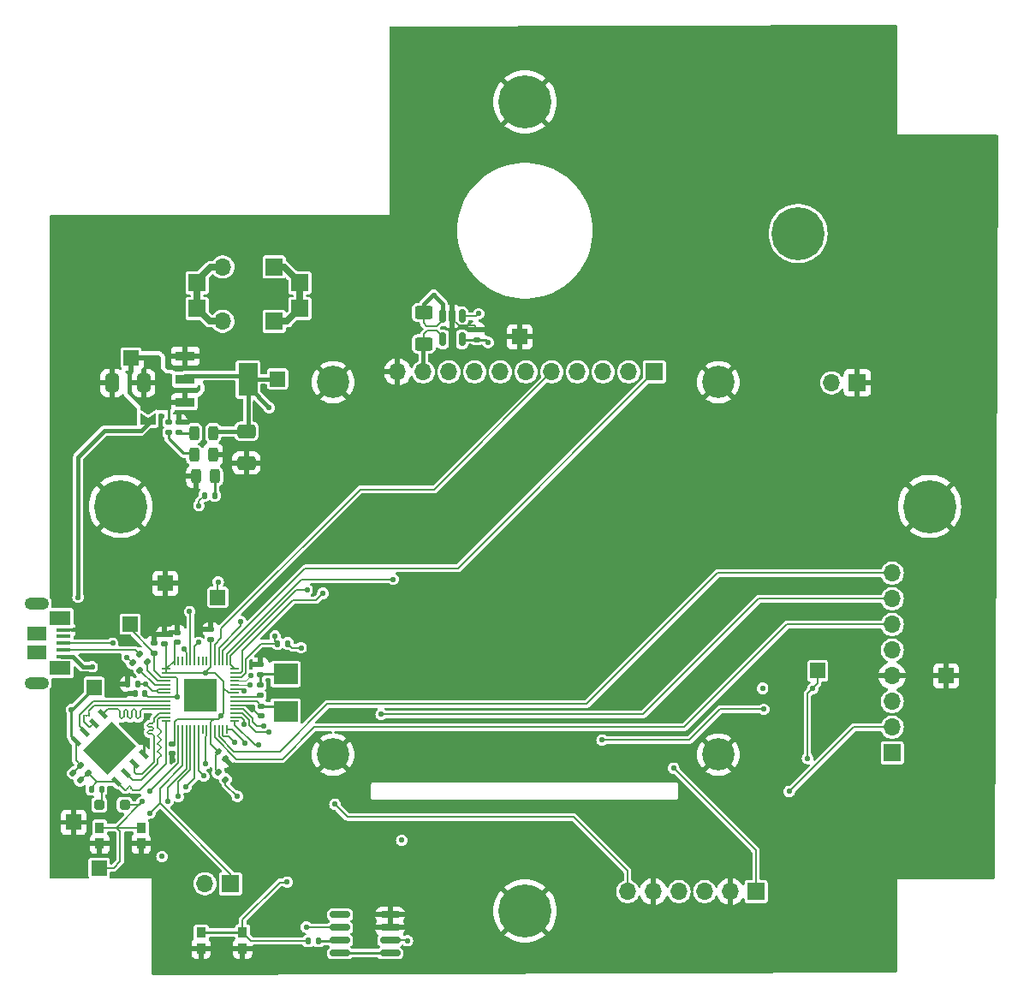
<source format=gbr>
%TF.GenerationSoftware,KiCad,Pcbnew,8.0.4*%
%TF.CreationDate,2024-09-09T11:17:31-04:00*%
%TF.ProjectId,payload_board_rev072,7061796c-6f61-4645-9f62-6f6172645f72,rev?*%
%TF.SameCoordinates,Original*%
%TF.FileFunction,Copper,L1,Top*%
%TF.FilePolarity,Positive*%
%FSLAX46Y46*%
G04 Gerber Fmt 4.6, Leading zero omitted, Abs format (unit mm)*
G04 Created by KiCad (PCBNEW 8.0.4) date 2024-09-09 11:17:31*
%MOMM*%
%LPD*%
G01*
G04 APERTURE LIST*
G04 Aperture macros list*
%AMRoundRect*
0 Rectangle with rounded corners*
0 $1 Rounding radius*
0 $2 $3 $4 $5 $6 $7 $8 $9 X,Y pos of 4 corners*
0 Add a 4 corners polygon primitive as box body*
4,1,4,$2,$3,$4,$5,$6,$7,$8,$9,$2,$3,0*
0 Add four circle primitives for the rounded corners*
1,1,$1+$1,$2,$3*
1,1,$1+$1,$4,$5*
1,1,$1+$1,$6,$7*
1,1,$1+$1,$8,$9*
0 Add four rect primitives between the rounded corners*
20,1,$1+$1,$2,$3,$4,$5,0*
20,1,$1+$1,$4,$5,$6,$7,0*
20,1,$1+$1,$6,$7,$8,$9,0*
20,1,$1+$1,$8,$9,$2,$3,0*%
%AMRotRect*
0 Rectangle, with rotation*
0 The origin of the aperture is its center*
0 $1 length*
0 $2 width*
0 $3 Rotation angle, in degrees counterclockwise*
0 Add horizontal line*
21,1,$1,$2,0,0,$3*%
%AMFreePoly0*
4,1,6,1.000000,0.000000,0.500000,-0.750000,-0.500000,-0.750000,-0.500000,0.750000,0.500000,0.750000,1.000000,0.000000,1.000000,0.000000,$1*%
%AMFreePoly1*
4,1,6,0.500000,-0.750000,-0.650000,-0.750000,-0.150000,0.000000,-0.650000,0.750000,0.500000,0.750000,0.500000,-0.750000,0.500000,-0.750000,$1*%
G04 Aperture macros list end*
%TA.AperFunction,SMDPad,CuDef*%
%ADD10R,1.500000X1.500000*%
%TD*%
%TA.AperFunction,SMDPad,CuDef*%
%ADD11RoundRect,0.140000X0.140000X0.170000X-0.140000X0.170000X-0.140000X-0.170000X0.140000X-0.170000X0*%
%TD*%
%TA.AperFunction,SMDPad,CuDef*%
%ADD12R,0.177800X0.812800*%
%TD*%
%TA.AperFunction,SMDPad,CuDef*%
%ADD13R,0.812800X0.177800*%
%TD*%
%TA.AperFunction,SMDPad,CuDef*%
%ADD14R,3.200400X3.200400*%
%TD*%
%TA.AperFunction,SMDPad,CuDef*%
%ADD15RoundRect,0.250000X0.625000X-0.400000X0.625000X0.400000X-0.625000X0.400000X-0.625000X-0.400000X0*%
%TD*%
%TA.AperFunction,SMDPad,CuDef*%
%ADD16RoundRect,0.140000X-0.170000X0.140000X-0.170000X-0.140000X0.170000X-0.140000X0.170000X0.140000X0*%
%TD*%
%TA.AperFunction,ComponentPad*%
%ADD17R,1.700000X1.700000*%
%TD*%
%TA.AperFunction,ComponentPad*%
%ADD18O,1.700000X1.700000*%
%TD*%
%TA.AperFunction,SMDPad,CuDef*%
%ADD19RoundRect,0.135000X-0.135000X-0.185000X0.135000X-0.185000X0.135000X0.185000X-0.135000X0.185000X0*%
%TD*%
%TA.AperFunction,ComponentPad*%
%ADD20C,5.250000*%
%TD*%
%TA.AperFunction,SMDPad,CuDef*%
%ADD21RoundRect,0.135000X0.135000X0.185000X-0.135000X0.185000X-0.135000X-0.185000X0.135000X-0.185000X0*%
%TD*%
%TA.AperFunction,SMDPad,CuDef*%
%ADD22RoundRect,0.135000X0.226274X0.035355X0.035355X0.226274X-0.226274X-0.035355X-0.035355X-0.226274X0*%
%TD*%
%TA.AperFunction,SMDPad,CuDef*%
%ADD23RoundRect,0.140000X0.170000X-0.140000X0.170000X0.140000X-0.170000X0.140000X-0.170000X-0.140000X0*%
%TD*%
%TA.AperFunction,SMDPad,CuDef*%
%ADD24RoundRect,0.243750X-0.243750X-0.456250X0.243750X-0.456250X0.243750X0.456250X-0.243750X0.456250X0*%
%TD*%
%TA.AperFunction,SMDPad,CuDef*%
%ADD25RoundRect,0.243750X0.243750X0.456250X-0.243750X0.456250X-0.243750X-0.456250X0.243750X-0.456250X0*%
%TD*%
%TA.AperFunction,SMDPad,CuDef*%
%ADD26RoundRect,0.135000X-0.226274X-0.035355X-0.035355X-0.226274X0.226274X0.035355X0.035355X0.226274X0*%
%TD*%
%TA.AperFunction,ComponentPad*%
%ADD27C,3.200000*%
%TD*%
%TA.AperFunction,SMDPad,CuDef*%
%ADD28FreePoly0,270.000000*%
%TD*%
%TA.AperFunction,SMDPad,CuDef*%
%ADD29FreePoly1,270.000000*%
%TD*%
%TA.AperFunction,SMDPad,CuDef*%
%ADD30RoundRect,0.112500X0.362392X-0.203293X-0.203293X0.362392X-0.362392X0.203293X0.203293X-0.362392X0*%
%TD*%
%TA.AperFunction,SMDPad,CuDef*%
%ADD31RotRect,3.400000X4.000000X135.000000*%
%TD*%
%TA.AperFunction,SMDPad,CuDef*%
%ADD32RoundRect,0.250000X-0.650000X0.412500X-0.650000X-0.412500X0.650000X-0.412500X0.650000X0.412500X0*%
%TD*%
%TA.AperFunction,SMDPad,CuDef*%
%ADD33RoundRect,0.150000X-0.150000X0.512500X-0.150000X-0.512500X0.150000X-0.512500X0.150000X0.512500X0*%
%TD*%
%TA.AperFunction,SMDPad,CuDef*%
%ADD34RoundRect,0.140000X-0.140000X-0.170000X0.140000X-0.170000X0.140000X0.170000X-0.140000X0.170000X0*%
%TD*%
%TA.AperFunction,SMDPad,CuDef*%
%ADD35RoundRect,0.250000X0.250000X0.250000X-0.250000X0.250000X-0.250000X-0.250000X0.250000X-0.250000X0*%
%TD*%
%TA.AperFunction,SMDPad,CuDef*%
%ADD36RoundRect,0.135000X-0.185000X0.135000X-0.185000X-0.135000X0.185000X-0.135000X0.185000X0.135000X0*%
%TD*%
%TA.AperFunction,SMDPad,CuDef*%
%ADD37RoundRect,0.135000X0.185000X-0.135000X0.185000X0.135000X-0.185000X0.135000X-0.185000X-0.135000X0*%
%TD*%
%TA.AperFunction,SMDPad,CuDef*%
%ADD38R,1.850000X0.900000*%
%TD*%
%TA.AperFunction,SMDPad,CuDef*%
%ADD39R,1.850000X3.200000*%
%TD*%
%TA.AperFunction,SMDPad,CuDef*%
%ADD40RoundRect,0.150000X0.825000X0.150000X-0.825000X0.150000X-0.825000X-0.150000X0.825000X-0.150000X0*%
%TD*%
%TA.AperFunction,SMDPad,CuDef*%
%ADD41R,0.900000X1.000000*%
%TD*%
%TA.AperFunction,SMDPad,CuDef*%
%ADD42RoundRect,0.140000X-0.219203X-0.021213X-0.021213X-0.219203X0.219203X0.021213X0.021213X0.219203X0*%
%TD*%
%TA.AperFunction,SMDPad,CuDef*%
%ADD43R,1.380000X0.450000*%
%TD*%
%TA.AperFunction,ComponentPad*%
%ADD44O,2.416000X1.208000*%
%TD*%
%TA.AperFunction,SMDPad,CuDef*%
%ADD45R,2.100000X1.475000*%
%TD*%
%TA.AperFunction,SMDPad,CuDef*%
%ADD46R,1.900000X1.375000*%
%TD*%
%TA.AperFunction,SMDPad,CuDef*%
%ADD47R,2.400000X2.000000*%
%TD*%
%TA.AperFunction,SMDPad,CuDef*%
%ADD48RoundRect,0.250000X0.412500X0.650000X-0.412500X0.650000X-0.412500X-0.650000X0.412500X-0.650000X0*%
%TD*%
%TA.AperFunction,ViaPad*%
%ADD49C,0.550000*%
%TD*%
%TA.AperFunction,Conductor*%
%ADD50C,0.381000*%
%TD*%
%TA.AperFunction,Conductor*%
%ADD51C,0.152400*%
%TD*%
%TA.AperFunction,Conductor*%
%ADD52C,0.254000*%
%TD*%
%TA.AperFunction,Conductor*%
%ADD53C,0.200000*%
%TD*%
%TA.AperFunction,Conductor*%
%ADD54C,0.250000*%
%TD*%
%TA.AperFunction,Conductor*%
%ADD55C,0.293370*%
%TD*%
%TA.AperFunction,Conductor*%
%ADD56C,0.100000*%
%TD*%
%TA.AperFunction,Conductor*%
%ADD57C,0.635000*%
%TD*%
G04 APERTURE END LIST*
D10*
%TO.P,TF3V3,1,P$1*%
%TO.N,+3.3V*%
X20380000Y-80870000D03*
%TD*%
D11*
%TO.P,C8,1,1*%
%TO.N,+3.3V*%
X24690000Y-80540000D03*
%TO.P,C8,2,2*%
%TO.N,GND*%
X23730000Y-80540000D03*
%TD*%
D12*
%TO.P,IC1,1,IOVDD*%
%TO.N,+3.3V*%
X28316400Y-85053600D03*
%TO.P,IC1,2,GPIO0*%
%TO.N,Break_SDA*%
X28716399Y-85053600D03*
%TO.P,IC1,3,GPIO1*%
%TO.N,Break_SCL*%
X29116401Y-85053600D03*
%TO.P,IC1,4,GPIO2*%
%TO.N,I2C1_SDA*%
X29516400Y-85053600D03*
%TO.P,IC1,5,GPIO3*%
%TO.N,I2C1_SCL*%
X29916399Y-85053600D03*
%TO.P,IC1,6,GPIO4*%
%TO.N,UART1_TX*%
X30316401Y-85053600D03*
%TO.P,IC1,7,GPIO5*%
%TO.N,UART1_RX*%
X30716400Y-85053600D03*
%TO.P,IC1,8,GPIO6*%
%TO.N,unconnected-(IC1-GPIO6-Pad8)*%
X31116400Y-85053600D03*
%TO.P,IC1,9,GPIO7*%
%TO.N,Disp_RST*%
X31516399Y-85053600D03*
%TO.P,IC1,10,IOVDD*%
%TO.N,+3.3V*%
X31916401Y-85053600D03*
%TO.P,IC1,11,GPIO8*%
%TO.N,SPI1_MISO_Cam*%
X32316400Y-85053600D03*
%TO.P,IC1,12,GPIO9*%
%TO.N,SPI1_CS_Cam*%
X32716399Y-85053600D03*
%TO.P,IC1,13,GPIO10*%
%TO.N,SPI1_SCK_Cam*%
X33116401Y-85053600D03*
%TO.P,IC1,14,GPIO11*%
%TO.N,SPI1_MOSI_Cam*%
X33516400Y-85053600D03*
D13*
%TO.P,IC1,15,GPIO12*%
%TO.N,Cam_RST*%
X34320000Y-84250000D03*
%TO.P,IC1,16,GPIO13*%
%TO.N,/USBBOOT*%
X34320000Y-83850001D03*
%TO.P,IC1,17,GPIO14*%
%TO.N,Disp_DC*%
X34320000Y-83449999D03*
%TO.P,IC1,18,GPIO15*%
%TO.N,SD_IND*%
X34320000Y-83050000D03*
%TO.P,IC1,19,TESTEN*%
%TO.N,GND*%
X34320000Y-82650001D03*
%TO.P,IC1,20,XIN*%
%TO.N,Net-(IC1-XIN)*%
X34320000Y-82249999D03*
%TO.P,IC1,21,XOUT*%
%TO.N,Net-(IC1-XOUT)*%
X34320000Y-81850000D03*
%TO.P,IC1,22,IOVDD*%
%TO.N,+3.3V*%
X34320000Y-81450000D03*
%TO.P,IC1,23,DVDD*%
%TO.N,1.2V*%
X34320000Y-81050001D03*
%TO.P,IC1,24,SWCLK*%
%TO.N,SWCLK*%
X34320000Y-80649999D03*
%TO.P,IC1,25,SWDIO*%
%TO.N,SWDIO*%
X34320000Y-80250000D03*
%TO.P,IC1,26,/RUN*%
%TO.N,/~{RESET}*%
X34320000Y-79850001D03*
%TO.P,IC1,27,GPIO16*%
%TO.N,SPI0_MISO*%
X34320000Y-79449999D03*
%TO.P,IC1,28,GPIO17*%
%TO.N,SPI0_CS_SD*%
X34320000Y-79050000D03*
D12*
%TO.P,IC1,29,GPIO18*%
%TO.N,SPI0_SCK*%
X33516400Y-78246400D03*
%TO.P,IC1,30,GPIO19*%
%TO.N,SPI0_MOSI*%
X33116401Y-78246400D03*
%TO.P,IC1,31,GPIO20*%
%TO.N,WDT_WDI*%
X32716399Y-78246400D03*
%TO.P,IC1,32,GPIO21*%
%TO.N,SPI0_CS_DISP*%
X32316400Y-78246400D03*
%TO.P,IC1,33,IOVDD*%
%TO.N,+3.3V*%
X31916401Y-78246400D03*
%TO.P,IC1,34,GPIO22*%
%TO.N,unconnected-(IC1-GPIO22-Pad34)*%
X31516399Y-78246400D03*
%TO.P,IC1,35,GPIO23*%
%TO.N,unconnected-(IC1-GPIO23-Pad35)*%
X31116400Y-78246400D03*
%TO.P,IC1,36,GPIO24*%
%TO.N,unconnected-(IC1-GPIO24-Pad36)*%
X30716400Y-78246400D03*
%TO.P,IC1,37,GPIO25*%
%TO.N,Net-(IC1-GPIO25)*%
X30316401Y-78246400D03*
%TO.P,IC1,38,GPIO26/AD0*%
%TO.N,ADC0*%
X29916399Y-78246400D03*
%TO.P,IC1,39,GPIO27/AD1*%
%TO.N,ADC1*%
X29516400Y-78246400D03*
%TO.P,IC1,40,GPIO28/AD2*%
%TO.N,unconnected-(IC1-GPIO28{slash}AD2-Pad40)*%
X29116401Y-78246400D03*
%TO.P,IC1,41,GPIO29/AD3*%
%TO.N,unconnected-(IC1-GPIO29{slash}AD3-Pad41)*%
X28716399Y-78246400D03*
%TO.P,IC1,42,IOVDD*%
%TO.N,+3.3V*%
X28316400Y-78246400D03*
D13*
%TO.P,IC1,43,ADC_IOVDD*%
X27512800Y-79050000D03*
%TO.P,IC1,44,VREG_IOVDD*%
X27512800Y-79449999D03*
%TO.P,IC1,45,VREG_VOUT*%
%TO.N,1.2V*%
X27512800Y-79850001D03*
%TO.P,IC1,46,USB_D-*%
%TO.N,Net-(IC1-USB_D-)*%
X27512800Y-80250000D03*
%TO.P,IC1,47,USB_D+*%
%TO.N,Net-(IC1-USB_D+)*%
X27512800Y-80649999D03*
%TO.P,IC1,48,USB_IOVDD*%
%TO.N,+3.3V*%
X27512800Y-81050001D03*
%TO.P,IC1,49,IOVDD*%
X27512800Y-81450000D03*
%TO.P,IC1,50,DVDD*%
%TO.N,1.2V*%
X27512800Y-81850000D03*
%TO.P,IC1,51,QSPI_SD3*%
%TO.N,/QSPI_DATA[3]*%
X27512800Y-82249999D03*
%TO.P,IC1,52,QSPI_SCLK*%
%TO.N,/QSPI_SCK*%
X27512800Y-82650001D03*
%TO.P,IC1,53,QSPI_SD0*%
%TO.N,/QSPI_DATA[0]*%
X27512800Y-83050000D03*
%TO.P,IC1,54,QSPI_SD2*%
%TO.N,/QSPI_DATA[2]*%
X27512800Y-83449999D03*
%TO.P,IC1,55,QSPI_SD1*%
%TO.N,/QSPI_DATA[1]*%
X27512800Y-83850001D03*
%TO.P,IC1,56,~{QSPI_CS}*%
%TO.N,/QSPI_CS*%
X27512800Y-84250000D03*
D14*
%TO.P,IC1,57*%
%TO.N,N/C*%
X30916400Y-81650000D03*
%TD*%
D15*
%TO.P,R13,1,1*%
%TO.N,DIN-*%
X52981405Y-46914400D03*
%TO.P,R13,2,2*%
%TO.N,+3.3V*%
X52981405Y-43814400D03*
%TD*%
D16*
%TO.P,C2,2,2*%
%TO.N,Net-(C2-Pad2)*%
X36837500Y-79610000D03*
%TO.P,C2,1,1*%
%TO.N,GND*%
X36837500Y-78650000D03*
%TD*%
D17*
%TO.P,J5,1,Pin_1*%
%TO.N,SPI0_MOSI*%
X75800000Y-49700000D03*
D18*
%TO.P,J5,2,Pin_2*%
%TO.N,SPI0_SCK*%
X73260000Y-49700000D03*
%TO.P,J5,3,Pin_3*%
%TO.N,Disp_DC*%
X70720000Y-49700000D03*
%TO.P,J5,4,Pin_4*%
%TO.N,Disp_RST*%
X68180000Y-49700000D03*
%TO.P,J5,5,Pin_5*%
%TO.N,SPI0_CS_DISP*%
X65640000Y-49700000D03*
%TO.P,J5,6,Pin_6*%
%TO.N,SPI0_CS_SD*%
X63100000Y-49700000D03*
%TO.P,J5,7,Pin_7*%
%TO.N,SPI0_MISO*%
X60560000Y-49700000D03*
%TO.P,J5,8,Pin_8*%
%TO.N,SD_IND*%
X58020000Y-49700000D03*
%TO.P,J5,9,Pin_9*%
%TO.N,/3Vo*%
X55480000Y-49700000D03*
%TO.P,J5,10,Pin_10*%
%TO.N,DIN-*%
X52940000Y-49700000D03*
%TO.P,J5,11,Pin_11*%
%TO.N,GND*%
X50400000Y-49700000D03*
%TD*%
D19*
%TO.P,R7,1,1*%
%TO.N,/QSPI_CS*%
X20115000Y-90975000D03*
%TO.P,R7,2,2*%
%TO.N,Net-(D1-A)*%
X21135000Y-90975000D03*
%TD*%
D20*
%TO.P,,1,DAT2*%
%TO.N,GND*%
X103000000Y-63000000D03*
%TD*%
D21*
%TO.P,R10,1,1*%
%TO.N,Net-(D2-A)*%
X32320000Y-61900000D03*
%TO.P,R10,2,2*%
%TO.N,Net-(IC1-GPIO25)*%
X31300000Y-61900000D03*
%TD*%
D22*
%TO.P,R5,1*%
%TO.N,Net-(IC1-USB_D-)*%
X25605624Y-78335624D03*
%TO.P,R5,2*%
%TO.N,/D-*%
X24884376Y-77614376D03*
%TD*%
D23*
%TO.P,C7,1,1*%
%TO.N,+3.3V*%
X31931999Y-76138200D03*
%TO.P,C7,2,2*%
%TO.N,GND*%
X31931999Y-75178200D03*
%TD*%
D24*
%TO.P,D2,1,K*%
%TO.N,GND*%
X30482500Y-60030000D03*
%TO.P,D2,2,A*%
%TO.N,Net-(D2-A)*%
X32357500Y-60030000D03*
%TD*%
D10*
%TO.P,T3V3,1,P$1*%
%TO.N,+3.3V*%
X32620000Y-71980000D03*
%TD*%
D25*
%TO.P,D3,1,K*%
%TO.N,GND*%
X32147500Y-57890000D03*
%TO.P,D3,2,A*%
%TO.N,Net-(D3-A)*%
X30272500Y-57890000D03*
%TD*%
D26*
%TO.P,R3,1,1*%
%TO.N,+3.3V*%
X19064376Y-88614376D03*
%TO.P,R3,2,2*%
%TO.N,/QSPI_CS*%
X19785624Y-89335624D03*
%TD*%
D17*
%TO.P,J2,1,Pin_1*%
%TO.N,I2C1_SCL*%
X99314000Y-87376000D03*
D18*
%TO.P,J2,2,Pin_2*%
%TO.N,I2C1_SDA*%
X99314000Y-84836000D03*
%TO.P,J2,3,Pin_3*%
%TO.N,CIN-*%
X99314000Y-82296000D03*
%TO.P,J2,4,Pin_4*%
%TO.N,GND*%
X99314000Y-79756000D03*
%TO.P,J2,5,Pin_5*%
%TO.N,SPI1_SCK_Cam*%
X99314000Y-77216000D03*
%TO.P,J2,6,Pin_6*%
%TO.N,SPI1_MISO_Cam*%
X99314000Y-74676000D03*
%TO.P,J2,7,Pin_7*%
%TO.N,SPI1_MOSI_Cam*%
X99314000Y-72136000D03*
%TO.P,J2,8,Pin_8*%
%TO.N,SPI1_CS_Cam*%
X99314000Y-69596000D03*
%TD*%
D27*
%TO.P,,P$1*%
%TO.N,GND*%
X82127052Y-50714652D03*
%TD*%
D17*
%TO.P,J15,1,Pin_1*%
%TO.N,SWCLK*%
X85852000Y-101092000D03*
D18*
%TO.P,J15,2,Pin_2*%
%TO.N,GND*%
X83312000Y-101092000D03*
%TO.P,J15,3*%
%TO.N,SWDIO*%
X80772000Y-101092000D03*
%TO.P,J15,4*%
%TO.N,UART1_TX*%
X78232000Y-101092000D03*
%TO.P,J15,5*%
%TO.N,GND*%
X75692000Y-101092000D03*
%TO.P,J15,6*%
%TO.N,UART1_RX*%
X73152000Y-101092000D03*
%TD*%
D10*
%TO.P,TCAM3V3,1,P$1*%
%TO.N,Cam_3.3v*%
X91948000Y-79248000D03*
%TD*%
D17*
%TO.P,J_Burn,1*%
%TO.N,BGND*%
X38188800Y-39318800D03*
X40728800Y-40878800D03*
X40728800Y-43418800D03*
X38188800Y-44688800D03*
D18*
%TO.P,J_Burn,2*%
%TO.N,BPWR*%
X33108800Y-39318800D03*
D17*
X30568800Y-40878800D03*
X30568800Y-43418800D03*
D18*
X33108800Y-44688800D03*
%TD*%
D28*
%TO.P,J4,1,A*%
%TO.N,VUR*%
X25690000Y-52985000D03*
D29*
%TO.P,J4,2,B*%
%TO.N,VBUS*%
X25690000Y-54435000D03*
%TD*%
D20*
%TO.P,,1,In*%
%TO.N,N/C*%
X90000000Y-36000000D03*
%TD*%
D17*
%TO.P,J12,1,Pin_1*%
%TO.N,GND*%
X95865000Y-50780000D03*
D18*
%TO.P,J12,2,Pin_2*%
%TO.N,+3.3V*%
X93325000Y-50780000D03*
%TD*%
D23*
%TO.P,C16,1,1*%
%TO.N,+3.3V*%
X58240000Y-46490000D03*
%TO.P,C16,2,2*%
%TO.N,GND*%
X58240000Y-45530000D03*
%TD*%
D10*
%TO.P,T1V2,1,P$1*%
%TO.N,1.2V*%
X23940000Y-74630000D03*
%TD*%
%TO.P,TUCS1,1,P$1*%
%TO.N,/USBBOOT*%
X20880000Y-98770000D03*
%TD*%
D30*
%TO.P,U1,1,SSEL*%
%TO.N,/QSPI_CS*%
X22601229Y-90234520D03*
%TO.P,U1,2,MISO*%
%TO.N,/QSPI_DATA[1]*%
X23499255Y-89336494D03*
%TO.P,U1,3,WP#/IO2*%
%TO.N,/QSPI_DATA[2]*%
X24397280Y-88438469D03*
%TO.P,U1,4,VSS*%
%TO.N,GND*%
X25295306Y-87540443D03*
%TO.P,U1,5,MOSI*%
%TO.N,/QSPI_DATA[0]*%
X21282475Y-83527612D03*
%TO.P,U1,6,SCK*%
%TO.N,/QSPI_SCK*%
X20384449Y-84425638D03*
%TO.P,U1,7,HOLD#/IO3*%
%TO.N,/QSPI_DATA[3]*%
X19486424Y-85323663D03*
%TO.P,U1,8,VCC*%
%TO.N,+3.3V*%
X18588398Y-86221689D03*
D31*
%TO.P,U1,9*%
%TO.N,N/C*%
X21941852Y-86881066D03*
%TD*%
D32*
%TO.P,C13,1,1*%
%TO.N,+3.3V*%
X35450000Y-55567500D03*
%TO.P,C13,2,2*%
%TO.N,GND*%
X35450000Y-58692500D03*
%TD*%
D33*
%TO.P,U3,1*%
%TO.N,ADC0*%
X56761005Y-44196000D03*
%TO.P,U3,2,GND*%
%TO.N,GND*%
X55811005Y-44196000D03*
%TO.P,U3,3,+*%
%TO.N,+3.3V*%
X54861005Y-44196000D03*
%TO.P,U3,4,-*%
%TO.N,DIN-*%
X54861005Y-46471000D03*
%TO.P,U3,5,V+*%
%TO.N,+3.3V*%
X56761005Y-46471000D03*
%TD*%
D10*
%TO.P,TDGND1,1,P$1*%
%TO.N,GND*%
X62484000Y-46228000D03*
%TD*%
D34*
%TO.P,C5,1,1*%
%TO.N,GND*%
X24470000Y-81525000D03*
%TO.P,C5,2,2*%
%TO.N,1.2V*%
X25430000Y-81525000D03*
%TD*%
D26*
%TO.P,R6,1*%
%TO.N,/D+*%
X24184376Y-78464376D03*
%TO.P,R6,2*%
%TO.N,Net-(IC1-USB_D+)*%
X24905624Y-79185624D03*
%TD*%
D25*
%TO.P,D4,1,K*%
%TO.N,+3.3V*%
X32161600Y-55727800D03*
%TO.P,D4,2,A*%
%TO.N,Net-(D4-A)*%
X30286600Y-55727800D03*
%TD*%
D35*
%TO.P,D1,1,C*%
%TO.N,/USBBOOT*%
X23400000Y-92500000D03*
%TO.P,D1,2,A*%
%TO.N,Net-(D1-A)*%
X20900000Y-92500000D03*
%TD*%
D16*
%TO.P,C14,1,1*%
%TO.N,GND*%
X26320000Y-76520000D03*
%TO.P,C14,2,2*%
%TO.N,1.2V*%
X26320000Y-77480000D03*
%TD*%
D36*
%TO.P,R2,1,1*%
%TO.N,Net-(C2-Pad2)*%
X36807500Y-80630000D03*
%TO.P,R2,2,2*%
%TO.N,Net-(IC1-XOUT)*%
X36807500Y-81650000D03*
%TD*%
D23*
%TO.P,C1,2,2*%
%TO.N,Net-(IC1-XIN)*%
X36922500Y-82730000D03*
%TO.P,C1,1,1*%
%TO.N,GND*%
X36922500Y-83690000D03*
%TD*%
D37*
%TO.P,R12,1,1*%
%TO.N,Net-(D4-A)*%
X28788000Y-55674000D03*
%TO.P,R12,2,2*%
%TO.N,GND*%
X28788000Y-54654000D03*
%TD*%
D23*
%TO.P,C15,1,1*%
%TO.N,+3.3V*%
X28570000Y-76405000D03*
%TO.P,C15,2,2*%
%TO.N,GND*%
X28570000Y-75445000D03*
%TD*%
D38*
%TO.P,IC2,1,ADJ/GND*%
%TO.N,GND*%
X29400000Y-48140000D03*
%TO.P,IC2,2,OUTPUT*%
%TO.N,+3.3V*%
X29400000Y-50440000D03*
%TO.P,IC2,3,INPUT*%
%TO.N,VUR*%
X29400000Y-52740000D03*
D39*
%TO.P,IC2,4,VOUT*%
%TO.N,+3.3V*%
X35600000Y-50440000D03*
%TD*%
D21*
%TO.P,R1,1,1*%
%TO.N,+3.3V*%
X39550000Y-76550000D03*
%TO.P,R1,2,2*%
%TO.N,/~{RESET}*%
X38530000Y-76550000D03*
%TD*%
D20*
%TO.P,,1,Pin_1*%
%TO.N,GND*%
X23000000Y-63000000D03*
%TD*%
D17*
%TO.P,J12,1,Pin_1*%
%TO.N,Break_SCL*%
X33885000Y-100320000D03*
D18*
%TO.P,J12,2,Pin_2*%
%TO.N,Break_SDA*%
X31345000Y-100320000D03*
%TD*%
D10*
%TO.P,TGND1,1,P$1*%
%TO.N,GND*%
X27432000Y-70612000D03*
%TD*%
D40*
%TO.P,U2,1,~{MR}*%
%TO.N,Net-(U2-~{MR})*%
X49654000Y-107188000D03*
%TO.P,U2,2,VCC*%
%TO.N,+3.3V*%
X49654000Y-105918000D03*
%TO.P,U2,3,GND*%
%TO.N,GND*%
X49654000Y-104648000D03*
%TO.P,U2,4,PFI*%
X49654000Y-103378000D03*
%TO.P,U2,5,~{PFO}*%
%TO.N,unconnected-(U2-~{PFO}-Pad5)*%
X44704000Y-103378000D03*
%TO.P,U2,6,~{WDI}*%
%TO.N,WDT_WDI*%
X44704000Y-104648000D03*
%TO.P,U2,7,~{RESET}*%
%TO.N,Net-(U2-~{RESET})*%
X44704000Y-105918000D03*
%TO.P,U2,8,~{WDO}*%
%TO.N,Net-(U2-~{MR})*%
X44704000Y-107188000D03*
%TD*%
D41*
%TO.P,SW2,1,P*%
%TO.N,/~{RESET}*%
X30970000Y-105118000D03*
X35070000Y-105118000D03*
%TO.P,SW2,2,S1*%
%TO.N,GND*%
X30970000Y-106718000D03*
X35070000Y-106718000D03*
%TD*%
D19*
%TO.P,R2,1,1*%
%TO.N,/~{RESET}*%
X41583127Y-105975039D03*
%TO.P,R2,2,2*%
%TO.N,Net-(U2-~{RESET})*%
X42603127Y-105975039D03*
%TD*%
D42*
%TO.P,C11,1,1*%
%TO.N,+3.3V*%
X32680589Y-87290589D03*
%TO.P,C11,2,2*%
%TO.N,GND*%
X33359411Y-87969411D03*
%TD*%
D43*
%TO.P,J7,1,VBUS*%
%TO.N,VBUS*%
X17360000Y-77817500D03*
%TO.P,J7,2,D-*%
%TO.N,/D-*%
X17360000Y-77167500D03*
%TO.P,J7,3,D+*%
%TO.N,/D+*%
X17360000Y-76517500D03*
%TO.P,J7,4,ID*%
%TO.N,unconnected-(J7-ID-Pad4)*%
X17360000Y-75867500D03*
%TO.P,J7,5,GND*%
%TO.N,GND*%
X17360000Y-75217500D03*
D44*
%TO.P,J7,SH1*%
%TO.N,N/C*%
X14700000Y-72567500D03*
D45*
%TO.P,J7,SH2*%
X17000000Y-74055000D03*
D46*
%TO.P,J7,SH3*%
X14700000Y-75580000D03*
%TO.P,J7,SH4*%
X14700000Y-77455000D03*
D45*
%TO.P,J7,SH5*%
X17000000Y-78980000D03*
D44*
%TO.P,J7,SH6*%
X14700000Y-80467500D03*
%TD*%
D10*
%TO.P,TCGND1,1,P$1*%
%TO.N,GND*%
X104648000Y-79756000D03*
%TD*%
D37*
%TO.P,R11,1,1*%
%TO.N,Net-(D3-A)*%
X27772000Y-55674000D03*
%TO.P,R11,2,2*%
%TO.N,VUR*%
X27772000Y-54654000D03*
%TD*%
D16*
%TO.P,C6,1,1*%
%TO.N,GND*%
X27320000Y-75645000D03*
%TO.P,C6,2,2*%
%TO.N,+3.3V*%
X27320000Y-76605000D03*
%TD*%
D20*
%TO.P,J2,1,VTref*%
%TO.N,GND*%
X63000000Y-103000000D03*
%TD*%
D16*
%TO.P,C9,1,1*%
%TO.N,+3.3V*%
X28125000Y-86470000D03*
%TO.P,C9,2,2*%
%TO.N,GND*%
X28125000Y-87430000D03*
%TD*%
D10*
%TO.P,TREG5V1,1,P$1*%
%TO.N,VUR*%
X24030000Y-48310000D03*
%TD*%
%TO.P,TFGND1,1,P$1*%
%TO.N,GND*%
X18370000Y-94240000D03*
%TD*%
D47*
%TO.P,Y1,1,1*%
%TO.N,Net-(C2-Pad2)*%
X39322500Y-79572500D03*
%TO.P,Y1,2,2*%
%TO.N,Net-(IC1-XIN)*%
X39322500Y-83272500D03*
%TD*%
D27*
%TO.P,,P$1*%
%TO.N,GND*%
X44027052Y-87544652D03*
%TD*%
D10*
%TO.P,TREG3V3,1,P$1*%
%TO.N,+3.3V*%
X38530000Y-50400000D03*
%TD*%
D27*
%TO.P,,P$1*%
%TO.N,GND*%
X44027052Y-50714652D03*
%TD*%
D22*
%TO.P,R4,1,1*%
%TO.N,/QSPI_CS*%
X19040000Y-90060000D03*
%TO.P,R4,2,2*%
%TO.N,+3.3V*%
X18318752Y-89338752D03*
%TD*%
D41*
%TO.P,SW1,1,P1*%
%TO.N,/USBBOOT*%
X20940000Y-94750000D03*
X25040000Y-94750000D03*
%TO.P,SW1,2,S*%
%TO.N,GND*%
X20940000Y-96350000D03*
X25040000Y-96350000D03*
%TD*%
D22*
%TO.P,R8,1,1*%
%TO.N,Cam_RST*%
X33380624Y-90022624D03*
%TO.P,R8,2,2*%
%TO.N,+3.3V*%
X32659376Y-89301376D03*
%TD*%
D27*
%TO.P,,P$1*%
%TO.N,GND*%
X82127052Y-87544652D03*
%TD*%
D48*
%TO.P,C12,1,1*%
%TO.N,VUR*%
X25282500Y-50780000D03*
%TO.P,C12,2,2*%
%TO.N,GND*%
X22157500Y-50780000D03*
%TD*%
D20*
%TO.P,J5,1,Pin_1*%
%TO.N,GND*%
X63000000Y-23000000D03*
%TD*%
D49*
%TO.N,GND*%
X22910000Y-46020000D03*
X19280000Y-96560000D03*
%TO.N,Cam_3.3v*%
X90930040Y-87917700D03*
%TO.N,GND*%
X25460000Y-98880000D03*
X35970000Y-82940000D03*
X24830000Y-85470000D03*
X28150000Y-88140000D03*
%TO.N,/~{RESET}*%
X38290000Y-75820000D03*
%TO.N,+3.3V*%
X32650000Y-70450000D03*
X40860000Y-76970000D03*
X51370000Y-105940000D03*
X86500000Y-80990000D03*
X27100000Y-97620000D03*
X18150000Y-83090000D03*
X25460000Y-80570000D03*
X31430000Y-79440000D03*
X59340000Y-46780000D03*
X53970000Y-42090000D03*
X37700000Y-53230000D03*
%TO.N,GND*%
X34090000Y-88690000D03*
%TO.N,1.2V*%
X35250000Y-81250000D03*
X28610000Y-81840000D03*
%TO.N,Break_SDA*%
X25900000Y-91190000D03*
%TO.N,Break_SCL*%
X25900000Y-93330000D03*
%TO.N,I2C1_SDA*%
X50800000Y-96010000D03*
X27680000Y-92170000D03*
X89130000Y-91180000D03*
%TO.N,I2C1_SCL*%
X28710000Y-91680000D03*
%TO.N,Cam_RST*%
X70620000Y-86100000D03*
X34540000Y-91680000D03*
X36670000Y-86600000D03*
X86600000Y-83060000D03*
%TO.N,SPI1_SCK_Cam*%
X34270000Y-86360000D03*
%TO.N,SPI1_MOSI_Cam*%
X35300000Y-86380000D03*
X48770000Y-83570000D03*
%TO.N,Disp_RST*%
X31420000Y-88420000D03*
%TO.N,/USBBOOT*%
X35170000Y-84570000D03*
X25140000Y-92200000D03*
%TO.N,Disp_DC*%
X37660000Y-85340000D03*
%TO.N,SWCLK*%
X35820000Y-80650000D03*
X77690000Y-88870000D03*
%TO.N,SWDIO*%
X35920000Y-79710000D03*
%TO.N,/~{RESET}*%
X39470000Y-100140000D03*
%TO.N,SPI0_MISO*%
X43010000Y-71590000D03*
%TO.N,SPI0_CS_SD*%
X41450000Y-71240000D03*
%TO.N,SPI0_SCK*%
X49970000Y-70200000D03*
%TO.N,WDT_WDI*%
X41370000Y-104600000D03*
X34860000Y-74350000D03*
%TO.N,ADC0*%
X58410000Y-43940000D03*
X29830000Y-73400000D03*
%TO.N,ADC1*%
X29260000Y-77130000D03*
%TO.N,Cam_3.3v*%
X91440000Y-81020000D03*
%TO.N,+3.3V*%
X32890000Y-83730000D03*
%TO.N,SD_IND*%
X37170000Y-84740000D03*
%TO.N,VBUS*%
X20200000Y-78850000D03*
X18800000Y-71980000D03*
%TO.N,/D+*%
X23640000Y-77910000D03*
X22220000Y-76520000D03*
%TO.N,UART1_TX*%
X29480000Y-90730000D03*
%TO.N,UART1_RX*%
X31240000Y-89660000D03*
X44200000Y-92450000D03*
%TO.N,Net-(IC1-GPIO25)*%
X30740000Y-76450000D03*
X30750000Y-62930000D03*
%TD*%
D50*
%TO.N,VBUS*%
X18796000Y-78386000D02*
X19260000Y-78850000D01*
X20200000Y-78850000D02*
X19260000Y-78850000D01*
X18796000Y-78377500D02*
X18796000Y-78386000D01*
D51*
%TO.N,1.2V*%
X23940000Y-75100000D02*
X23940000Y-74630000D01*
X26320000Y-77480000D02*
X23940000Y-75100000D01*
%TO.N,Cam_3.3v*%
X90930040Y-81529960D02*
X91440000Y-81020000D01*
X90930040Y-87917700D02*
X90930040Y-81529960D01*
%TO.N,/~{RESET}*%
X34990000Y-79850001D02*
X34320000Y-79850001D01*
X35352900Y-79487101D02*
X34990000Y-79850001D01*
X35352900Y-78107100D02*
X35352900Y-79487101D01*
X36910000Y-76550000D02*
X35352900Y-78107100D01*
X38530000Y-76550000D02*
X36910000Y-76550000D01*
%TO.N,+3.3V*%
X39970000Y-76970000D02*
X39550000Y-76550000D01*
X40860000Y-76970000D02*
X39970000Y-76970000D01*
%TO.N,/~{RESET}*%
X38290000Y-75820000D02*
X38290000Y-76300000D01*
X38290000Y-76300000D02*
X38550000Y-76560000D01*
%TO.N,GND*%
X35680001Y-82650001D02*
X34320000Y-82650001D01*
X35970000Y-82940000D02*
X35680001Y-82650001D01*
X36720000Y-83690000D02*
X35970000Y-82940000D01*
X36922500Y-83690000D02*
X36720000Y-83690000D01*
%TO.N,SD_IND*%
X36054600Y-83986032D02*
X35118568Y-83050000D01*
X36054600Y-84334600D02*
X36054600Y-83986032D01*
X35118568Y-83050000D02*
X34320000Y-83050000D01*
X36460000Y-84740000D02*
X36054600Y-84334600D01*
X37170000Y-84740000D02*
X36460000Y-84740000D01*
%TO.N,Disp_DC*%
X35033633Y-83449999D02*
X34320000Y-83449999D01*
X35711700Y-84128066D02*
X35033633Y-83449999D01*
X36430000Y-85340000D02*
X35711700Y-84621700D01*
X35711700Y-84621700D02*
X35711700Y-84128066D01*
X37660000Y-85340000D02*
X36430000Y-85340000D01*
D52*
%TO.N,GND*%
X24820000Y-85470000D02*
X24825000Y-85475000D01*
X24830000Y-85470000D02*
X24820000Y-85470000D01*
X24830000Y-85480000D02*
X24830000Y-85470000D01*
D51*
%TO.N,/USBBOOT*%
X22970000Y-98100000D02*
X22970000Y-95122000D01*
X22970000Y-95122000D02*
X22598000Y-94750000D01*
X22300000Y-98770000D02*
X22970000Y-98100000D01*
X20880000Y-98770000D02*
X22300000Y-98770000D01*
%TO.N,+3.3V*%
X32620000Y-70480000D02*
X32650000Y-70450000D01*
X32620000Y-71980000D02*
X32620000Y-70480000D01*
X51348000Y-105918000D02*
X51370000Y-105940000D01*
X49654000Y-105918000D02*
X51348000Y-105918000D01*
%TO.N,/QSPI_CS*%
X19061248Y-90060000D02*
X19785624Y-89335624D01*
X19040000Y-90060000D02*
X19061248Y-90060000D01*
%TO.N,+3.3V*%
X19043128Y-88614376D02*
X18318752Y-89338752D01*
X19064376Y-88614376D02*
X19043128Y-88614376D01*
D52*
X18150000Y-83140000D02*
X18140000Y-83150000D01*
X18150000Y-83090000D02*
X18150000Y-83140000D01*
X18200000Y-83090000D02*
X18150000Y-83090000D01*
D51*
X25430000Y-80540000D02*
X25460000Y-80570000D01*
X24690000Y-80540000D02*
X25430000Y-80540000D01*
X25450000Y-80570000D02*
X25455000Y-80575000D01*
X25460000Y-80570000D02*
X25450000Y-80570000D01*
X25460000Y-80580000D02*
X25460000Y-80570000D01*
X31420001Y-79449999D02*
X31341500Y-79449999D01*
X31430000Y-79440000D02*
X31420001Y-79449999D01*
X31439999Y-79449999D02*
X31430000Y-79440000D01*
%TO.N,GND*%
X57975200Y-45125200D02*
X58240000Y-45390000D01*
X56434247Y-45125200D02*
X57975200Y-45125200D01*
X55811005Y-44501958D02*
X56434247Y-45125200D01*
X58240000Y-45390000D02*
X58240000Y-45530000D01*
X55811005Y-44196000D02*
X55811005Y-44501958D01*
D52*
%TO.N,+3.3V*%
X59050000Y-46490000D02*
X59340000Y-46780000D01*
X58240000Y-46490000D02*
X59050000Y-46490000D01*
X56780005Y-46490000D02*
X56761005Y-46471000D01*
X58240000Y-46490000D02*
X56780005Y-46490000D01*
D50*
X53970000Y-42050000D02*
X53950000Y-42030000D01*
X53970000Y-42090000D02*
X53970000Y-42050000D01*
X54010000Y-42090000D02*
X53970000Y-42090000D01*
X52981405Y-42998595D02*
X52981405Y-43814400D01*
X53950000Y-42030000D02*
X52981405Y-42998595D01*
X54861005Y-42941005D02*
X54010000Y-42090000D01*
X54861005Y-44196000D02*
X54861005Y-42941005D01*
X35600000Y-51130000D02*
X37700000Y-53230000D01*
X35600000Y-50440000D02*
X35600000Y-51130000D01*
D52*
%TO.N,GND*%
X25295306Y-87540443D02*
X25295306Y-85945306D01*
X25295306Y-85945306D02*
X24830000Y-85480000D01*
%TO.N,Net-(IC1-XIN)*%
X38017500Y-82730000D02*
X36922500Y-82730000D01*
X38022500Y-82735000D02*
X38017500Y-82730000D01*
D51*
X36442499Y-82249999D02*
X34320000Y-82249999D01*
X36922500Y-82730000D02*
X36442499Y-82249999D01*
D52*
X38785000Y-82735000D02*
X38022500Y-82735000D01*
D51*
%TO.N,1.2V*%
X35230000Y-81240000D02*
X35040001Y-81050001D01*
X27512800Y-81850000D02*
X25755000Y-81850000D01*
X27512800Y-79850001D02*
X28470001Y-79850001D01*
X28610000Y-81840000D02*
X28610000Y-81690000D01*
X28470001Y-79850001D02*
X28580000Y-79960000D01*
X28610000Y-81690000D02*
X28580000Y-81660000D01*
X35040001Y-81050001D02*
X34320000Y-81050001D01*
X28280000Y-81840000D02*
X28270000Y-81850000D01*
X25755000Y-81850000D02*
X25430000Y-81525000D01*
X28270000Y-81850000D02*
X27512800Y-81850000D01*
D53*
X26320000Y-79175000D02*
X26320000Y-77480000D01*
X27512800Y-79850001D02*
X26995001Y-79850001D01*
D51*
X28580000Y-79960000D02*
X28580000Y-81660000D01*
X28610000Y-81840000D02*
X28280000Y-81840000D01*
X28390000Y-81850000D02*
X28270000Y-81850000D01*
D53*
X26995001Y-79850001D02*
X26320000Y-79175000D01*
D54*
%TO.N,VUR*%
X25046600Y-50566000D02*
X27606600Y-50566000D01*
D52*
X27606600Y-52703500D02*
X27606600Y-50566000D01*
D55*
X27772000Y-54654000D02*
X27772000Y-52868900D01*
X27772000Y-52868900D02*
X27606600Y-52703500D01*
D51*
%TO.N,Break_SDA*%
X25908000Y-91186000D02*
X28716399Y-88377601D01*
X28716399Y-88377601D02*
X28716399Y-85053600D01*
%TO.N,Break_SCL*%
X29116401Y-88628533D02*
X29116401Y-85053600D01*
X25900000Y-93320000D02*
X25900000Y-93330000D01*
X33885000Y-99345000D02*
X26880000Y-92340000D01*
X26880000Y-92340000D02*
X25900000Y-93320000D01*
X26880000Y-90864934D02*
X29116401Y-88628533D01*
X26880000Y-92340000D02*
X26880000Y-90864934D01*
X33885000Y-100320000D02*
X33885000Y-99345000D01*
X25890000Y-93330000D02*
X25900000Y-93320000D01*
X25900000Y-93330000D02*
X25890000Y-93330000D01*
%TO.N,I2C1_SDA*%
X27686000Y-92164000D02*
X27686000Y-90773014D01*
X27686000Y-90773014D02*
X29516400Y-88942614D01*
X95504000Y-84836000D02*
X99314000Y-84836000D01*
X27680000Y-92170000D02*
X27686000Y-92164000D01*
X29516400Y-88942614D02*
X29516400Y-85053600D01*
X89154000Y-91186000D02*
X95504000Y-84836000D01*
%TO.N,I2C1_SCL*%
X29916399Y-89027549D02*
X29916399Y-85053600D01*
X28710000Y-91680000D02*
X28702000Y-91672000D01*
X28702000Y-91672000D02*
X28702000Y-90241948D01*
X28702000Y-90241948D02*
X29916399Y-89027549D01*
%TO.N,SPI0_CS_DISP*%
X54020000Y-61320000D02*
X65640000Y-49700000D01*
X32962900Y-75996339D02*
X32962900Y-75047100D01*
X32316400Y-76642839D02*
X32962900Y-75996339D01*
X46690000Y-61320000D02*
X54020000Y-61320000D01*
X32316400Y-78246400D02*
X32316400Y-76642839D01*
X32962900Y-75047100D02*
X46690000Y-61320000D01*
%TO.N,Cam_RST*%
X70626000Y-86106000D02*
X79248000Y-86106000D01*
X34320000Y-84600000D02*
X34320000Y-84250000D01*
X36320000Y-86600000D02*
X34320000Y-84600000D01*
X70620000Y-86100000D02*
X70626000Y-86106000D01*
X33380624Y-90530624D02*
X33380624Y-90022624D01*
X86598000Y-83058000D02*
X86600000Y-83060000D01*
X79248000Y-86106000D02*
X82296000Y-83058000D01*
X82296000Y-83058000D02*
X86598000Y-83058000D01*
X36670000Y-86600000D02*
X36320000Y-86600000D01*
X34544000Y-91694000D02*
X33380624Y-90530624D01*
%TO.N,SPI1_MISO_Cam*%
X34463699Y-87999467D02*
X39000533Y-87999467D01*
X32316400Y-85852168D02*
X34463699Y-87999467D01*
X39000533Y-87999467D02*
X42164000Y-84836000D01*
X78740000Y-84836000D02*
X88900000Y-74676000D01*
X88900000Y-74676000D02*
X99314000Y-74676000D01*
X42164000Y-84836000D02*
X78740000Y-84836000D01*
X32316400Y-85053600D02*
X32316400Y-85852168D01*
%TO.N,SPI1_CS_Cam*%
X32716399Y-85053600D02*
X32716399Y-85767233D01*
X43434000Y-82550000D02*
X69088000Y-82550000D01*
X34199166Y-87250000D02*
X38734000Y-87250000D01*
X38734000Y-87250000D02*
X43434000Y-82550000D01*
X32716399Y-85767233D02*
X34199166Y-87250000D01*
X82042000Y-69596000D02*
X99314000Y-69596000D01*
X69088000Y-82550000D02*
X82042000Y-69596000D01*
%TO.N,SPI1_SCK_Cam*%
X33656700Y-85726700D02*
X33160800Y-85726700D01*
X34279426Y-86349426D02*
X33656700Y-85726700D01*
X34270000Y-86360000D02*
X34279426Y-86350574D01*
X33160800Y-85726700D02*
X33116401Y-85682301D01*
X33116401Y-85682301D02*
X33116401Y-85053600D01*
X34279426Y-86350574D02*
X34279426Y-86349426D01*
%TO.N,SPI1_MOSI_Cam*%
X35306000Y-86360000D02*
X33999600Y-85053600D01*
X74676000Y-83566000D02*
X86106000Y-72136000D01*
X48770000Y-83570000D02*
X74676000Y-83566000D01*
X35306000Y-86370000D02*
X35300000Y-86380000D01*
X86106000Y-72136000D02*
X99314000Y-72136000D01*
X33999600Y-85053600D02*
X33516400Y-85053600D01*
X35300000Y-86380000D02*
X35306000Y-86360000D01*
%TO.N,Disp_RST*%
X31410000Y-88400000D02*
X31410000Y-85788700D01*
X31430000Y-88420000D02*
X31410000Y-88400000D01*
X31516399Y-85682301D02*
X31516399Y-85053600D01*
X31410000Y-85788700D02*
X31516399Y-85682301D01*
%TO.N,/USBBOOT*%
X25146000Y-92202000D02*
X25148000Y-92200000D01*
X25148000Y-92200000D02*
X25140000Y-92200000D01*
X22470000Y-94750000D02*
X20940000Y-94750000D01*
X25140000Y-92200000D02*
X25140000Y-92208000D01*
X35180000Y-84081300D02*
X35170000Y-84570000D01*
X34948701Y-83850001D02*
X35180000Y-84081300D01*
X25146000Y-92202000D02*
X22598000Y-94750000D01*
X24848000Y-92500000D02*
X23400000Y-92500000D01*
X34320000Y-83850001D02*
X34948701Y-83850001D01*
X25140000Y-92208000D02*
X24848000Y-92500000D01*
X25040000Y-94750000D02*
X22470000Y-94750000D01*
X22598000Y-94750000D02*
X22470000Y-94750000D01*
%TO.N,Net-(IC1-XOUT)*%
X36607500Y-81850000D02*
X34320000Y-81850000D01*
X36807500Y-81650000D02*
X36607500Y-81850000D01*
D56*
%TO.N,SWCLK*%
X35810001Y-80649999D02*
X34320000Y-80649999D01*
D51*
X85852000Y-97028000D02*
X85852000Y-101092000D01*
X77697000Y-88873000D02*
X85852000Y-97028000D01*
D56*
%TO.N,SWDIO*%
X35380000Y-80250000D02*
X35920000Y-79710000D01*
X34320000Y-80250000D02*
X35380000Y-80250000D01*
D51*
%TO.N,/~{RESET}*%
X38768000Y-100170000D02*
X35070000Y-103868000D01*
X35070000Y-103868000D02*
X35070000Y-105118000D01*
D54*
X35070000Y-105118000D02*
X30970000Y-105118000D01*
D51*
X41583127Y-105975039D02*
X35927039Y-105975039D01*
X35927039Y-105975039D02*
X35070000Y-105118000D01*
X39470000Y-100170000D02*
X38768000Y-100170000D01*
%TO.N,SPI0_MISO*%
X42350000Y-72260000D02*
X40020000Y-72260000D01*
X40020000Y-72260000D02*
X35010000Y-77270000D01*
X35010000Y-79300000D02*
X34860001Y-79449999D01*
X35010000Y-77270000D02*
X35010000Y-79300000D01*
X34860001Y-79449999D02*
X34320000Y-79449999D01*
X43010000Y-71600000D02*
X42350000Y-72260000D01*
%TO.N,SPI0_CS_SD*%
X40392000Y-71240000D02*
X33872000Y-77760000D01*
X41450000Y-71240000D02*
X40392000Y-71240000D01*
X33872000Y-78602000D02*
X34320000Y-79050000D01*
X33872000Y-77760000D02*
X33872000Y-78602000D01*
%TO.N,SPI0_SCK*%
X49970000Y-70200000D02*
X40910000Y-70200000D01*
X33516400Y-77593600D02*
X33516400Y-78246400D01*
X40910000Y-70200000D02*
X33516400Y-77593600D01*
%TO.N,SPI0_MOSI*%
X33116401Y-77253599D02*
X41260000Y-69110000D01*
X56390000Y-69110000D02*
X75800000Y-49700000D01*
X41260000Y-69110000D02*
X56390000Y-69110000D01*
X33116401Y-78246400D02*
X33116401Y-77253599D01*
%TO.N,WDT_WDI*%
X34880000Y-74850000D02*
X34870000Y-74350000D01*
X41428000Y-104648000D02*
X44704000Y-104648000D01*
X32716399Y-77013601D02*
X34880000Y-74850000D01*
X41370000Y-104600000D02*
X41380000Y-104600000D01*
X41380000Y-104600000D02*
X41428000Y-104648000D01*
X32716399Y-78246400D02*
X32716399Y-77013601D01*
%TO.N,ADC0*%
X56761005Y-44196000D02*
X58166000Y-44196000D01*
X58422000Y-43940000D02*
X58420000Y-43942000D01*
X58410000Y-43940000D02*
X58422000Y-43940000D01*
X29916399Y-78246400D02*
X29916399Y-73496399D01*
X58166000Y-44196000D02*
X58410000Y-43952000D01*
X58410000Y-43952000D02*
X58410000Y-43940000D01*
X29916399Y-73496399D02*
X29820000Y-73400000D01*
%TO.N,ADC1*%
X29516400Y-78246400D02*
X29516400Y-77436400D01*
X29516400Y-77436400D02*
X29240000Y-77160000D01*
%TO.N,Net-(IC1-USB_D-)*%
X25605624Y-79210624D02*
X25605624Y-78335624D01*
X26645000Y-80250000D02*
X25605624Y-79210624D01*
X27512800Y-80250000D02*
X26645000Y-80250000D01*
%TO.N,Net-(IC1-USB_D+)*%
X26369999Y-80649999D02*
X24905624Y-79185624D01*
X27512800Y-80649999D02*
X26369999Y-80649999D01*
%TO.N,/QSPI_DATA[3]*%
X18925000Y-83650000D02*
X18925000Y-84725000D01*
X18925000Y-84725000D02*
X19486424Y-85286424D01*
X19486424Y-85286424D02*
X19486424Y-85323663D01*
X20325001Y-82249999D02*
X18925000Y-83650000D01*
X27512800Y-82249999D02*
X20325001Y-82249999D01*
%TO.N,/QSPI_SCK*%
X19382536Y-83677402D02*
X19382534Y-83677403D01*
X19867467Y-83434935D02*
X19867466Y-83434935D01*
X20409933Y-82650001D02*
X19867467Y-83192467D01*
X19350000Y-83709934D02*
X19350000Y-84300000D01*
X19630022Y-83682422D02*
X19625002Y-83677402D01*
X19872487Y-83682422D02*
X19872488Y-83682422D01*
X19350000Y-84300000D02*
X19875000Y-84825000D01*
X19382534Y-83677403D02*
X19350000Y-83709934D01*
X19867466Y-83434935D02*
X19872487Y-83439956D01*
X19985087Y-84825000D02*
X20384449Y-84425638D01*
X19875000Y-84825000D02*
X19985087Y-84825000D01*
X27512800Y-82650001D02*
X20409933Y-82650001D01*
X19872487Y-83439956D02*
G75*
G02*
X19872498Y-83682433I-121187J-121244D01*
G01*
X19872488Y-83682422D02*
G75*
G02*
X19630022Y-83682422I-121233J121231D01*
G01*
X19867467Y-83192467D02*
G75*
G03*
X19867468Y-83434934I121233J-121233D01*
G01*
X19625002Y-83677402D02*
G75*
G03*
X19382536Y-83677402I-121233J-121238D01*
G01*
%TO.N,/QSPI_DATA[0]*%
X21760087Y-83050000D02*
X22725000Y-83050000D01*
X23325000Y-83250000D02*
X23325000Y-83800000D01*
X27512800Y-83050000D02*
X25125000Y-83050000D01*
X23725000Y-83800000D02*
X23725000Y-83250000D01*
X24925000Y-83250000D02*
X24925000Y-83800000D01*
X24125000Y-83250000D02*
X24125000Y-83800000D01*
X24525000Y-83800000D02*
X24525000Y-83250000D01*
X21760087Y-83050000D02*
X21282475Y-83527612D01*
X22925000Y-83800000D02*
X22925000Y-83250000D01*
X24125000Y-83800000D02*
G75*
G02*
X23925000Y-84000000I-200000J0D01*
G01*
X22925000Y-83250000D02*
G75*
G03*
X22725000Y-83050000I-200000J0D01*
G01*
X24325000Y-83050000D02*
G75*
G03*
X24125000Y-83250000I0J-200000D01*
G01*
X23525000Y-83050000D02*
G75*
G03*
X23325000Y-83250000I0J-200000D01*
G01*
X25125000Y-83050000D02*
G75*
G03*
X24925000Y-83250000I0J-200000D01*
G01*
X23725000Y-83250000D02*
G75*
G03*
X23525000Y-83050000I-200000J0D01*
G01*
X24925000Y-83800000D02*
G75*
G02*
X24725000Y-84000000I-200000J0D01*
G01*
X23125000Y-84000000D02*
G75*
G02*
X22925000Y-83800000I0J200000D01*
G01*
X24525000Y-83250000D02*
G75*
G03*
X24325000Y-83050000I-200000J0D01*
G01*
X24725000Y-84000000D02*
G75*
G02*
X24525000Y-83800000I0J200000D01*
G01*
X23325000Y-83800000D02*
G75*
G02*
X23125000Y-84000000I-200000J0D01*
G01*
X23925000Y-84000000D02*
G75*
G02*
X23725000Y-83800000I0J200000D01*
G01*
%TO.N,/QSPI_DATA[2]*%
X25150000Y-89425000D02*
X26300000Y-88275000D01*
X26128550Y-85503550D02*
X25821450Y-85503550D01*
X24397280Y-89272280D02*
X24550000Y-89425000D01*
X24550000Y-89425000D02*
X25150000Y-89425000D01*
X25821450Y-85160650D02*
X26128550Y-85160650D01*
X26300000Y-84270803D02*
X26300000Y-83949166D01*
X26300000Y-83949166D02*
X26799167Y-83449999D01*
X25821450Y-84474850D02*
X26128550Y-84474850D01*
X26300000Y-84303400D02*
X26300000Y-84270803D01*
X26128550Y-84817750D02*
X25821450Y-84817750D01*
X26300000Y-88275000D02*
X26300000Y-85675000D01*
X26799167Y-83449999D02*
X27512800Y-83449999D01*
X24397280Y-88438469D02*
X24397280Y-89272280D01*
X26300000Y-85675000D02*
G75*
G03*
X26128550Y-85503500I-171500J0D01*
G01*
X26128550Y-84474850D02*
G75*
G03*
X26299950Y-84303400I-50J171450D01*
G01*
X25821450Y-84817750D02*
G75*
G02*
X25650050Y-84646300I50J171450D01*
G01*
X25650000Y-84646300D02*
G75*
G02*
X25821450Y-84474800I171500J0D01*
G01*
X26300000Y-84989200D02*
G75*
G03*
X26128550Y-84817700I-171500J0D01*
G01*
X26128550Y-85160650D02*
G75*
G03*
X26299950Y-84989200I-50J171450D01*
G01*
X25821450Y-85503550D02*
G75*
G02*
X25650050Y-85332100I50J171450D01*
G01*
X25650000Y-85332100D02*
G75*
G02*
X25821450Y-85160600I171500J0D01*
G01*
%TO.N,/QSPI_DATA[1]*%
X26884099Y-83850001D02*
X26675000Y-84059100D01*
X26675000Y-84059100D02*
X26675000Y-84900000D01*
X27512800Y-83850001D02*
X26884099Y-83850001D01*
X26675000Y-87214500D02*
X26675000Y-87257400D01*
X24212761Y-90050000D02*
X23499255Y-89336494D01*
X26675000Y-86428700D02*
X26675000Y-86471600D01*
X25050000Y-90050000D02*
X24212761Y-90050000D01*
X26675000Y-88043200D02*
X26675000Y-88425000D01*
X27025000Y-86821600D02*
X27025000Y-86864500D01*
X27025000Y-86035800D02*
X27025000Y-86078700D01*
X27025000Y-85250000D02*
X27025000Y-85292900D01*
X27025000Y-87607400D02*
X27025000Y-87650300D01*
X26675000Y-85642900D02*
X26675000Y-85685800D01*
X26675000Y-88425000D02*
X25050000Y-90050000D01*
X26675000Y-88000300D02*
X26675000Y-88043200D01*
X26850000Y-86253700D02*
G75*
G03*
X26675000Y-86428700I0J-175000D01*
G01*
X26675000Y-87257400D02*
G75*
G03*
X26850000Y-87432400I175000J0D01*
G01*
X27025000Y-87650300D02*
G75*
G02*
X26850000Y-87825300I-175000J0D01*
G01*
X26850000Y-85467900D02*
G75*
G03*
X26675000Y-85642900I0J-175000D01*
G01*
X26675000Y-85685800D02*
G75*
G03*
X26850000Y-85860800I175000J0D01*
G01*
X26850000Y-87039500D02*
G75*
G03*
X26675000Y-87214500I0J-175000D01*
G01*
X26850000Y-85860800D02*
G75*
G02*
X27025000Y-86035800I0J-175000D01*
G01*
X26850000Y-86646600D02*
G75*
G02*
X27025000Y-86821600I0J-175000D01*
G01*
X26850000Y-85075000D02*
G75*
G02*
X27025000Y-85250000I0J-175000D01*
G01*
X27025000Y-85292900D02*
G75*
G02*
X26850000Y-85467900I-175000J0D01*
G01*
X27025000Y-86078700D02*
G75*
G02*
X26850000Y-86253700I-175000J0D01*
G01*
X26850000Y-87825300D02*
G75*
G03*
X26675000Y-88000300I0J-175000D01*
G01*
X26675000Y-86471600D02*
G75*
G03*
X26850000Y-86646600I175000J0D01*
G01*
X26850000Y-87432400D02*
G75*
G02*
X27025000Y-87607400I0J-175000D01*
G01*
X26675000Y-84900000D02*
G75*
G03*
X26850000Y-85075000I175000J0D01*
G01*
X27025000Y-86864500D02*
G75*
G02*
X26850000Y-87039500I-175000J0D01*
G01*
%TO.N,/QSPI_CS*%
X20684520Y-90234520D02*
X20115000Y-90804040D01*
X23539200Y-91050000D02*
X23416709Y-91050000D01*
X27512800Y-88412200D02*
X24875000Y-91050000D01*
X22601229Y-90234520D02*
X20684520Y-90234520D01*
X24875000Y-91050000D02*
X24225000Y-91050000D01*
X24053550Y-90878550D02*
X24053550Y-90821450D01*
X23710650Y-90821450D02*
X23710650Y-90878550D01*
X20115000Y-90804040D02*
X20115000Y-90975000D01*
X20684520Y-90234520D02*
X19785624Y-89335624D01*
X27512800Y-84250000D02*
X27512800Y-88412200D01*
X23416709Y-91050000D02*
X22601229Y-90234520D01*
X23710650Y-90878550D02*
G75*
G02*
X23539200Y-91049950I-171450J50D01*
G01*
X23882100Y-90650000D02*
G75*
G03*
X23710600Y-90821450I0J-171500D01*
G01*
X24053550Y-90821450D02*
G75*
G03*
X23882100Y-90650050I-171450J-50D01*
G01*
X24225000Y-91050000D02*
G75*
G02*
X24053500Y-90878550I0J171500D01*
G01*
%TO.N,Cam_3.3v*%
X91446000Y-81020000D02*
X91440000Y-81020000D01*
X91948000Y-79248000D02*
X91948000Y-80518000D01*
X91948000Y-80518000D02*
X91446000Y-81020000D01*
%TO.N,+3.3V*%
X27512800Y-79449999D02*
X31341500Y-79449999D01*
D53*
X28316400Y-76658600D02*
X28570000Y-76405000D01*
D51*
X31916401Y-78246400D02*
X31916401Y-76153798D01*
X26719999Y-81050001D02*
X26545000Y-81225000D01*
X33210000Y-80968701D02*
X33210000Y-80300000D01*
D53*
X28316400Y-78246400D02*
X28316400Y-76658600D01*
D50*
X35600000Y-50440000D02*
X35220000Y-50060000D01*
D51*
X32410000Y-87561178D02*
X32410000Y-89052000D01*
X33691299Y-81450000D02*
X33210000Y-80968701D01*
X32640000Y-84000000D02*
X32890000Y-83750000D01*
D50*
X35640000Y-50400000D02*
X35600000Y-50440000D01*
D51*
X54251405Y-45161200D02*
X54861005Y-44551600D01*
X53286205Y-45161200D02*
X54251405Y-45161200D01*
D50*
X32281900Y-55607500D02*
X32161600Y-55727800D01*
D53*
X27512800Y-76797800D02*
X27320000Y-76605000D01*
D50*
X35600000Y-54987500D02*
X34980000Y-55607500D01*
D51*
X28590000Y-84000000D02*
X32220000Y-84000000D01*
D50*
X38530000Y-50400000D02*
X35640000Y-50400000D01*
D51*
X32680589Y-87290589D02*
X31916401Y-86526401D01*
X31916401Y-85053600D02*
X31916401Y-84303599D01*
D53*
X28316400Y-86278600D02*
X28125000Y-86470000D01*
D51*
X26770000Y-81450000D02*
X27512800Y-81450000D01*
X31341500Y-79449999D02*
X31916401Y-78875098D01*
X31916401Y-84303599D02*
X32220000Y-84000000D01*
X33210000Y-83430000D02*
X33210000Y-80968701D01*
X33210000Y-80300000D02*
X32359999Y-79449999D01*
X31916401Y-78875098D02*
X31916401Y-78246400D01*
X34320000Y-81450000D02*
X33691299Y-81450000D01*
X28316400Y-85053600D02*
X28316400Y-84273600D01*
X27512800Y-79050000D02*
X28316400Y-78246400D01*
D52*
X18140000Y-85773291D02*
X18588398Y-86221689D01*
D51*
X18588398Y-88138398D02*
X18588398Y-86221689D01*
X26520000Y-81250000D02*
X26130000Y-81250000D01*
D53*
X28316400Y-85053600D02*
X28316400Y-86278600D01*
D51*
X32890000Y-83730000D02*
X32910000Y-83730000D01*
X32220000Y-84000000D02*
X32640000Y-84000000D01*
X27512800Y-81050001D02*
X26719999Y-81050001D01*
X26545000Y-81225000D02*
X26770000Y-81450000D01*
X52981405Y-44856400D02*
X53286205Y-45161200D01*
D53*
X27512800Y-79050000D02*
X27512800Y-76797800D01*
D52*
X20800000Y-80490000D02*
X18200000Y-83090000D01*
D50*
X35220000Y-50060000D02*
X29400000Y-50060000D01*
X35600000Y-50440000D02*
X35600000Y-54987500D01*
D51*
X32910000Y-83730000D02*
X33210000Y-83430000D01*
X32359999Y-79449999D02*
X31439999Y-79449999D01*
X32410000Y-89052000D02*
X32659376Y-89301376D01*
D53*
X27512800Y-79449999D02*
X27512800Y-79050000D01*
D51*
X52981405Y-43814400D02*
X52981405Y-44856400D01*
X19064376Y-88614376D02*
X18588398Y-88138398D01*
X28316400Y-84273600D02*
X28590000Y-84000000D01*
X31916401Y-76153798D02*
X31931999Y-76138200D01*
X26545000Y-81225000D02*
X26520000Y-81250000D01*
X32680589Y-87290589D02*
X32410000Y-87561178D01*
D50*
X34980000Y-55607500D02*
X32281900Y-55607500D01*
D52*
X18140000Y-83150000D02*
X18140000Y-85773291D01*
D51*
X26130000Y-81250000D02*
X25460000Y-80580000D01*
X32890000Y-83750000D02*
X32890000Y-83730000D01*
X31916401Y-86526401D02*
X31916401Y-85053600D01*
D50*
%TO.N,VBUS*%
X18790000Y-58120000D02*
X21420000Y-55490000D01*
X17170000Y-77822500D02*
X18241000Y-77822500D01*
X21420000Y-55490000D02*
X25030000Y-55490000D01*
X18790000Y-71940000D02*
X18790000Y-58120000D01*
X18241000Y-77822500D02*
X18796000Y-78377500D01*
X25690000Y-54830000D02*
X25690000Y-54435000D01*
X25030000Y-55490000D02*
X25690000Y-54830000D01*
D51*
%TO.N,/D-*%
X24442500Y-77172500D02*
X17170000Y-77172500D01*
X24884376Y-77614376D02*
X24442500Y-77172500D01*
%TO.N,/D+*%
X17170000Y-76522500D02*
X22217500Y-76522500D01*
X22217500Y-76522500D02*
X22220000Y-76520000D01*
X24184376Y-78454376D02*
X23640000Y-77910000D01*
X24184376Y-78464376D02*
X24184376Y-78454376D01*
D54*
%TO.N,Net-(U2-~{RESET})*%
X44812127Y-105975039D02*
X42603127Y-105975039D01*
%TO.N,Net-(U2-~{MR})*%
X44704000Y-107188000D02*
X49654000Y-107188000D01*
D51*
%TO.N,UART1_TX*%
X29480000Y-90730000D02*
X30316401Y-89893599D01*
X30316401Y-89893599D02*
X30316401Y-85053600D01*
%TO.N,UART1_RX*%
X31240000Y-89660000D02*
X30716400Y-89136400D01*
X45466000Y-93726000D02*
X67818000Y-93726000D01*
X67818000Y-93726000D02*
X73152000Y-99060000D01*
X30716400Y-89136400D02*
X30716400Y-85053600D01*
X44196000Y-92456000D02*
X45466000Y-93726000D01*
X73152000Y-99060000D02*
X73152000Y-101092000D01*
%TO.N,Net-(D1-A)*%
X21135000Y-92265000D02*
X20900000Y-92500000D01*
X21135000Y-90975000D02*
X21135000Y-92265000D01*
D54*
%TO.N,Net-(D2-A)*%
X32347500Y-59785000D02*
X32347500Y-61872500D01*
X32347500Y-61872500D02*
X32320000Y-61900000D01*
%TO.N,Net-(D3-A)*%
X29235000Y-57735000D02*
X30243338Y-57735000D01*
D55*
X27772000Y-56272000D02*
X29235000Y-57735000D01*
X27772000Y-55674000D02*
X27772000Y-56272000D01*
D54*
%TO.N,Net-(D4-A)*%
X30286600Y-55727800D02*
X28852800Y-55727800D01*
D51*
%TO.N,Net-(IC1-GPIO25)*%
X30316401Y-78246400D02*
X30316401Y-76871599D01*
X30750000Y-62630000D02*
X30740000Y-62620000D01*
X30740000Y-62460000D02*
X31300000Y-61900000D01*
X30750000Y-62930000D02*
X30750000Y-62630000D01*
X30750000Y-62930000D02*
X30740000Y-62920000D01*
X30738000Y-76450000D02*
X30740000Y-76450000D01*
X30316401Y-76871599D02*
X30738000Y-76450000D01*
X30740000Y-62920000D02*
X30740000Y-62460000D01*
D57*
%TO.N,BGND*%
X38188800Y-39318800D02*
X39178400Y-39318800D01*
X39590601Y-39731000D02*
X39590600Y-39740600D01*
X39458800Y-44688800D02*
X38188800Y-44688800D01*
X40728800Y-43418800D02*
X39458800Y-44688800D01*
X40728800Y-40878800D02*
X40728800Y-43418800D01*
X39178400Y-39318800D02*
X39590601Y-39731000D01*
X39590600Y-39740600D02*
X40728800Y-40878800D01*
%TO.N,BPWR*%
X33108800Y-39318800D02*
X31925600Y-39318800D01*
X30568800Y-43418800D02*
X31838800Y-44688800D01*
X30568800Y-40675600D02*
X30568800Y-43418800D01*
X31925600Y-39318800D02*
X30568800Y-40675600D01*
X31838800Y-44688800D02*
X33108800Y-44688800D01*
D51*
%TO.N,DIN-*%
X52981405Y-45974000D02*
X53337005Y-45618400D01*
D50*
X52921005Y-46974800D02*
X52981405Y-46914400D01*
X52940000Y-46955805D02*
X52981405Y-46914400D01*
X52940000Y-49700000D02*
X52940000Y-46955805D01*
D51*
X52981405Y-46914400D02*
X52981405Y-45974000D01*
X54251405Y-45618400D02*
X54861005Y-46228000D01*
X53337005Y-45618400D02*
X54251405Y-45618400D01*
D52*
%TO.N,Net-(C2-Pad2)*%
X36847500Y-79765000D02*
X36847500Y-80675000D01*
X39322500Y-79572500D02*
X37040000Y-79572500D01*
%TD*%
%TA.AperFunction,Conductor*%
%TO.N,VUR*%
G36*
X26812277Y-48035685D02*
G01*
X26832919Y-48052319D01*
X26970281Y-48189681D01*
X27003766Y-48251004D01*
X27006600Y-48277362D01*
X27006600Y-49366000D01*
X27506600Y-49866000D01*
X27969500Y-49866000D01*
X28036539Y-49885685D01*
X28082294Y-49938489D01*
X28093500Y-49990000D01*
X28093500Y-50926206D01*
X28104304Y-51000361D01*
X28104304Y-51000362D01*
X28104305Y-51000364D01*
X28160221Y-51114743D01*
X28160223Y-51114746D01*
X28250253Y-51204776D01*
X28250256Y-51204778D01*
X28359863Y-51258361D01*
X28364639Y-51260696D01*
X28438794Y-51271500D01*
X28438800Y-51271500D01*
X30361200Y-51271500D01*
X30361206Y-51271500D01*
X30435361Y-51260696D01*
X30492553Y-51232736D01*
X30549743Y-51204778D01*
X30549746Y-51204776D01*
X30639775Y-51114747D01*
X30639776Y-51114746D01*
X30671199Y-51050467D01*
X30718327Y-50998887D01*
X30785861Y-50980972D01*
X30852360Y-51002413D01*
X30896710Y-51056402D01*
X30906600Y-51104929D01*
X30906600Y-51414637D01*
X30886915Y-51481676D01*
X30870281Y-51502318D01*
X30593476Y-51779122D01*
X30532153Y-51812607D01*
X30462461Y-51807623D01*
X30432376Y-51796401D01*
X30372844Y-51790000D01*
X29650000Y-51790000D01*
X29650000Y-52722600D01*
X29382600Y-52990000D01*
X27975000Y-52990000D01*
X27975000Y-53237844D01*
X27981401Y-53297372D01*
X27981404Y-53297385D01*
X27981884Y-53298671D01*
X27981960Y-53299737D01*
X27983187Y-53304930D01*
X27982345Y-53305128D01*
X27986866Y-53368362D01*
X27953379Y-53429684D01*
X27892055Y-53463167D01*
X27865701Y-53466000D01*
X26684013Y-53466000D01*
X26623311Y-53450126D01*
X26574156Y-53422530D01*
X26574153Y-53422529D01*
X26544508Y-53416600D01*
X26455576Y-53398813D01*
X26335478Y-53412901D01*
X26275777Y-53440348D01*
X26244637Y-53454664D01*
X26192843Y-53466000D01*
X25357962Y-53466000D01*
X25290923Y-53446315D01*
X25270281Y-53429681D01*
X24082755Y-52242155D01*
X27975000Y-52242155D01*
X27975000Y-52490000D01*
X29150000Y-52490000D01*
X29150000Y-51790000D01*
X28427155Y-51790000D01*
X28367627Y-51796401D01*
X28367620Y-51796403D01*
X28232913Y-51846645D01*
X28232906Y-51846649D01*
X28117812Y-51932809D01*
X28117809Y-51932812D01*
X28031649Y-52047906D01*
X28031645Y-52047913D01*
X27981403Y-52182620D01*
X27981401Y-52182627D01*
X27975000Y-52242155D01*
X24082755Y-52242155D01*
X23742919Y-51902319D01*
X23709434Y-51840996D01*
X23706600Y-51814638D01*
X23706600Y-51479986D01*
X24120001Y-51479986D01*
X24130494Y-51582697D01*
X24185641Y-51749119D01*
X24185643Y-51749124D01*
X24277684Y-51898345D01*
X24401654Y-52022315D01*
X24550875Y-52114356D01*
X24550880Y-52114358D01*
X24717302Y-52169505D01*
X24717309Y-52169506D01*
X24820019Y-52179999D01*
X25032499Y-52179999D01*
X25532500Y-52179999D01*
X25744972Y-52179999D01*
X25744986Y-52179998D01*
X25847697Y-52169505D01*
X26014119Y-52114358D01*
X26014124Y-52114356D01*
X26163345Y-52022315D01*
X26287315Y-51898345D01*
X26379356Y-51749124D01*
X26379358Y-51749119D01*
X26434505Y-51582697D01*
X26434506Y-51582690D01*
X26444999Y-51479986D01*
X26445000Y-51479973D01*
X26445000Y-51030000D01*
X25532500Y-51030000D01*
X25532500Y-52179999D01*
X25032499Y-52179999D01*
X25032500Y-52179998D01*
X25032500Y-51030000D01*
X24120001Y-51030000D01*
X24120001Y-51479986D01*
X23706600Y-51479986D01*
X23706600Y-50080013D01*
X24120000Y-50080013D01*
X24120000Y-50530000D01*
X25032500Y-50530000D01*
X25532500Y-50530000D01*
X26444999Y-50530000D01*
X26444999Y-50080028D01*
X26444998Y-50080013D01*
X26434505Y-49977302D01*
X26379358Y-49810880D01*
X26379356Y-49810875D01*
X26287315Y-49661654D01*
X26163345Y-49537684D01*
X26014124Y-49445643D01*
X26014119Y-49445641D01*
X25847697Y-49390494D01*
X25847690Y-49390493D01*
X25744986Y-49380000D01*
X25532500Y-49380000D01*
X25532500Y-50530000D01*
X25032500Y-50530000D01*
X25032500Y-49461000D01*
X25052185Y-49393961D01*
X25104989Y-49348206D01*
X25156500Y-49337000D01*
X25197218Y-49337000D01*
X25197218Y-49336999D01*
X25223351Y-49302091D01*
X25273597Y-49167376D01*
X25273598Y-49167372D01*
X25279999Y-49107844D01*
X25280000Y-49107827D01*
X25280000Y-48560000D01*
X24280000Y-48560000D01*
X24280000Y-49586587D01*
X24281504Y-49589342D01*
X24280000Y-49610372D01*
X24280000Y-49611362D01*
X24279929Y-49611362D01*
X24276520Y-49659034D01*
X24265877Y-49680797D01*
X24185643Y-49810875D01*
X24185641Y-49810880D01*
X24130494Y-49977302D01*
X24130493Y-49977309D01*
X24120000Y-50080013D01*
X23706600Y-50080013D01*
X23706600Y-49976000D01*
X23502281Y-49771681D01*
X23468796Y-49710358D01*
X23473780Y-49640666D01*
X23515652Y-49584733D01*
X23581116Y-49560316D01*
X23589962Y-49560000D01*
X23780000Y-49560000D01*
X23780000Y-48184000D01*
X23799685Y-48116961D01*
X23852489Y-48071206D01*
X23904000Y-48060000D01*
X25280000Y-48060000D01*
X25287681Y-48052319D01*
X25349004Y-48018834D01*
X25375362Y-48016000D01*
X26745238Y-48016000D01*
X26812277Y-48035685D01*
G37*
%TD.AperFunction*%
%TD*%
%TA.AperFunction,Conductor*%
%TO.N,GND*%
G36*
X34324170Y-50564055D02*
G01*
X34369925Y-50616859D01*
X34381131Y-50668370D01*
X34381131Y-52083864D01*
X34381132Y-52083890D01*
X34383979Y-52108443D01*
X34383981Y-52108447D01*
X34428355Y-52208947D01*
X34428358Y-52208951D01*
X34428359Y-52208953D01*
X34506047Y-52286641D01*
X34606553Y-52331019D01*
X34631127Y-52333870D01*
X34991630Y-52333869D01*
X35058669Y-52353553D01*
X35104424Y-52406357D01*
X35115630Y-52457869D01*
X35115630Y-54487130D01*
X35095945Y-54554169D01*
X35043141Y-54599924D01*
X34991631Y-54611130D01*
X34757429Y-54611130D01*
X34670020Y-54621625D01*
X34670016Y-54621627D01*
X34530941Y-54676471D01*
X34530935Y-54676474D01*
X34411809Y-54766809D01*
X34321474Y-54885935D01*
X34321471Y-54885941D01*
X34266625Y-55025020D01*
X34265488Y-55029520D01*
X34229974Y-55089690D01*
X34167567Y-55121109D01*
X34145270Y-55123130D01*
X33009127Y-55123130D01*
X32942088Y-55103445D01*
X32896333Y-55050641D01*
X32893772Y-55044620D01*
X32891413Y-55038639D01*
X32878377Y-55005580D01*
X32878376Y-55005579D01*
X32878376Y-55005578D01*
X32789078Y-54887821D01*
X32671321Y-54798523D01*
X32533833Y-54744305D01*
X32447435Y-54733930D01*
X31875772Y-54733930D01*
X31789365Y-54744305D01*
X31651878Y-54798523D01*
X31534121Y-54887821D01*
X31444823Y-55005578D01*
X31390605Y-55143065D01*
X31390605Y-55143066D01*
X31380230Y-55229464D01*
X31380230Y-56226127D01*
X31390605Y-56312534D01*
X31444823Y-56450021D01*
X31534121Y-56567778D01*
X31549996Y-56579816D01*
X31591519Y-56636008D01*
X31596071Y-56705729D01*
X31562207Y-56766844D01*
X31540168Y-56784158D01*
X31439313Y-56846366D01*
X31439309Y-56846369D01*
X31316370Y-56969308D01*
X31225096Y-57117285D01*
X31225095Y-57117288D01*
X31215389Y-57146580D01*
X31175616Y-57204025D01*
X31111099Y-57230847D01*
X31042324Y-57218532D01*
X30994701Y-57174310D01*
X30994402Y-57174538D01*
X30993104Y-57172827D01*
X30991124Y-57170988D01*
X30989598Y-57168351D01*
X30989276Y-57167778D01*
X30899978Y-57050021D01*
X30782221Y-56960723D01*
X30749854Y-56947959D01*
X30696790Y-56927033D01*
X30641648Y-56884129D01*
X30618455Y-56818221D01*
X30634575Y-56750237D01*
X30684892Y-56701760D01*
X30696783Y-56696329D01*
X30796320Y-56657077D01*
X30914078Y-56567778D01*
X31003377Y-56450020D01*
X31057594Y-56312536D01*
X31067970Y-56226135D01*
X31067969Y-55229466D01*
X31057594Y-55143064D01*
X31003377Y-55005580D01*
X31003376Y-55005579D01*
X31003376Y-55005578D01*
X30914078Y-54887821D01*
X30796321Y-54798523D01*
X30658833Y-54744305D01*
X30572435Y-54733930D01*
X30000772Y-54733930D01*
X29914365Y-54744305D01*
X29776878Y-54798523D01*
X29671013Y-54878804D01*
X29605702Y-54903627D01*
X29596088Y-54904000D01*
X28662000Y-54904000D01*
X28594961Y-54884315D01*
X28549206Y-54831511D01*
X28538000Y-54780000D01*
X28538000Y-54404000D01*
X29038000Y-54404000D01*
X29600844Y-54404000D01*
X29560404Y-54264805D01*
X29478738Y-54126714D01*
X29478731Y-54126705D01*
X29365294Y-54013268D01*
X29365285Y-54013261D01*
X29227191Y-53931593D01*
X29227188Y-53931592D01*
X29073130Y-53886834D01*
X29038000Y-53884068D01*
X29038000Y-54404000D01*
X28538000Y-54404000D01*
X28538000Y-53884068D01*
X28537999Y-53884068D01*
X28502869Y-53886834D01*
X28502868Y-53886834D01*
X28371150Y-53925102D01*
X28301280Y-53924903D01*
X28242610Y-53886961D01*
X28213767Y-53823322D01*
X28212555Y-53806026D01*
X28212555Y-53760976D01*
X28232240Y-53693937D01*
X28238362Y-53685252D01*
X28267707Y-53647199D01*
X28292596Y-53614925D01*
X28326083Y-53553603D01*
X28327994Y-53550104D01*
X28329341Y-53550839D01*
X28371240Y-53503119D01*
X28437594Y-53483869D01*
X30368872Y-53483869D01*
X30368887Y-53483867D01*
X30368890Y-53483867D01*
X30393443Y-53481020D01*
X30393444Y-53481019D01*
X30393447Y-53481019D01*
X30467851Y-53448166D01*
X30493947Y-53436644D01*
X30493948Y-53436643D01*
X30493953Y-53436641D01*
X30571641Y-53358953D01*
X30616019Y-53258447D01*
X30618870Y-53233873D01*
X30618869Y-52274392D01*
X30638553Y-52207354D01*
X30691357Y-52161599D01*
X30701203Y-52157603D01*
X30717380Y-52151831D01*
X30717379Y-52151831D01*
X30717383Y-52151830D01*
X30778706Y-52118345D01*
X30866772Y-52052419D01*
X31143577Y-51775615D01*
X31171229Y-51744831D01*
X31187863Y-51724189D01*
X31205958Y-51699836D01*
X31257758Y-51590569D01*
X31277443Y-51523530D01*
X31293100Y-51414637D01*
X31293100Y-51104929D01*
X31285315Y-51027745D01*
X31275425Y-50979218D01*
X31256558Y-50915365D01*
X31256557Y-50915364D01*
X31256557Y-50915362D01*
X31224566Y-50860840D01*
X31195364Y-50811069D01*
X31183509Y-50796638D01*
X31151012Y-50757078D01*
X31148292Y-50754169D01*
X31149449Y-50753086D01*
X31117392Y-50698453D01*
X31120224Y-50628641D01*
X31160350Y-50571443D01*
X31225030Y-50545018D01*
X31237687Y-50544370D01*
X34257131Y-50544370D01*
X34324170Y-50564055D01*
G37*
%TD.AperFunction*%
%TA.AperFunction,Conductor*%
G36*
X99752734Y-15400909D02*
G01*
X99798643Y-15453579D01*
X99810000Y-15505420D01*
X99810000Y-26210000D01*
X99840000Y-26240000D01*
X109659453Y-26240000D01*
X109726492Y-26259685D01*
X109772247Y-26312489D01*
X109783452Y-26364534D01*
X109467515Y-99706534D01*
X109447542Y-99773488D01*
X109394541Y-99819015D01*
X109343516Y-99830000D01*
X99789999Y-99830000D01*
X99770000Y-99849999D01*
X99770000Y-108946177D01*
X99750315Y-109013216D01*
X99697511Y-109058971D01*
X99646433Y-109070176D01*
X26204433Y-109326544D01*
X26137325Y-109307094D01*
X26091386Y-109254450D01*
X26080000Y-109202545D01*
X26080000Y-107265844D01*
X30020000Y-107265844D01*
X30026401Y-107325372D01*
X30026403Y-107325379D01*
X30076645Y-107460086D01*
X30076649Y-107460093D01*
X30162809Y-107575187D01*
X30162812Y-107575190D01*
X30277906Y-107661350D01*
X30277913Y-107661354D01*
X30412620Y-107711596D01*
X30412627Y-107711598D01*
X30472155Y-107717999D01*
X30472172Y-107718000D01*
X30720000Y-107718000D01*
X31220000Y-107718000D01*
X31467828Y-107718000D01*
X31467844Y-107717999D01*
X31527372Y-107711598D01*
X31527379Y-107711596D01*
X31662086Y-107661354D01*
X31662093Y-107661350D01*
X31777187Y-107575190D01*
X31777190Y-107575187D01*
X31863350Y-107460093D01*
X31863354Y-107460086D01*
X31913596Y-107325379D01*
X31913598Y-107325372D01*
X31919999Y-107265844D01*
X34120000Y-107265844D01*
X34126401Y-107325372D01*
X34126403Y-107325379D01*
X34176645Y-107460086D01*
X34176649Y-107460093D01*
X34262809Y-107575187D01*
X34262812Y-107575190D01*
X34377906Y-107661350D01*
X34377913Y-107661354D01*
X34512620Y-107711596D01*
X34512627Y-107711598D01*
X34572155Y-107717999D01*
X34572172Y-107718000D01*
X34820000Y-107718000D01*
X35320000Y-107718000D01*
X35567828Y-107718000D01*
X35567844Y-107717999D01*
X35627372Y-107711598D01*
X35627379Y-107711596D01*
X35762086Y-107661354D01*
X35762093Y-107661350D01*
X35877187Y-107575190D01*
X35877190Y-107575187D01*
X35963350Y-107460093D01*
X35963354Y-107460086D01*
X36013596Y-107325379D01*
X36013598Y-107325372D01*
X36019999Y-107265844D01*
X36020000Y-107265827D01*
X36020000Y-106968000D01*
X35320000Y-106968000D01*
X35320000Y-107718000D01*
X34820000Y-107718000D01*
X34820000Y-106968000D01*
X34120000Y-106968000D01*
X34120000Y-107265844D01*
X31919999Y-107265844D01*
X31920000Y-107265827D01*
X31920000Y-106968000D01*
X31220000Y-106968000D01*
X31220000Y-107718000D01*
X30720000Y-107718000D01*
X30720000Y-106968000D01*
X30020000Y-106968000D01*
X30020000Y-107265844D01*
X26080000Y-107265844D01*
X26080000Y-106170155D01*
X30020000Y-106170155D01*
X30020000Y-106468000D01*
X31920000Y-106468000D01*
X31920000Y-106170172D01*
X31919999Y-106170155D01*
X31913598Y-106110627D01*
X31913596Y-106110620D01*
X31863354Y-105975913D01*
X31863352Y-105975911D01*
X31777190Y-105860813D01*
X31777188Y-105860810D01*
X31748560Y-105839379D01*
X31706689Y-105783444D01*
X31701706Y-105713753D01*
X31709437Y-105690030D01*
X31711019Y-105686447D01*
X31713870Y-105661873D01*
X31713870Y-105660870D01*
X31713942Y-105660624D01*
X31714076Y-105658305D01*
X31714282Y-105658316D01*
X31714283Y-105658314D01*
X31714333Y-105658319D01*
X31714614Y-105658336D01*
X31733555Y-105593831D01*
X31786359Y-105548076D01*
X31837870Y-105536870D01*
X34202131Y-105536870D01*
X34269170Y-105556555D01*
X34314925Y-105609359D01*
X34325576Y-105658319D01*
X34325925Y-105658299D01*
X34326052Y-105660510D01*
X34326131Y-105660870D01*
X34326131Y-105661864D01*
X34326132Y-105661890D01*
X34328979Y-105686443D01*
X34328980Y-105686445D01*
X34330563Y-105690030D01*
X34331126Y-105694331D01*
X34331429Y-105695445D01*
X34331277Y-105695486D01*
X34339632Y-105759309D01*
X34309807Y-105822493D01*
X34291439Y-105839379D01*
X34262814Y-105860807D01*
X34262808Y-105860814D01*
X34176649Y-105975906D01*
X34176645Y-105975913D01*
X34126403Y-106110620D01*
X34126401Y-106110627D01*
X34120000Y-106170155D01*
X34120000Y-106468000D01*
X36020000Y-106468000D01*
X36020461Y-106467538D01*
X36039685Y-106402070D01*
X36092489Y-106356315D01*
X36144000Y-106345109D01*
X40989093Y-106345109D01*
X41056132Y-106364794D01*
X41088863Y-106395475D01*
X41141445Y-106466721D01*
X41245466Y-106543492D01*
X41282618Y-106556492D01*
X41367487Y-106586190D01*
X41367491Y-106586190D01*
X41367495Y-106586192D01*
X41396470Y-106588909D01*
X41769783Y-106588908D01*
X41798759Y-106586192D01*
X41920788Y-106543492D01*
X42019496Y-106470641D01*
X42085121Y-106446672D01*
X42153292Y-106461987D01*
X42166746Y-106470633D01*
X42265466Y-106543492D01*
X42302618Y-106556492D01*
X42387487Y-106586190D01*
X42387491Y-106586190D01*
X42387495Y-106586192D01*
X42416470Y-106588909D01*
X42789783Y-106588908D01*
X42818759Y-106586192D01*
X42940788Y-106543492D01*
X43044809Y-106466721D01*
X43044812Y-106466716D01*
X43044814Y-106466715D01*
X43061375Y-106444276D01*
X43117022Y-106402025D01*
X43161145Y-106393909D01*
X43532305Y-106393909D01*
X43599344Y-106413594D01*
X43605938Y-106418139D01*
X43653485Y-106453230D01*
X43695736Y-106508877D01*
X43701195Y-106578533D01*
X43668128Y-106640083D01*
X43653486Y-106652770D01*
X43561589Y-106720592D01*
X43482135Y-106828249D01*
X43482135Y-106828250D01*
X43437941Y-106954544D01*
X43437941Y-106954546D01*
X43435130Y-106984528D01*
X43435130Y-107391460D01*
X43435131Y-107391466D01*
X43437942Y-107421453D01*
X43437942Y-107421455D01*
X43437943Y-107421456D01*
X43437943Y-107421458D01*
X43482135Y-107547749D01*
X43482135Y-107547750D01*
X43557741Y-107650193D01*
X43561591Y-107655409D01*
X43669251Y-107734865D01*
X43730070Y-107756146D01*
X43795545Y-107779058D01*
X43802466Y-107779706D01*
X43825533Y-107781870D01*
X45582466Y-107781869D01*
X45612453Y-107779058D01*
X45738749Y-107734865D01*
X45846409Y-107655409D01*
X45846411Y-107655405D01*
X45852980Y-107648838D01*
X45854335Y-107650193D01*
X45900705Y-107614986D01*
X45944830Y-107606870D01*
X48413170Y-107606870D01*
X48480209Y-107626555D01*
X48504516Y-107649341D01*
X48505020Y-107648838D01*
X48511590Y-107655408D01*
X48511591Y-107655409D01*
X48619251Y-107734865D01*
X48680070Y-107756146D01*
X48745545Y-107779058D01*
X48752466Y-107779706D01*
X48775533Y-107781870D01*
X50532466Y-107781869D01*
X50562453Y-107779058D01*
X50688749Y-107734865D01*
X50796409Y-107655409D01*
X50875865Y-107547749D01*
X50906540Y-107460086D01*
X50920058Y-107421455D01*
X50920058Y-107421453D01*
X50922870Y-107391467D01*
X50922869Y-106984534D01*
X50920058Y-106954547D01*
X50875865Y-106828251D01*
X50796409Y-106720591D01*
X50704512Y-106652768D01*
X50662263Y-106597123D01*
X50656804Y-106527467D01*
X50689871Y-106465918D01*
X50704506Y-106453235D01*
X50796409Y-106385409D01*
X50800779Y-106379486D01*
X50856425Y-106337237D01*
X50926082Y-106331778D01*
X50976032Y-106354743D01*
X51083110Y-106436907D01*
X51083113Y-106436908D01*
X51083114Y-106436909D01*
X51152302Y-106465567D01*
X51221495Y-106494228D01*
X51295747Y-106504003D01*
X51369999Y-106513779D01*
X51370000Y-106513779D01*
X51370001Y-106513779D01*
X51419501Y-106507262D01*
X51518505Y-106494228D01*
X51656885Y-106436909D01*
X51656886Y-106436909D01*
X51656886Y-106436908D01*
X51656890Y-106436907D01*
X51775723Y-106345723D01*
X51866907Y-106226890D01*
X51924228Y-106088505D01*
X51943779Y-105940000D01*
X51940075Y-105911869D01*
X51924228Y-105791496D01*
X51924228Y-105791495D01*
X51866907Y-105653111D01*
X51794117Y-105558249D01*
X51775724Y-105534278D01*
X51738615Y-105505803D01*
X51656890Y-105443093D01*
X51656887Y-105443092D01*
X51656885Y-105443090D01*
X51518508Y-105385773D01*
X51518503Y-105385771D01*
X51370001Y-105366221D01*
X51369999Y-105366221D01*
X51221496Y-105385771D01*
X51221491Y-105385773D01*
X51095763Y-105437851D01*
X51026294Y-105445320D01*
X50963815Y-105414044D01*
X50928163Y-105353955D01*
X50930657Y-105284130D01*
X50960631Y-105235608D01*
X50996678Y-105199561D01*
X50996685Y-105199552D01*
X51080281Y-105058198D01*
X51126100Y-104900486D01*
X51126295Y-104898001D01*
X51126295Y-104898000D01*
X48181705Y-104898000D01*
X48181704Y-104898001D01*
X48181899Y-104900486D01*
X48227718Y-105058198D01*
X48311314Y-105199552D01*
X48311321Y-105199561D01*
X48427438Y-105315678D01*
X48427449Y-105315687D01*
X48437155Y-105321427D01*
X48484838Y-105372497D01*
X48497341Y-105441238D01*
X48473804Y-105501791D01*
X48432134Y-105558252D01*
X48387941Y-105684544D01*
X48387941Y-105684546D01*
X48385130Y-105714528D01*
X48385130Y-106121460D01*
X48385131Y-106121466D01*
X48387942Y-106151453D01*
X48387942Y-106151455D01*
X48387943Y-106151456D01*
X48387943Y-106151458D01*
X48432135Y-106277749D01*
X48432135Y-106277750D01*
X48511589Y-106385407D01*
X48511590Y-106385407D01*
X48511591Y-106385409D01*
X48549781Y-106413594D01*
X48603486Y-106453230D01*
X48645736Y-106508877D01*
X48651195Y-106578533D01*
X48618128Y-106640083D01*
X48603486Y-106652770D01*
X48511589Y-106720592D01*
X48505020Y-106727162D01*
X48503664Y-106725806D01*
X48457295Y-106761014D01*
X48413170Y-106769130D01*
X45944830Y-106769130D01*
X45877791Y-106749445D01*
X45853483Y-106726658D01*
X45852980Y-106727162D01*
X45846412Y-106720594D01*
X45846410Y-106720592D01*
X45846409Y-106720591D01*
X45754512Y-106652768D01*
X45712263Y-106597123D01*
X45706804Y-106527467D01*
X45739871Y-106465918D01*
X45754506Y-106453235D01*
X45846409Y-106385409D01*
X45925865Y-106277749D01*
X45963514Y-106170155D01*
X45970058Y-106151455D01*
X45970058Y-106151453D01*
X45972077Y-106129923D01*
X45972870Y-106121467D01*
X45972869Y-105714534D01*
X45970058Y-105684547D01*
X45925865Y-105558251D01*
X45924613Y-105556555D01*
X45846410Y-105450593D01*
X45846411Y-105450593D01*
X45846409Y-105450591D01*
X45754512Y-105382768D01*
X45712263Y-105327123D01*
X45706804Y-105257467D01*
X45739871Y-105195918D01*
X45754506Y-105183235D01*
X45846409Y-105115409D01*
X45925865Y-105007749D01*
X45968156Y-104886890D01*
X45970058Y-104881455D01*
X45970058Y-104881453D01*
X45972870Y-104851467D01*
X45972869Y-104444534D01*
X45970058Y-104414547D01*
X45925865Y-104288251D01*
X45906146Y-104261533D01*
X45860829Y-104200130D01*
X45846409Y-104180591D01*
X45754512Y-104112768D01*
X45712263Y-104057123D01*
X45706804Y-103987467D01*
X45739871Y-103925918D01*
X45754506Y-103913235D01*
X45846409Y-103845409D01*
X45925865Y-103737749D01*
X45959799Y-103640771D01*
X45964268Y-103628001D01*
X48181704Y-103628001D01*
X48181899Y-103630486D01*
X48227718Y-103788198D01*
X48311314Y-103929552D01*
X48316100Y-103935722D01*
X48313753Y-103937542D01*
X48340564Y-103986642D01*
X48335580Y-104056334D01*
X48314541Y-104089069D01*
X48316100Y-104090278D01*
X48311314Y-104096447D01*
X48227718Y-104237801D01*
X48181899Y-104395513D01*
X48181704Y-104397998D01*
X48181705Y-104398000D01*
X49404000Y-104398000D01*
X49904000Y-104398000D01*
X51126295Y-104398000D01*
X51126295Y-104397998D01*
X51126100Y-104395513D01*
X51080281Y-104237801D01*
X50996685Y-104096447D01*
X50991900Y-104090278D01*
X50994252Y-104088453D01*
X50967445Y-104039405D01*
X50972402Y-103969712D01*
X50993465Y-103936936D01*
X50991900Y-103935722D01*
X50996685Y-103929552D01*
X51080281Y-103788198D01*
X51126100Y-103630486D01*
X51126295Y-103628001D01*
X51126295Y-103628000D01*
X49904000Y-103628000D01*
X49904000Y-104398000D01*
X49404000Y-104398000D01*
X49404000Y-103628000D01*
X48181705Y-103628000D01*
X48181704Y-103628001D01*
X45964268Y-103628001D01*
X45970058Y-103611455D01*
X45970058Y-103611453D01*
X45972870Y-103581467D01*
X45972869Y-103174534D01*
X45970058Y-103144547D01*
X45964267Y-103127998D01*
X48181704Y-103127998D01*
X48181705Y-103128000D01*
X49404000Y-103128000D01*
X49904000Y-103128000D01*
X51126295Y-103128000D01*
X51126295Y-103127998D01*
X51126100Y-103125513D01*
X51089636Y-103000000D01*
X59870076Y-103000000D01*
X59889755Y-103350435D01*
X59889757Y-103350447D01*
X59948549Y-103696470D01*
X59948551Y-103696479D01*
X60045716Y-104033745D01*
X60180032Y-104358016D01*
X60180034Y-104358020D01*
X60349818Y-104665220D01*
X60552928Y-104951477D01*
X60619960Y-105026485D01*
X61795238Y-103851207D01*
X61874933Y-103960898D01*
X62039102Y-104125067D01*
X62148791Y-104204760D01*
X60973513Y-105380038D01*
X61048522Y-105447071D01*
X61334779Y-105650181D01*
X61641979Y-105819965D01*
X61641983Y-105819967D01*
X61966254Y-105954283D01*
X62303520Y-106051448D01*
X62303529Y-106051450D01*
X62649552Y-106110242D01*
X62649564Y-106110244D01*
X63000000Y-106129923D01*
X63350435Y-106110244D01*
X63350447Y-106110242D01*
X63696470Y-106051450D01*
X63696479Y-106051448D01*
X64033745Y-105954283D01*
X64358016Y-105819967D01*
X64358020Y-105819965D01*
X64665220Y-105650181D01*
X64951477Y-105447071D01*
X65026485Y-105380038D01*
X63851208Y-104204761D01*
X63960898Y-104125067D01*
X64125067Y-103960898D01*
X64204761Y-103851208D01*
X65380038Y-105026485D01*
X65447071Y-104951477D01*
X65650181Y-104665220D01*
X65819965Y-104358020D01*
X65819967Y-104358016D01*
X65954283Y-104033745D01*
X66051448Y-103696479D01*
X66051450Y-103696470D01*
X66110242Y-103350447D01*
X66110244Y-103350435D01*
X66129923Y-103000000D01*
X66110244Y-102649564D01*
X66110242Y-102649552D01*
X66051450Y-102303529D01*
X66051448Y-102303520D01*
X65954283Y-101966254D01*
X65819967Y-101641983D01*
X65819965Y-101641979D01*
X65650181Y-101334779D01*
X65447071Y-101048522D01*
X65380038Y-100973513D01*
X64204760Y-102148791D01*
X64125067Y-102039102D01*
X63960898Y-101874933D01*
X63851208Y-101795238D01*
X65026486Y-100619960D01*
X64951477Y-100552928D01*
X64665220Y-100349818D01*
X64358020Y-100180034D01*
X64358016Y-100180032D01*
X64033745Y-100045716D01*
X63696479Y-99948551D01*
X63696470Y-99948549D01*
X63350447Y-99889757D01*
X63350435Y-99889755D01*
X63000000Y-99870076D01*
X62649564Y-99889755D01*
X62649552Y-99889757D01*
X62303529Y-99948549D01*
X62303520Y-99948551D01*
X61966254Y-100045716D01*
X61641983Y-100180032D01*
X61641979Y-100180034D01*
X61334775Y-100349820D01*
X61334770Y-100349823D01*
X61048528Y-100552924D01*
X61048520Y-100552929D01*
X60973513Y-100619959D01*
X60973513Y-100619960D01*
X62148791Y-101795238D01*
X62039102Y-101874933D01*
X61874933Y-102039102D01*
X61795238Y-102148791D01*
X60619960Y-100973513D01*
X60619959Y-100973513D01*
X60552929Y-101048520D01*
X60552924Y-101048528D01*
X60349823Y-101334770D01*
X60349820Y-101334775D01*
X60180034Y-101641979D01*
X60180032Y-101641983D01*
X60045716Y-101966254D01*
X59948551Y-102303520D01*
X59948549Y-102303529D01*
X59889757Y-102649552D01*
X59889755Y-102649564D01*
X59870076Y-103000000D01*
X51089636Y-103000000D01*
X51080281Y-102967801D01*
X50996685Y-102826447D01*
X50996678Y-102826438D01*
X50880561Y-102710321D01*
X50880552Y-102710314D01*
X50739196Y-102626717D01*
X50739193Y-102626716D01*
X50581495Y-102580900D01*
X50581489Y-102580899D01*
X50544649Y-102578000D01*
X49904000Y-102578000D01*
X49904000Y-103128000D01*
X49404000Y-103128000D01*
X49404000Y-102578000D01*
X48763350Y-102578000D01*
X48726510Y-102580899D01*
X48726504Y-102580900D01*
X48568806Y-102626716D01*
X48568803Y-102626717D01*
X48427447Y-102710314D01*
X48427438Y-102710321D01*
X48311321Y-102826438D01*
X48311314Y-102826447D01*
X48227718Y-102967801D01*
X48181899Y-103125513D01*
X48181704Y-103127998D01*
X45964267Y-103127998D01*
X45925865Y-103018251D01*
X45912395Y-103000000D01*
X45846409Y-102910591D01*
X45846408Y-102910590D01*
X45738749Y-102831135D01*
X45612454Y-102786941D01*
X45582470Y-102784130D01*
X43825539Y-102784130D01*
X43811756Y-102785422D01*
X43795547Y-102786942D01*
X43795544Y-102786942D01*
X43795543Y-102786943D01*
X43795541Y-102786943D01*
X43669250Y-102831135D01*
X43669249Y-102831135D01*
X43561591Y-102910590D01*
X43561590Y-102910591D01*
X43482135Y-103018249D01*
X43482135Y-103018250D01*
X43437941Y-103144544D01*
X43437941Y-103144546D01*
X43435130Y-103174528D01*
X43435130Y-103581460D01*
X43435131Y-103581466D01*
X43437942Y-103611453D01*
X43437942Y-103611455D01*
X43437943Y-103611456D01*
X43437943Y-103611458D01*
X43482135Y-103737749D01*
X43482135Y-103737750D01*
X43561589Y-103845407D01*
X43561590Y-103845407D01*
X43561591Y-103845409D01*
X43653485Y-103913229D01*
X43653486Y-103913230D01*
X43695736Y-103968877D01*
X43701195Y-104038533D01*
X43668128Y-104100083D01*
X43653486Y-104112770D01*
X43561589Y-104180592D01*
X43526924Y-104227563D01*
X43471277Y-104269814D01*
X43427154Y-104277930D01*
X41901062Y-104277930D01*
X41834023Y-104258245D01*
X41802688Y-104229419D01*
X41775723Y-104194277D01*
X41656890Y-104103093D01*
X41656887Y-104103092D01*
X41656885Y-104103090D01*
X41518508Y-104045773D01*
X41518503Y-104045771D01*
X41370001Y-104026221D01*
X41369999Y-104026221D01*
X41221496Y-104045771D01*
X41221494Y-104045772D01*
X41083111Y-104103092D01*
X40964277Y-104194277D01*
X40873092Y-104313111D01*
X40815772Y-104451494D01*
X40815771Y-104451496D01*
X40796221Y-104599998D01*
X40796221Y-104600001D01*
X40815771Y-104748503D01*
X40815773Y-104748508D01*
X40873090Y-104886885D01*
X40873090Y-104886886D01*
X40873092Y-104886889D01*
X40873093Y-104886890D01*
X40964277Y-105005723D01*
X41083110Y-105096907D01*
X41083113Y-105096908D01*
X41083114Y-105096909D01*
X41145155Y-105122607D01*
X41221495Y-105154228D01*
X41246616Y-105157535D01*
X41310513Y-105185801D01*
X41348985Y-105244125D01*
X41349817Y-105313990D01*
X41312745Y-105373213D01*
X41271389Y-105397515D01*
X41245465Y-105406586D01*
X41141445Y-105483357D01*
X41088863Y-105554603D01*
X41033215Y-105596854D01*
X40989093Y-105604969D01*
X36131689Y-105604969D01*
X36064650Y-105585284D01*
X36044008Y-105568650D01*
X35850188Y-105374830D01*
X35816703Y-105313507D01*
X35813869Y-105287149D01*
X35813869Y-104574135D01*
X35813869Y-104574128D01*
X35813867Y-104574109D01*
X35811020Y-104549556D01*
X35811019Y-104549554D01*
X35811019Y-104549553D01*
X35792671Y-104508000D01*
X35766644Y-104449052D01*
X35766642Y-104449049D01*
X35766641Y-104449047D01*
X35688953Y-104371359D01*
X35656794Y-104357159D01*
X35588448Y-104326981D01*
X35563875Y-104324130D01*
X35560305Y-104323924D01*
X35560316Y-104323717D01*
X35560314Y-104323717D01*
X35560319Y-104323666D01*
X35560356Y-104323039D01*
X35497031Y-104304445D01*
X35451276Y-104251641D01*
X35440070Y-104200130D01*
X35440070Y-104072650D01*
X35459755Y-104005611D01*
X35476389Y-103984969D01*
X38884969Y-100576389D01*
X38946292Y-100542904D01*
X38972650Y-100540070D01*
X39014817Y-100540070D01*
X39081856Y-100559755D01*
X39090303Y-100565694D01*
X39124586Y-100592000D01*
X39183110Y-100636907D01*
X39183112Y-100636907D01*
X39183114Y-100636909D01*
X39252302Y-100665567D01*
X39321495Y-100694228D01*
X39395747Y-100704003D01*
X39469999Y-100713779D01*
X39470000Y-100713779D01*
X39470001Y-100713779D01*
X39519501Y-100707262D01*
X39618505Y-100694228D01*
X39756885Y-100636909D01*
X39756886Y-100636909D01*
X39756886Y-100636908D01*
X39756890Y-100636907D01*
X39875723Y-100545723D01*
X39966907Y-100426890D01*
X40024228Y-100288505D01*
X40043779Y-100140000D01*
X40039686Y-100108914D01*
X40026488Y-100008659D01*
X40024228Y-99991495D01*
X39966907Y-99853111D01*
X39914957Y-99785408D01*
X39875724Y-99734278D01*
X39850934Y-99715256D01*
X39756890Y-99643093D01*
X39756887Y-99643092D01*
X39756885Y-99643090D01*
X39618508Y-99585773D01*
X39618503Y-99585771D01*
X39470001Y-99566221D01*
X39469999Y-99566221D01*
X39321496Y-99585771D01*
X39321494Y-99585772D01*
X39183111Y-99643092D01*
X39064278Y-99734275D01*
X39064276Y-99734278D01*
X39051123Y-99751418D01*
X38994698Y-99792619D01*
X38952750Y-99799930D01*
X38719279Y-99799930D01*
X38625158Y-99825150D01*
X38616758Y-99830000D01*
X38616755Y-99830002D01*
X38540773Y-99873869D01*
X38540770Y-99873871D01*
X34773872Y-103640768D01*
X34773870Y-103640771D01*
X34749509Y-103682964D01*
X34742982Y-103694270D01*
X34742981Y-103694272D01*
X34742980Y-103694271D01*
X34725151Y-103725153D01*
X34725150Y-103725158D01*
X34699930Y-103819279D01*
X34699930Y-103819281D01*
X34699930Y-104200130D01*
X34680245Y-104267169D01*
X34627441Y-104312924D01*
X34579665Y-104323324D01*
X34579700Y-104323925D01*
X34576111Y-104324132D01*
X34551555Y-104326980D01*
X34551552Y-104326981D01*
X34451052Y-104371355D01*
X34451044Y-104371361D01*
X34373361Y-104449044D01*
X34373357Y-104449051D01*
X34328981Y-104549550D01*
X34328981Y-104549552D01*
X34326130Y-104574124D01*
X34326130Y-104575130D01*
X34326057Y-104575375D01*
X34325924Y-104577695D01*
X34325717Y-104577683D01*
X34325717Y-104577686D01*
X34325666Y-104577680D01*
X34325385Y-104577663D01*
X34306445Y-104642169D01*
X34253641Y-104687924D01*
X34202130Y-104699130D01*
X31837869Y-104699130D01*
X31770830Y-104679445D01*
X31725075Y-104626641D01*
X31714423Y-104577680D01*
X31714075Y-104577701D01*
X31713947Y-104575489D01*
X31713869Y-104575130D01*
X31713869Y-104574135D01*
X31713869Y-104574128D01*
X31713867Y-104574109D01*
X31711020Y-104549556D01*
X31711019Y-104549554D01*
X31711019Y-104549553D01*
X31692671Y-104508000D01*
X31666644Y-104449052D01*
X31666642Y-104449049D01*
X31666641Y-104449047D01*
X31588953Y-104371359D01*
X31556794Y-104357159D01*
X31488448Y-104326981D01*
X31463873Y-104324130D01*
X30476135Y-104324130D01*
X30476109Y-104324132D01*
X30451556Y-104326979D01*
X30451552Y-104326981D01*
X30351052Y-104371355D01*
X30351044Y-104371361D01*
X30273361Y-104449044D01*
X30273357Y-104449051D01*
X30228981Y-104549550D01*
X30228981Y-104549552D01*
X30226130Y-104574125D01*
X30226130Y-105661864D01*
X30226132Y-105661890D01*
X30228979Y-105686443D01*
X30228980Y-105686445D01*
X30230563Y-105690030D01*
X30231126Y-105694331D01*
X30231429Y-105695445D01*
X30231277Y-105695486D01*
X30239632Y-105759309D01*
X30209807Y-105822493D01*
X30191439Y-105839379D01*
X30162814Y-105860807D01*
X30162808Y-105860814D01*
X30076649Y-105975906D01*
X30076645Y-105975913D01*
X30026403Y-106110620D01*
X30026401Y-106110627D01*
X30020000Y-106170155D01*
X26080000Y-106170155D01*
X26080000Y-100319999D01*
X30196230Y-100319999D01*
X30196230Y-100320000D01*
X30215789Y-100531085D01*
X30215790Y-100531087D01*
X30273802Y-100734979D01*
X30273808Y-100734994D01*
X30368292Y-100924743D01*
X30368297Y-100924751D01*
X30496050Y-101093923D01*
X30627648Y-101213890D01*
X30652711Y-101236738D01*
X30832949Y-101348337D01*
X31030624Y-101424916D01*
X31239005Y-101463870D01*
X31239008Y-101463870D01*
X31450992Y-101463870D01*
X31450995Y-101463870D01*
X31659376Y-101424916D01*
X31857051Y-101348337D01*
X32037289Y-101236738D01*
X32193951Y-101093921D01*
X32321704Y-100924749D01*
X32416196Y-100734984D01*
X32474210Y-100531086D01*
X32493659Y-100321191D01*
X32493967Y-100320416D01*
X32493659Y-100318806D01*
X32493591Y-100318076D01*
X32474210Y-100108914D01*
X32416196Y-99905016D01*
X32400688Y-99873871D01*
X32321707Y-99715256D01*
X32321702Y-99715248D01*
X32193949Y-99546076D01*
X32037290Y-99403263D01*
X32037289Y-99403262D01*
X31857051Y-99291663D01*
X31857049Y-99291662D01*
X31659379Y-99215085D01*
X31659378Y-99215084D01*
X31659376Y-99215084D01*
X31450995Y-99176130D01*
X31239005Y-99176130D01*
X31030624Y-99215084D01*
X31030622Y-99215084D01*
X31030620Y-99215085D01*
X30832950Y-99291662D01*
X30832948Y-99291663D01*
X30652709Y-99403263D01*
X30496050Y-99546076D01*
X30368297Y-99715248D01*
X30368292Y-99715256D01*
X30273808Y-99905005D01*
X30273802Y-99905020D01*
X30215790Y-100108912D01*
X30215789Y-100108914D01*
X30196230Y-100319999D01*
X26080000Y-100319999D01*
X26080000Y-99790000D01*
X25852674Y-99790000D01*
X25842674Y-99790000D01*
X22022326Y-99790000D01*
X21955287Y-99770315D01*
X21909532Y-99717511D01*
X21899588Y-99648353D01*
X21908891Y-99615914D01*
X21921019Y-99588447D01*
X21923870Y-99563873D01*
X21923870Y-99264070D01*
X21943555Y-99197031D01*
X21996359Y-99151276D01*
X22047870Y-99140070D01*
X22348718Y-99140070D01*
X22348721Y-99140070D01*
X22442842Y-99114850D01*
X22473729Y-99097017D01*
X22527228Y-99066130D01*
X23266130Y-98327228D01*
X23297017Y-98273729D01*
X23314850Y-98242842D01*
X23340070Y-98148721D01*
X23340070Y-97619998D01*
X26526221Y-97619998D01*
X26526221Y-97620001D01*
X26545771Y-97768503D01*
X26545773Y-97768508D01*
X26603090Y-97906885D01*
X26603090Y-97906886D01*
X26603092Y-97906889D01*
X26603093Y-97906890D01*
X26694277Y-98025723D01*
X26813110Y-98116907D01*
X26813113Y-98116908D01*
X26813114Y-98116909D01*
X26882302Y-98145567D01*
X26951495Y-98174228D01*
X27025747Y-98184003D01*
X27099999Y-98193779D01*
X27100000Y-98193779D01*
X27100001Y-98193779D01*
X27149501Y-98187262D01*
X27248505Y-98174228D01*
X27386885Y-98116909D01*
X27386886Y-98116909D01*
X27386886Y-98116908D01*
X27386890Y-98116907D01*
X27505723Y-98025723D01*
X27596907Y-97906890D01*
X27654228Y-97768505D01*
X27673779Y-97620000D01*
X27654228Y-97471495D01*
X27596907Y-97333111D01*
X27566401Y-97293354D01*
X27505724Y-97214278D01*
X27496483Y-97207187D01*
X27386890Y-97123093D01*
X27386887Y-97123092D01*
X27386885Y-97123090D01*
X27248508Y-97065773D01*
X27248503Y-97065771D01*
X27100001Y-97046221D01*
X27099999Y-97046221D01*
X26951496Y-97065771D01*
X26951494Y-97065772D01*
X26813111Y-97123092D01*
X26694277Y-97214277D01*
X26603092Y-97333111D01*
X26545772Y-97471494D01*
X26545771Y-97471496D01*
X26526221Y-97619998D01*
X23340070Y-97619998D01*
X23340070Y-96897844D01*
X24090000Y-96897844D01*
X24096401Y-96957372D01*
X24096403Y-96957379D01*
X24146645Y-97092086D01*
X24146649Y-97092093D01*
X24232809Y-97207187D01*
X24232812Y-97207190D01*
X24347906Y-97293350D01*
X24347913Y-97293354D01*
X24482620Y-97343596D01*
X24482627Y-97343598D01*
X24542155Y-97349999D01*
X24542172Y-97350000D01*
X24790000Y-97350000D01*
X25290000Y-97350000D01*
X25537828Y-97350000D01*
X25537844Y-97349999D01*
X25597372Y-97343598D01*
X25597379Y-97343596D01*
X25732086Y-97293354D01*
X25732093Y-97293350D01*
X25847187Y-97207190D01*
X25847190Y-97207187D01*
X25933350Y-97092093D01*
X25933354Y-97092086D01*
X25983596Y-96957379D01*
X25983598Y-96957372D01*
X25989999Y-96897844D01*
X25990000Y-96897827D01*
X25990000Y-96600000D01*
X25290000Y-96600000D01*
X25290000Y-97350000D01*
X24790000Y-97350000D01*
X24790000Y-96600000D01*
X24090000Y-96600000D01*
X24090000Y-96897844D01*
X23340070Y-96897844D01*
X23340070Y-95244070D01*
X23359755Y-95177031D01*
X23412559Y-95131276D01*
X23464070Y-95120070D01*
X24172131Y-95120070D01*
X24239170Y-95139755D01*
X24284925Y-95192559D01*
X24296131Y-95244070D01*
X24296131Y-95293864D01*
X24296132Y-95293890D01*
X24298979Y-95318443D01*
X24298980Y-95318445D01*
X24300563Y-95322030D01*
X24301126Y-95326331D01*
X24301429Y-95327445D01*
X24301277Y-95327486D01*
X24309632Y-95391309D01*
X24279807Y-95454493D01*
X24261439Y-95471379D01*
X24232814Y-95492807D01*
X24232808Y-95492814D01*
X24146649Y-95607906D01*
X24146645Y-95607913D01*
X24096403Y-95742620D01*
X24096401Y-95742627D01*
X24090000Y-95802155D01*
X24090000Y-96100000D01*
X25990000Y-96100000D01*
X25990000Y-95802172D01*
X25989999Y-95802155D01*
X25983598Y-95742627D01*
X25983596Y-95742620D01*
X25933354Y-95607913D01*
X25933352Y-95607911D01*
X25847190Y-95492813D01*
X25847188Y-95492810D01*
X25818560Y-95471379D01*
X25776689Y-95415444D01*
X25771706Y-95345753D01*
X25779437Y-95322030D01*
X25781019Y-95318447D01*
X25783870Y-95293873D01*
X25783869Y-94206128D01*
X25783867Y-94206109D01*
X25781020Y-94181556D01*
X25781019Y-94181554D01*
X25781019Y-94181553D01*
X25751966Y-94115755D01*
X25732570Y-94071826D01*
X25723498Y-94002548D01*
X25753322Y-93939363D01*
X25812571Y-93902332D01*
X25862188Y-93898801D01*
X25900000Y-93903779D01*
X25900001Y-93903779D01*
X25949501Y-93897262D01*
X26048505Y-93884228D01*
X26186885Y-93826909D01*
X26186886Y-93826909D01*
X26186886Y-93826908D01*
X26186890Y-93826907D01*
X26305723Y-93735723D01*
X26396907Y-93616890D01*
X26454228Y-93478505D01*
X26473779Y-93330000D01*
X26473779Y-93329998D01*
X26473779Y-93321871D01*
X26477141Y-93321871D01*
X26485456Y-93268285D01*
X26509986Y-93233370D01*
X26792321Y-92951035D01*
X26853641Y-92917553D01*
X26923333Y-92922537D01*
X26967680Y-92951038D01*
X32997460Y-98980818D01*
X33030945Y-99042141D01*
X33025961Y-99111833D01*
X32984089Y-99167766D01*
X32959866Y-99181933D01*
X32866051Y-99223357D01*
X32866049Y-99223358D01*
X32866047Y-99223359D01*
X32866046Y-99223359D01*
X32866044Y-99223361D01*
X32788361Y-99301044D01*
X32788357Y-99301051D01*
X32743981Y-99401550D01*
X32743981Y-99401552D01*
X32741130Y-99426125D01*
X32741130Y-100307365D01*
X32739288Y-100313634D01*
X32741130Y-100332634D01*
X32741130Y-101213864D01*
X32741132Y-101213890D01*
X32743979Y-101238443D01*
X32743981Y-101238447D01*
X32788355Y-101338947D01*
X32788358Y-101338951D01*
X32788359Y-101338953D01*
X32866047Y-101416641D01*
X32966553Y-101461019D01*
X32991127Y-101463870D01*
X34778872Y-101463869D01*
X34778887Y-101463867D01*
X34778890Y-101463867D01*
X34803443Y-101461020D01*
X34803444Y-101461019D01*
X34803447Y-101461019D01*
X34885217Y-101424914D01*
X34903947Y-101416644D01*
X34903948Y-101416643D01*
X34903953Y-101416641D01*
X34981641Y-101338953D01*
X35026019Y-101238447D01*
X35028870Y-101213873D01*
X35028869Y-99426128D01*
X35028867Y-99426109D01*
X35026020Y-99401556D01*
X35026019Y-99401554D01*
X35026019Y-99401553D01*
X35007671Y-99360000D01*
X34981644Y-99301052D01*
X34981642Y-99301049D01*
X34981641Y-99301047D01*
X34903953Y-99223359D01*
X34871794Y-99209159D01*
X34803448Y-99178981D01*
X34778875Y-99176130D01*
X34778873Y-99176130D01*
X34286415Y-99176130D01*
X34219376Y-99156445D01*
X34187563Y-99123084D01*
X34186080Y-99124223D01*
X34181128Y-99117770D01*
X31073356Y-96009998D01*
X50226221Y-96009998D01*
X50226221Y-96010001D01*
X50245771Y-96158503D01*
X50245773Y-96158508D01*
X50303090Y-96296885D01*
X50303090Y-96296886D01*
X50303092Y-96296889D01*
X50303093Y-96296890D01*
X50394277Y-96415723D01*
X50513110Y-96506907D01*
X50513113Y-96506908D01*
X50513114Y-96506909D01*
X50582302Y-96535567D01*
X50651495Y-96564228D01*
X50725747Y-96574003D01*
X50799999Y-96583779D01*
X50800000Y-96583779D01*
X50800001Y-96583779D01*
X50849501Y-96577262D01*
X50948505Y-96564228D01*
X51086885Y-96506909D01*
X51086886Y-96506909D01*
X51086886Y-96506908D01*
X51086890Y-96506907D01*
X51205723Y-96415723D01*
X51296907Y-96296890D01*
X51354228Y-96158505D01*
X51373779Y-96010000D01*
X51354228Y-95861495D01*
X51296907Y-95723111D01*
X51208513Y-95607913D01*
X51205724Y-95604278D01*
X51205723Y-95604277D01*
X51086890Y-95513093D01*
X51086887Y-95513092D01*
X51086885Y-95513090D01*
X50948508Y-95455773D01*
X50948503Y-95455771D01*
X50800001Y-95436221D01*
X50799999Y-95436221D01*
X50651496Y-95455771D01*
X50651494Y-95455772D01*
X50513111Y-95513092D01*
X50394277Y-95604277D01*
X50303092Y-95723111D01*
X50245772Y-95861494D01*
X50245771Y-95861496D01*
X50226221Y-96009998D01*
X31073356Y-96009998D01*
X27930795Y-92867437D01*
X27897310Y-92806114D01*
X27902294Y-92736422D01*
X27944166Y-92680489D01*
X27960102Y-92671414D01*
X27959848Y-92670973D01*
X27966886Y-92666909D01*
X27966886Y-92666908D01*
X27966890Y-92666907D01*
X28085723Y-92575723D01*
X28176907Y-92456890D01*
X28179762Y-92449998D01*
X43626221Y-92449998D01*
X43626221Y-92450001D01*
X43645771Y-92598503D01*
X43645773Y-92598508D01*
X43703090Y-92736885D01*
X43703090Y-92736886D01*
X43703092Y-92736889D01*
X43703093Y-92736890D01*
X43794277Y-92855723D01*
X43913110Y-92946907D01*
X43913113Y-92946908D01*
X43913114Y-92946909D01*
X43982302Y-92975567D01*
X44051495Y-93004228D01*
X44200000Y-93023779D01*
X44200000Y-93023778D01*
X44204817Y-93024413D01*
X44268714Y-93052679D01*
X44276313Y-93059671D01*
X45238772Y-94022130D01*
X45292270Y-94053017D01*
X45323158Y-94070850D01*
X45417279Y-94096070D01*
X67613350Y-94096070D01*
X67680389Y-94115755D01*
X67701031Y-94132389D01*
X72745611Y-99176969D01*
X72779096Y-99238292D01*
X72781930Y-99264650D01*
X72781930Y-99923717D01*
X72762245Y-99990756D01*
X72709441Y-100036511D01*
X72702732Y-100039340D01*
X72688882Y-100044705D01*
X72639949Y-100063662D01*
X72639947Y-100063663D01*
X72459709Y-100175263D01*
X72303050Y-100318076D01*
X72175297Y-100487248D01*
X72175292Y-100487256D01*
X72080808Y-100677005D01*
X72080802Y-100677020D01*
X72022790Y-100880912D01*
X72022789Y-100880914D01*
X72003230Y-101091999D01*
X72003230Y-101092000D01*
X72022789Y-101303085D01*
X72022790Y-101303087D01*
X72080802Y-101506979D01*
X72080808Y-101506994D01*
X72175292Y-101696743D01*
X72175297Y-101696751D01*
X72303050Y-101865923D01*
X72434648Y-101985890D01*
X72459711Y-102008738D01*
X72639949Y-102120337D01*
X72837624Y-102196916D01*
X73046005Y-102235870D01*
X73046008Y-102235870D01*
X73257992Y-102235870D01*
X73257995Y-102235870D01*
X73466376Y-102196916D01*
X73664051Y-102120337D01*
X73844289Y-102008738D01*
X74000951Y-101865921D01*
X74128704Y-101696749D01*
X74155976Y-101641979D01*
X74197742Y-101558103D01*
X74245245Y-101506866D01*
X74312908Y-101489445D01*
X74379248Y-101511371D01*
X74421124Y-101560970D01*
X74518399Y-101769578D01*
X74653894Y-101963082D01*
X74820917Y-102130105D01*
X75014421Y-102265600D01*
X75228507Y-102365429D01*
X75228516Y-102365433D01*
X75442000Y-102422634D01*
X75442000Y-101525012D01*
X75499007Y-101557925D01*
X75626174Y-101592000D01*
X75757826Y-101592000D01*
X75884993Y-101557925D01*
X75942000Y-101525012D01*
X75942000Y-102422633D01*
X76155483Y-102365433D01*
X76155492Y-102365429D01*
X76369578Y-102265600D01*
X76563082Y-102130105D01*
X76730105Y-101963082D01*
X76865600Y-101769577D01*
X76865601Y-101769575D01*
X76962875Y-101560971D01*
X77009047Y-101508531D01*
X77076240Y-101489379D01*
X77143122Y-101509595D01*
X77186257Y-101558103D01*
X77255292Y-101696743D01*
X77255297Y-101696751D01*
X77383050Y-101865923D01*
X77514648Y-101985890D01*
X77539711Y-102008738D01*
X77719949Y-102120337D01*
X77917624Y-102196916D01*
X78126005Y-102235870D01*
X78126008Y-102235870D01*
X78337992Y-102235870D01*
X78337995Y-102235870D01*
X78546376Y-102196916D01*
X78744051Y-102120337D01*
X78924289Y-102008738D01*
X79080951Y-101865921D01*
X79208704Y-101696749D01*
X79303196Y-101506984D01*
X79361210Y-101303086D01*
X79378529Y-101116183D01*
X79387399Y-101093845D01*
X79380307Y-101080182D01*
X79378529Y-101067815D01*
X79361210Y-100880914D01*
X79361209Y-100880912D01*
X79303197Y-100677020D01*
X79303196Y-100677016D01*
X79303191Y-100677005D01*
X79208707Y-100487256D01*
X79208702Y-100487248D01*
X79080949Y-100318076D01*
X78924290Y-100175263D01*
X78924289Y-100175262D01*
X78744051Y-100063663D01*
X78744049Y-100063662D01*
X78546379Y-99987085D01*
X78546378Y-99987084D01*
X78546376Y-99987084D01*
X78337995Y-99948130D01*
X78126005Y-99948130D01*
X77917624Y-99987084D01*
X77917622Y-99987084D01*
X77917620Y-99987085D01*
X77719950Y-100063662D01*
X77719948Y-100063663D01*
X77539709Y-100175263D01*
X77383050Y-100318076D01*
X77255297Y-100487248D01*
X77255295Y-100487252D01*
X77186257Y-100625897D01*
X77138753Y-100677133D01*
X77071090Y-100694554D01*
X77004750Y-100672628D01*
X76962875Y-100623029D01*
X76865600Y-100414422D01*
X76865599Y-100414420D01*
X76730113Y-100220926D01*
X76730108Y-100220920D01*
X76563082Y-100053894D01*
X76369578Y-99918399D01*
X76155492Y-99818570D01*
X76155486Y-99818567D01*
X75942000Y-99761364D01*
X75942000Y-100658988D01*
X75884993Y-100626075D01*
X75757826Y-100592000D01*
X75626174Y-100592000D01*
X75499007Y-100626075D01*
X75442000Y-100658988D01*
X75442000Y-99761364D01*
X75441999Y-99761364D01*
X75228513Y-99818567D01*
X75228507Y-99818570D01*
X75014422Y-99918399D01*
X75014420Y-99918400D01*
X74820926Y-100053886D01*
X74820920Y-100053891D01*
X74653891Y-100220920D01*
X74653886Y-100220926D01*
X74518400Y-100414420D01*
X74518399Y-100414422D01*
X74421124Y-100623029D01*
X74374951Y-100675468D01*
X74307758Y-100694620D01*
X74240877Y-100674404D01*
X74197742Y-100625896D01*
X74128707Y-100487256D01*
X74128702Y-100487248D01*
X74000949Y-100318076D01*
X73844290Y-100175263D01*
X73844289Y-100175262D01*
X73737134Y-100108914D01*
X73664052Y-100063663D01*
X73664050Y-100063662D01*
X73617725Y-100045716D01*
X73601275Y-100039343D01*
X73545875Y-99996771D01*
X73522284Y-99931004D01*
X73522070Y-99923717D01*
X73522070Y-99011281D01*
X73522070Y-99011279D01*
X73496850Y-98917158D01*
X73479017Y-98886270D01*
X73448130Y-98832772D01*
X68045228Y-93429870D01*
X67991729Y-93398982D01*
X67960842Y-93381150D01*
X67866721Y-93355930D01*
X67866718Y-93355930D01*
X45670650Y-93355930D01*
X45603611Y-93336245D01*
X45582969Y-93319611D01*
X44809989Y-92546631D01*
X44776504Y-92485308D01*
X44775386Y-92458129D01*
X44773779Y-92458129D01*
X44773779Y-92449998D01*
X44754228Y-92301496D01*
X44754228Y-92301495D01*
X44696907Y-92163111D01*
X44675605Y-92135349D01*
X44605724Y-92044278D01*
X44605723Y-92044277D01*
X44486890Y-91953093D01*
X44486887Y-91953092D01*
X44486885Y-91953090D01*
X44348508Y-91895773D01*
X44348503Y-91895771D01*
X44200001Y-91876221D01*
X44199999Y-91876221D01*
X44051496Y-91895771D01*
X44051494Y-91895772D01*
X43913111Y-91953092D01*
X43794277Y-92044277D01*
X43703092Y-92163111D01*
X43645772Y-92301494D01*
X43645771Y-92301496D01*
X43626221Y-92449998D01*
X28179762Y-92449998D01*
X28234228Y-92318505D01*
X28240672Y-92269552D01*
X28268938Y-92205657D01*
X28327262Y-92167185D01*
X28397127Y-92166353D01*
X28415480Y-92174085D01*
X28415600Y-92173797D01*
X28515564Y-92215203D01*
X28561495Y-92234228D01*
X28635747Y-92244003D01*
X28709999Y-92253779D01*
X28710000Y-92253779D01*
X28710001Y-92253779D01*
X28759501Y-92247262D01*
X28858505Y-92234228D01*
X28996885Y-92176909D01*
X28996886Y-92176909D01*
X28996886Y-92176908D01*
X28996890Y-92176907D01*
X29115723Y-92085723D01*
X29206907Y-91966890D01*
X29264228Y-91828505D01*
X29282400Y-91690476D01*
X29283779Y-91680001D01*
X29283779Y-91679998D01*
X29268890Y-91566906D01*
X29264228Y-91531495D01*
X29234208Y-91459022D01*
X29226740Y-91389556D01*
X29258015Y-91327077D01*
X29318103Y-91291424D01*
X29364954Y-91288633D01*
X29408563Y-91294374D01*
X29479999Y-91303779D01*
X29480000Y-91303779D01*
X29480001Y-91303779D01*
X29529501Y-91297262D01*
X29628505Y-91284228D01*
X29766885Y-91226909D01*
X29766886Y-91226909D01*
X29766886Y-91226908D01*
X29766890Y-91226907D01*
X29885723Y-91135723D01*
X29976907Y-91016890D01*
X30034228Y-90878505D01*
X30050112Y-90757852D01*
X30054840Y-90721942D01*
X30056362Y-90722142D01*
X30073464Y-90663901D01*
X30090098Y-90643259D01*
X30326810Y-90406547D01*
X30612531Y-90120827D01*
X30633106Y-90085190D01*
X30683671Y-90036976D01*
X30752278Y-90023752D01*
X30817143Y-90049720D01*
X30827895Y-90060610D01*
X30828530Y-90059976D01*
X30834272Y-90065718D01*
X30834274Y-90065720D01*
X30834277Y-90065723D01*
X30953110Y-90156907D01*
X30953113Y-90156908D01*
X30953114Y-90156909D01*
X30998654Y-90175772D01*
X31091495Y-90214228D01*
X31159599Y-90223194D01*
X31239999Y-90233779D01*
X31240000Y-90233779D01*
X31240001Y-90233779D01*
X31320378Y-90223197D01*
X31388505Y-90214228D01*
X31526885Y-90156909D01*
X31526886Y-90156909D01*
X31526886Y-90156908D01*
X31526890Y-90156907D01*
X31645723Y-90065723D01*
X31736907Y-89946890D01*
X31794228Y-89808505D01*
X31813779Y-89660000D01*
X31802255Y-89572468D01*
X31812947Y-89503901D01*
X31771803Y-89457066D01*
X31769684Y-89452241D01*
X31736908Y-89373112D01*
X31645724Y-89254278D01*
X31635285Y-89246268D01*
X31552021Y-89182377D01*
X31510821Y-89125951D01*
X31506666Y-89056205D01*
X31540879Y-88995284D01*
X31580055Y-88969443D01*
X31706885Y-88916909D01*
X31706886Y-88916909D01*
X31706886Y-88916908D01*
X31706890Y-88916907D01*
X31825723Y-88825723D01*
X31825727Y-88825718D01*
X31828249Y-88823197D01*
X31830900Y-88821749D01*
X31832170Y-88820775D01*
X31832321Y-88820973D01*
X31889572Y-88789712D01*
X31959264Y-88794696D01*
X32015197Y-88836568D01*
X32039614Y-88902032D01*
X32039930Y-88910878D01*
X32039930Y-89100720D01*
X32040991Y-89108782D01*
X32038762Y-89109075D01*
X32037374Y-89167254D01*
X32030986Y-89183288D01*
X32018657Y-89208891D01*
X31999388Y-89336731D01*
X31999388Y-89336733D01*
X32006860Y-89386309D01*
X31997387Y-89455533D01*
X31996642Y-89456403D01*
X32036913Y-89502481D01*
X32074751Y-89581052D01*
X32093318Y-89603461D01*
X32357291Y-89867433D01*
X32357296Y-89867437D01*
X32357298Y-89867439D01*
X32379700Y-89886001D01*
X32379703Y-89886003D01*
X32496178Y-89942094D01*
X32496179Y-89942094D01*
X32496181Y-89942095D01*
X32614328Y-89959903D01*
X32617486Y-89960379D01*
X32680843Y-89989836D01*
X32718217Y-90048869D01*
X32721620Y-90064512D01*
X32739904Y-90185818D01*
X32739905Y-90185821D01*
X32795998Y-90302300D01*
X32799994Y-90307122D01*
X32814566Y-90324709D01*
X32974236Y-90484378D01*
X33007720Y-90545699D01*
X33010554Y-90572058D01*
X33010554Y-90579345D01*
X33027177Y-90641381D01*
X33035774Y-90673466D01*
X33047104Y-90693089D01*
X33047105Y-90693093D01*
X33047106Y-90693093D01*
X33084493Y-90757850D01*
X33084495Y-90757853D01*
X33930328Y-91603686D01*
X33963813Y-91665009D01*
X33965586Y-91675181D01*
X33985772Y-91828504D01*
X33985773Y-91828508D01*
X34043090Y-91966885D01*
X34043090Y-91966886D01*
X34043092Y-91966889D01*
X34043093Y-91966890D01*
X34134277Y-92085723D01*
X34253110Y-92176907D01*
X34253113Y-92176908D01*
X34253114Y-92176909D01*
X34322302Y-92205567D01*
X34391495Y-92234228D01*
X34465747Y-92244003D01*
X34539999Y-92253779D01*
X34540000Y-92253779D01*
X34540001Y-92253779D01*
X34589501Y-92247262D01*
X34688505Y-92234228D01*
X34826885Y-92176909D01*
X34826886Y-92176909D01*
X34826886Y-92176908D01*
X34826890Y-92176907D01*
X34945723Y-92085723D01*
X35036907Y-91966890D01*
X35094228Y-91828505D01*
X35112400Y-91690476D01*
X35113779Y-91680001D01*
X35113779Y-91679998D01*
X35098890Y-91566906D01*
X35094228Y-91531495D01*
X35036907Y-91393111D01*
X35013542Y-91362661D01*
X34945724Y-91274278D01*
X34931269Y-91263186D01*
X34826890Y-91183093D01*
X34826887Y-91183092D01*
X34826885Y-91183090D01*
X34688508Y-91125773D01*
X34688503Y-91125771D01*
X34540001Y-91106221D01*
X34531873Y-91106221D01*
X34531873Y-91102883D01*
X34478135Y-91094472D01*
X34443368Y-91070010D01*
X33874700Y-90501342D01*
X33854701Y-90464716D01*
X47759500Y-90464716D01*
X47759500Y-91804483D01*
X47783245Y-91861809D01*
X47790024Y-91878174D01*
X47846426Y-91934576D01*
X47920118Y-91965100D01*
X47920120Y-91965100D01*
X77999880Y-91965100D01*
X77999882Y-91965100D01*
X78073574Y-91934576D01*
X78129976Y-91878174D01*
X78160500Y-91804482D01*
X78160500Y-90464718D01*
X78129976Y-90391026D01*
X78073574Y-90334624D01*
X78052703Y-90325979D01*
X77999883Y-90304100D01*
X77999882Y-90304100D01*
X47999882Y-90304100D01*
X47920118Y-90304100D01*
X47920116Y-90304100D01*
X47846425Y-90334624D01*
X47790024Y-90391025D01*
X47759500Y-90464716D01*
X33854701Y-90464716D01*
X33841215Y-90440019D01*
X33846199Y-90370327D01*
X33874698Y-90325981D01*
X33946681Y-90253999D01*
X33965249Y-90231589D01*
X34021343Y-90115108D01*
X34040612Y-89987269D01*
X34021343Y-89859429D01*
X34021342Y-89859426D01*
X33965249Y-89742947D01*
X33946680Y-89720537D01*
X33886143Y-89660000D01*
X33682709Y-89456567D01*
X33682511Y-89456403D01*
X33660299Y-89437998D01*
X33660296Y-89437996D01*
X33543821Y-89381905D01*
X33543818Y-89381904D01*
X33422512Y-89363620D01*
X33359155Y-89334163D01*
X33321782Y-89275129D01*
X33318379Y-89259486D01*
X33300095Y-89138182D01*
X33300094Y-89138178D01*
X33266701Y-89068838D01*
X33244001Y-89021700D01*
X33243998Y-89021696D01*
X33242629Y-89019561D01*
X33242098Y-89017749D01*
X33240727Y-89014901D01*
X33241198Y-89014673D01*
X33223004Y-88952504D01*
X33242748Y-88885482D01*
X33295593Y-88839774D01*
X33347004Y-88828614D01*
X33419045Y-88828614D01*
X33419052Y-88828613D01*
X33575663Y-88788402D01*
X33575673Y-88788399D01*
X33717366Y-88710503D01*
X33733323Y-88696875D01*
X33093539Y-88057091D01*
X33060054Y-87995768D01*
X33065038Y-87926076D01*
X33093539Y-87881729D01*
X33271730Y-87703539D01*
X33333053Y-87670054D01*
X33402745Y-87675038D01*
X33447092Y-87703539D01*
X34086874Y-88343321D01*
X34096605Y-88331929D01*
X34155114Y-88293739D01*
X34224982Y-88293243D01*
X34252890Y-88305077D01*
X34271413Y-88315771D01*
X34271416Y-88315772D01*
X34320857Y-88344317D01*
X34414978Y-88369537D01*
X34414981Y-88369537D01*
X39049251Y-88369537D01*
X39049254Y-88369537D01*
X39143375Y-88344317D01*
X39192816Y-88315772D01*
X39227761Y-88295597D01*
X42280969Y-85242389D01*
X42342292Y-85208904D01*
X42368650Y-85206070D01*
X43806405Y-85206070D01*
X43873444Y-85225755D01*
X43919199Y-85278559D01*
X43929143Y-85347717D01*
X43900118Y-85411273D01*
X43841340Y-85449047D01*
X43823290Y-85452915D01*
X43598796Y-85483771D01*
X43598789Y-85483772D01*
X43322160Y-85561280D01*
X43058662Y-85675733D01*
X42813192Y-85825007D01*
X42813189Y-85825009D01*
X42729251Y-85893297D01*
X43336926Y-86500972D01*
X43212732Y-86591206D01*
X43073606Y-86730332D01*
X42983372Y-86854525D01*
X42373920Y-86245073D01*
X42373919Y-86245073D01*
X42228583Y-86450968D01*
X42228579Y-86450974D01*
X42096407Y-86706056D01*
X42000202Y-86976749D01*
X42000197Y-86976766D01*
X41941750Y-87258032D01*
X41941749Y-87258033D01*
X41922145Y-87544652D01*
X41941749Y-87831270D01*
X41941750Y-87831271D01*
X42000197Y-88112537D01*
X42000202Y-88112554D01*
X42096407Y-88383247D01*
X42228579Y-88638329D01*
X42228583Y-88638335D01*
X42373919Y-88844228D01*
X42373920Y-88844229D01*
X42983372Y-88234777D01*
X43073606Y-88358972D01*
X43212732Y-88498098D01*
X43336925Y-88588330D01*
X42729250Y-89196005D01*
X42813196Y-89264299D01*
X42813198Y-89264300D01*
X43058659Y-89413569D01*
X43322160Y-89528023D01*
X43598789Y-89605531D01*
X43598796Y-89605532D01*
X43883407Y-89644652D01*
X44170697Y-89644652D01*
X44455307Y-89605532D01*
X44455314Y-89605531D01*
X44731943Y-89528023D01*
X44995444Y-89413569D01*
X45240906Y-89264300D01*
X45324852Y-89196005D01*
X44998846Y-88869998D01*
X77116221Y-88869998D01*
X77116221Y-88870001D01*
X77135771Y-89018503D01*
X77135773Y-89018508D01*
X77193090Y-89156885D01*
X77193090Y-89156886D01*
X77193092Y-89156889D01*
X77193093Y-89156890D01*
X77284277Y-89275723D01*
X77403110Y-89366907D01*
X77403113Y-89366908D01*
X77403114Y-89366909D01*
X77453615Y-89387827D01*
X77541495Y-89424228D01*
X77570967Y-89428108D01*
X77689999Y-89443779D01*
X77693059Y-89443779D01*
X77695546Y-89444509D01*
X77698058Y-89444840D01*
X77698006Y-89445231D01*
X77760098Y-89463464D01*
X77780740Y-89480098D01*
X85445611Y-97144969D01*
X85479096Y-97206292D01*
X85481930Y-97232650D01*
X85481930Y-99824130D01*
X85462245Y-99891169D01*
X85409441Y-99936924D01*
X85357930Y-99948130D01*
X84958135Y-99948130D01*
X84958109Y-99948132D01*
X84933556Y-99950979D01*
X84933552Y-99950981D01*
X84833052Y-99995355D01*
X84833044Y-99995361D01*
X84755361Y-100073044D01*
X84755357Y-100073051D01*
X84710981Y-100173550D01*
X84710981Y-100173552D01*
X84708130Y-100198125D01*
X84708130Y-100338949D01*
X84688445Y-100405988D01*
X84635641Y-100451743D01*
X84566483Y-100461687D01*
X84502927Y-100432662D01*
X84482555Y-100410073D01*
X84350109Y-100220922D01*
X84350108Y-100220920D01*
X84183082Y-100053894D01*
X83989578Y-99918399D01*
X83775492Y-99818570D01*
X83775486Y-99818567D01*
X83562000Y-99761364D01*
X83562000Y-100658988D01*
X83504993Y-100626075D01*
X83377826Y-100592000D01*
X83246174Y-100592000D01*
X83119007Y-100626075D01*
X83062000Y-100658988D01*
X83062000Y-99761364D01*
X83061999Y-99761364D01*
X82848513Y-99818567D01*
X82848507Y-99818570D01*
X82634422Y-99918399D01*
X82634420Y-99918400D01*
X82440926Y-100053886D01*
X82440920Y-100053891D01*
X82273891Y-100220920D01*
X82273886Y-100220926D01*
X82138400Y-100414420D01*
X82138399Y-100414422D01*
X82041124Y-100623029D01*
X81994951Y-100675468D01*
X81927758Y-100694620D01*
X81860877Y-100674404D01*
X81817742Y-100625896D01*
X81748707Y-100487256D01*
X81748702Y-100487248D01*
X81620949Y-100318076D01*
X81464290Y-100175263D01*
X81464289Y-100175262D01*
X81284051Y-100063663D01*
X81284049Y-100063662D01*
X81086379Y-99987085D01*
X81086378Y-99987084D01*
X81086376Y-99987084D01*
X80877995Y-99948130D01*
X80666005Y-99948130D01*
X80457624Y-99987084D01*
X80457622Y-99987084D01*
X80457620Y-99987085D01*
X80259950Y-100063662D01*
X80259948Y-100063663D01*
X80079709Y-100175263D01*
X79923050Y-100318076D01*
X79795297Y-100487248D01*
X79795292Y-100487256D01*
X79700808Y-100677005D01*
X79700802Y-100677020D01*
X79642790Y-100880912D01*
X79642789Y-100880914D01*
X79625471Y-101067815D01*
X79616600Y-101090153D01*
X79623693Y-101103817D01*
X79625471Y-101116184D01*
X79642789Y-101303085D01*
X79642790Y-101303087D01*
X79700802Y-101506979D01*
X79700808Y-101506994D01*
X79795292Y-101696743D01*
X79795297Y-101696751D01*
X79923050Y-101865923D01*
X80054648Y-101985890D01*
X80079711Y-102008738D01*
X80259949Y-102120337D01*
X80457624Y-102196916D01*
X80666005Y-102235870D01*
X80666008Y-102235870D01*
X80877992Y-102235870D01*
X80877995Y-102235870D01*
X81086376Y-102196916D01*
X81284051Y-102120337D01*
X81464289Y-102008738D01*
X81620951Y-101865921D01*
X81748704Y-101696749D01*
X81775976Y-101641979D01*
X81817742Y-101558103D01*
X81865245Y-101506866D01*
X81932908Y-101489445D01*
X81999248Y-101511371D01*
X82041124Y-101560970D01*
X82138399Y-101769578D01*
X82273894Y-101963082D01*
X82440917Y-102130105D01*
X82634421Y-102265600D01*
X82848507Y-102365429D01*
X82848516Y-102365433D01*
X83062000Y-102422634D01*
X83062000Y-101525012D01*
X83119007Y-101557925D01*
X83246174Y-101592000D01*
X83377826Y-101592000D01*
X83504993Y-101557925D01*
X83562000Y-101525012D01*
X83562000Y-102422633D01*
X83775483Y-102365433D01*
X83775492Y-102365429D01*
X83989578Y-102265600D01*
X84183082Y-102130105D01*
X84350108Y-101963079D01*
X84482555Y-101773926D01*
X84537132Y-101730301D01*
X84606630Y-101723107D01*
X84668985Y-101754630D01*
X84704399Y-101814860D01*
X84708130Y-101845048D01*
X84708130Y-101985863D01*
X84708132Y-101985890D01*
X84710979Y-102010443D01*
X84710981Y-102010447D01*
X84755355Y-102110947D01*
X84755358Y-102110951D01*
X84755359Y-102110953D01*
X84833047Y-102188641D01*
X84933553Y-102233019D01*
X84958127Y-102235870D01*
X86745872Y-102235869D01*
X86745887Y-102235867D01*
X86745890Y-102235867D01*
X86770443Y-102233020D01*
X86770444Y-102233019D01*
X86770447Y-102233019D01*
X86852217Y-102196914D01*
X86870947Y-102188644D01*
X86870948Y-102188643D01*
X86870953Y-102188641D01*
X86948641Y-102110953D01*
X86993019Y-102010447D01*
X86995870Y-101985873D01*
X86995869Y-100198128D01*
X86995867Y-100198109D01*
X86993020Y-100173556D01*
X86993019Y-100173554D01*
X86993019Y-100173553D01*
X86964477Y-100108912D01*
X86948644Y-100073052D01*
X86948642Y-100073049D01*
X86948641Y-100073047D01*
X86870953Y-99995359D01*
X86838794Y-99981159D01*
X86770448Y-99950981D01*
X86745875Y-99948130D01*
X86745873Y-99948130D01*
X86346070Y-99948130D01*
X86279031Y-99928445D01*
X86233276Y-99875641D01*
X86222070Y-99824130D01*
X86222070Y-96979279D01*
X86216201Y-96957379D01*
X86215312Y-96954060D01*
X86196851Y-96885159D01*
X86148130Y-96800772D01*
X80527356Y-91179998D01*
X88556221Y-91179998D01*
X88556221Y-91180001D01*
X88575771Y-91328503D01*
X88575773Y-91328508D01*
X88633090Y-91466885D01*
X88633090Y-91466886D01*
X88633092Y-91466889D01*
X88633093Y-91466890D01*
X88724277Y-91585723D01*
X88843110Y-91676907D01*
X88843113Y-91676908D01*
X88843114Y-91676909D01*
X88912302Y-91705567D01*
X88981495Y-91734228D01*
X89036906Y-91741523D01*
X89129999Y-91753779D01*
X89130000Y-91753779D01*
X89130001Y-91753779D01*
X89179501Y-91747262D01*
X89278505Y-91734228D01*
X89416885Y-91676909D01*
X89416886Y-91676909D01*
X89416886Y-91676908D01*
X89416890Y-91676907D01*
X89535723Y-91585723D01*
X89626907Y-91466890D01*
X89684228Y-91328505D01*
X89701381Y-91198212D01*
X89729647Y-91134316D01*
X89736627Y-91126729D01*
X94381233Y-86482125D01*
X98170130Y-86482125D01*
X98170130Y-88269864D01*
X98170132Y-88269890D01*
X98172979Y-88294443D01*
X98172981Y-88294447D01*
X98217355Y-88394947D01*
X98217358Y-88394951D01*
X98217359Y-88394953D01*
X98295047Y-88472641D01*
X98395553Y-88517019D01*
X98420127Y-88519870D01*
X100207872Y-88519869D01*
X100207887Y-88519867D01*
X100207890Y-88519867D01*
X100232443Y-88517020D01*
X100232444Y-88517019D01*
X100232447Y-88517019D01*
X100306851Y-88484166D01*
X100332947Y-88472644D01*
X100332948Y-88472643D01*
X100332953Y-88472641D01*
X100410641Y-88394953D01*
X100455019Y-88294447D01*
X100457870Y-88269873D01*
X100457869Y-86482128D01*
X100457867Y-86482109D01*
X100455020Y-86457556D01*
X100455019Y-86457554D01*
X100455019Y-86457553D01*
X100430547Y-86402130D01*
X100410644Y-86357052D01*
X100410642Y-86357049D01*
X100410641Y-86357047D01*
X100332953Y-86279359D01*
X100263076Y-86248505D01*
X100232448Y-86234981D01*
X100207873Y-86232130D01*
X98420135Y-86232130D01*
X98420109Y-86232132D01*
X98395556Y-86234979D01*
X98395552Y-86234981D01*
X98295052Y-86279355D01*
X98295044Y-86279361D01*
X98217361Y-86357044D01*
X98217357Y-86357051D01*
X98172981Y-86457550D01*
X98172981Y-86457552D01*
X98170130Y-86482125D01*
X94381233Y-86482125D01*
X95620969Y-85242389D01*
X95682292Y-85208904D01*
X95708650Y-85206070D01*
X98143661Y-85206070D01*
X98210700Y-85225755D01*
X98254661Y-85274798D01*
X98337292Y-85440743D01*
X98337297Y-85440751D01*
X98465050Y-85609923D01*
X98583476Y-85717882D01*
X98621711Y-85752738D01*
X98801949Y-85864337D01*
X98999624Y-85940916D01*
X99208005Y-85979870D01*
X99208008Y-85979870D01*
X99419992Y-85979870D01*
X99419995Y-85979870D01*
X99628376Y-85940916D01*
X99826051Y-85864337D01*
X100006289Y-85752738D01*
X100144341Y-85626886D01*
X100162949Y-85609923D01*
X100168110Y-85603090D01*
X100290704Y-85440749D01*
X100385196Y-85250984D01*
X100443210Y-85047086D01*
X100462770Y-84836000D01*
X100450844Y-84707303D01*
X100443210Y-84624914D01*
X100443209Y-84624912D01*
X100442779Y-84623401D01*
X100385196Y-84421016D01*
X100373338Y-84397202D01*
X100290707Y-84231256D01*
X100290702Y-84231248D01*
X100162949Y-84062076D01*
X100006290Y-83919263D01*
X100006289Y-83919262D01*
X99826051Y-83807663D01*
X99826049Y-83807662D01*
X99628379Y-83731085D01*
X99628378Y-83731084D01*
X99628376Y-83731084D01*
X99419995Y-83692130D01*
X99208005Y-83692130D01*
X98999624Y-83731084D01*
X98999622Y-83731084D01*
X98999620Y-83731085D01*
X98801950Y-83807662D01*
X98801948Y-83807663D01*
X98621709Y-83919263D01*
X98465050Y-84062076D01*
X98337297Y-84231248D01*
X98337292Y-84231256D01*
X98254661Y-84397202D01*
X98207158Y-84448439D01*
X98143661Y-84465930D01*
X95455279Y-84465930D01*
X95384688Y-84484845D01*
X95361157Y-84491150D01*
X95332230Y-84507852D01*
X95332228Y-84507853D01*
X95276773Y-84539869D01*
X95276770Y-84539871D01*
X91702213Y-88114427D01*
X91640890Y-88147912D01*
X91571198Y-88142928D01*
X91515265Y-88101056D01*
X91490848Y-88035592D01*
X91491592Y-88010567D01*
X91503819Y-87917700D01*
X91501252Y-87898205D01*
X91484268Y-87769196D01*
X91484268Y-87769195D01*
X91443202Y-87670054D01*
X91426947Y-87630810D01*
X91330816Y-87505529D01*
X91332034Y-87504594D01*
X91302944Y-87451319D01*
X91300110Y-87424961D01*
X91300110Y-81734610D01*
X91319795Y-81667571D01*
X91336429Y-81646929D01*
X91353260Y-81630098D01*
X91414583Y-81596613D01*
X91435813Y-81594330D01*
X91439999Y-81593778D01*
X91440000Y-81593779D01*
X91588505Y-81574228D01*
X91726885Y-81516909D01*
X91726886Y-81516909D01*
X91726886Y-81516908D01*
X91726890Y-81516907D01*
X91845723Y-81425723D01*
X91936907Y-81306890D01*
X91994228Y-81168505D01*
X92013779Y-81020000D01*
X92014840Y-81011942D01*
X92018058Y-81012365D01*
X92033464Y-80959901D01*
X92050098Y-80939259D01*
X92126170Y-80863187D01*
X92244130Y-80745228D01*
X92284589Y-80675150D01*
X92292850Y-80660842D01*
X92318070Y-80566721D01*
X92318070Y-80415869D01*
X92337755Y-80348830D01*
X92390559Y-80303075D01*
X92442070Y-80291869D01*
X92741864Y-80291869D01*
X92741872Y-80291869D01*
X92741887Y-80291867D01*
X92741890Y-80291867D01*
X92766443Y-80289020D01*
X92766444Y-80289019D01*
X92766447Y-80289019D01*
X92841227Y-80256000D01*
X92866947Y-80244644D01*
X92866948Y-80244643D01*
X92866953Y-80244641D01*
X92944641Y-80166953D01*
X92989019Y-80066447D01*
X92991870Y-80041873D01*
X92991870Y-79505999D01*
X97983364Y-79505999D01*
X97983364Y-79506000D01*
X98880988Y-79506000D01*
X98848075Y-79563007D01*
X98814000Y-79690174D01*
X98814000Y-79821826D01*
X98848075Y-79948993D01*
X98880988Y-80006000D01*
X97983364Y-80006000D01*
X98040567Y-80219486D01*
X98040570Y-80219492D01*
X98140399Y-80433578D01*
X98275894Y-80627082D01*
X98442917Y-80794105D01*
X98636421Y-80929600D01*
X98843902Y-81026350D01*
X98896341Y-81072522D01*
X98915493Y-81139716D01*
X98895277Y-81206597D01*
X98842112Y-81251932D01*
X98836291Y-81254358D01*
X98801959Y-81267658D01*
X98801948Y-81267663D01*
X98621709Y-81379263D01*
X98465050Y-81522076D01*
X98337297Y-81691248D01*
X98337292Y-81691256D01*
X98242808Y-81881005D01*
X98242802Y-81881020D01*
X98184790Y-82084912D01*
X98184789Y-82084914D01*
X98165230Y-82295999D01*
X98165230Y-82296000D01*
X98184789Y-82507085D01*
X98184790Y-82507087D01*
X98242802Y-82710979D01*
X98242808Y-82710994D01*
X98337292Y-82900743D01*
X98337297Y-82900751D01*
X98465050Y-83069923D01*
X98577297Y-83172249D01*
X98621711Y-83212738D01*
X98801949Y-83324337D01*
X98999624Y-83400916D01*
X99208005Y-83439870D01*
X99208008Y-83439870D01*
X99419992Y-83439870D01*
X99419995Y-83439870D01*
X99628376Y-83400916D01*
X99826051Y-83324337D01*
X100006289Y-83212738D01*
X100157353Y-83075024D01*
X100162949Y-83069923D01*
X100170445Y-83059998D01*
X100290704Y-82900749D01*
X100385196Y-82710984D01*
X100443210Y-82507086D01*
X100462770Y-82296000D01*
X100461741Y-82284900D01*
X100443210Y-82084914D01*
X100443209Y-82084912D01*
X100437307Y-82064170D01*
X100385196Y-81881016D01*
X100384655Y-81879929D01*
X100290707Y-81691256D01*
X100290702Y-81691248D01*
X100162949Y-81522076D01*
X100014907Y-81387118D01*
X100006289Y-81379262D01*
X99826051Y-81267663D01*
X99791708Y-81254358D01*
X99736307Y-81211786D01*
X99712716Y-81146020D01*
X99728427Y-81077939D01*
X99778451Y-81029160D01*
X99784097Y-81026350D01*
X99991578Y-80929600D01*
X100185082Y-80794105D01*
X100352105Y-80627082D01*
X100403388Y-80553844D01*
X103398000Y-80553844D01*
X103404401Y-80613372D01*
X103404403Y-80613379D01*
X103454645Y-80748086D01*
X103454649Y-80748093D01*
X103540809Y-80863187D01*
X103540812Y-80863190D01*
X103655906Y-80949350D01*
X103655913Y-80949354D01*
X103790620Y-80999596D01*
X103790627Y-80999598D01*
X103850155Y-81005999D01*
X103850172Y-81006000D01*
X104398000Y-81006000D01*
X104898000Y-81006000D01*
X105445828Y-81006000D01*
X105445844Y-81005999D01*
X105505372Y-80999598D01*
X105505379Y-80999596D01*
X105640086Y-80949354D01*
X105640093Y-80949350D01*
X105755187Y-80863190D01*
X105755190Y-80863187D01*
X105841350Y-80748093D01*
X105841354Y-80748086D01*
X105891596Y-80613379D01*
X105891598Y-80613372D01*
X105897999Y-80553844D01*
X105898000Y-80553827D01*
X105898000Y-80006000D01*
X104898000Y-80006000D01*
X104898000Y-81006000D01*
X104398000Y-81006000D01*
X104398000Y-80006000D01*
X103398000Y-80006000D01*
X103398000Y-80553844D01*
X100403388Y-80553844D01*
X100487600Y-80433578D01*
X100587429Y-80219492D01*
X100587432Y-80219486D01*
X100644636Y-80006000D01*
X99747012Y-80006000D01*
X99779925Y-79948993D01*
X99814000Y-79821826D01*
X99814000Y-79690174D01*
X99779925Y-79563007D01*
X99747012Y-79506000D01*
X100644636Y-79506000D01*
X100644635Y-79505999D01*
X100587432Y-79292513D01*
X100587429Y-79292507D01*
X100487600Y-79078422D01*
X100487599Y-79078420D01*
X100403389Y-78958155D01*
X103398000Y-78958155D01*
X103398000Y-79506000D01*
X104398000Y-79506000D01*
X104898000Y-79506000D01*
X105898000Y-79506000D01*
X105898000Y-78958172D01*
X105897999Y-78958155D01*
X105891598Y-78898627D01*
X105891596Y-78898620D01*
X105841354Y-78763913D01*
X105841350Y-78763906D01*
X105755190Y-78648812D01*
X105755187Y-78648809D01*
X105640093Y-78562649D01*
X105640086Y-78562645D01*
X105505379Y-78512403D01*
X105505372Y-78512401D01*
X105445844Y-78506000D01*
X104898000Y-78506000D01*
X104898000Y-79506000D01*
X104398000Y-79506000D01*
X104398000Y-78506000D01*
X103850155Y-78506000D01*
X103790627Y-78512401D01*
X103790620Y-78512403D01*
X103655913Y-78562645D01*
X103655906Y-78562649D01*
X103540812Y-78648809D01*
X103540809Y-78648812D01*
X103454649Y-78763906D01*
X103454645Y-78763913D01*
X103404403Y-78898620D01*
X103404401Y-78898627D01*
X103398000Y-78958155D01*
X100403389Y-78958155D01*
X100352113Y-78884926D01*
X100352108Y-78884920D01*
X100185082Y-78717894D01*
X99991578Y-78582399D01*
X99784097Y-78485649D01*
X99731658Y-78439476D01*
X99712506Y-78372283D01*
X99732722Y-78305402D01*
X99785887Y-78260067D01*
X99791668Y-78257656D01*
X99826051Y-78244337D01*
X100006289Y-78132738D01*
X100162951Y-77989921D01*
X100290704Y-77820749D01*
X100385196Y-77630984D01*
X100443210Y-77427086D01*
X100462770Y-77216000D01*
X100457939Y-77163870D01*
X100443210Y-77004914D01*
X100443209Y-77004912D01*
X100443014Y-77004228D01*
X100385196Y-76801016D01*
X100383329Y-76797266D01*
X100290707Y-76611256D01*
X100290702Y-76611248D01*
X100162949Y-76442076D01*
X100006290Y-76299263D01*
X100006289Y-76299262D01*
X99826051Y-76187663D01*
X99826049Y-76187662D01*
X99628379Y-76111085D01*
X99628378Y-76111084D01*
X99628376Y-76111084D01*
X99419995Y-76072130D01*
X99208005Y-76072130D01*
X98999624Y-76111084D01*
X98999622Y-76111084D01*
X98999620Y-76111085D01*
X98801950Y-76187662D01*
X98801948Y-76187663D01*
X98621709Y-76299263D01*
X98465050Y-76442076D01*
X98337297Y-76611248D01*
X98337292Y-76611256D01*
X98242808Y-76801005D01*
X98242802Y-76801020D01*
X98184790Y-77004912D01*
X98184789Y-77004914D01*
X98165230Y-77215999D01*
X98165230Y-77216000D01*
X98184789Y-77427085D01*
X98184790Y-77427087D01*
X98242802Y-77630979D01*
X98242808Y-77630994D01*
X98337292Y-77820743D01*
X98337297Y-77820751D01*
X98465050Y-77989923D01*
X98550482Y-78067804D01*
X98621711Y-78132738D01*
X98801949Y-78244337D01*
X98801953Y-78244338D01*
X98801956Y-78244340D01*
X98819850Y-78251272D01*
X98836289Y-78257640D01*
X98891691Y-78300211D01*
X98915283Y-78365978D01*
X98899573Y-78434058D01*
X98849550Y-78482838D01*
X98843902Y-78485649D01*
X98636422Y-78582399D01*
X98636420Y-78582400D01*
X98442926Y-78717886D01*
X98442920Y-78717891D01*
X98275891Y-78884920D01*
X98275886Y-78884926D01*
X98140400Y-79078420D01*
X98140399Y-79078422D01*
X98040570Y-79292507D01*
X98040567Y-79292513D01*
X97983364Y-79505999D01*
X92991870Y-79505999D01*
X92991869Y-78454128D01*
X92991867Y-78454109D01*
X92989020Y-78429556D01*
X92989019Y-78429554D01*
X92989019Y-78429553D01*
X92958251Y-78359870D01*
X92944644Y-78329052D01*
X92944642Y-78329049D01*
X92944641Y-78329047D01*
X92866953Y-78251359D01*
X92834794Y-78237159D01*
X92766448Y-78206981D01*
X92741873Y-78204130D01*
X91154135Y-78204130D01*
X91154109Y-78204132D01*
X91129556Y-78206979D01*
X91129552Y-78206981D01*
X91029052Y-78251355D01*
X91029044Y-78251361D01*
X90951361Y-78329044D01*
X90951357Y-78329051D01*
X90906981Y-78429550D01*
X90906981Y-78429552D01*
X90904130Y-78454125D01*
X90904130Y-80041864D01*
X90904132Y-80041890D01*
X90906979Y-80066443D01*
X90906981Y-80066447D01*
X90951355Y-80166947D01*
X90951358Y-80166951D01*
X90951359Y-80166953D01*
X91029047Y-80244641D01*
X91129553Y-80289019D01*
X91129555Y-80289019D01*
X91134571Y-80290384D01*
X91194093Y-80326974D01*
X91224384Y-80389937D01*
X91215827Y-80459280D01*
X91171137Y-80512989D01*
X91160084Y-80518913D01*
X91160150Y-80519028D01*
X91153114Y-80523090D01*
X91034277Y-80614277D01*
X90943092Y-80733111D01*
X90885772Y-80871494D01*
X90885772Y-80871495D01*
X90865160Y-81028058D01*
X90863637Y-81027857D01*
X90846536Y-81086097D01*
X90829902Y-81106739D01*
X90633913Y-81302727D01*
X90633910Y-81302731D01*
X90608855Y-81346127D01*
X90608856Y-81346128D01*
X90585189Y-81387119D01*
X90572554Y-81434277D01*
X90559970Y-81481239D01*
X90559970Y-81481241D01*
X90559970Y-87424961D01*
X90540285Y-87492000D01*
X90526895Y-87508615D01*
X90433132Y-87630810D01*
X90375812Y-87769194D01*
X90375811Y-87769196D01*
X90356261Y-87917698D01*
X90356261Y-87917701D01*
X90375811Y-88066203D01*
X90375813Y-88066208D01*
X90433130Y-88204585D01*
X90433130Y-88204586D01*
X90433132Y-88204589D01*
X90433133Y-88204590D01*
X90524317Y-88323423D01*
X90643150Y-88414607D01*
X90643153Y-88414608D01*
X90643154Y-88414609D01*
X90660911Y-88421964D01*
X90781535Y-88471928D01*
X90795147Y-88473720D01*
X90930039Y-88491479D01*
X90930040Y-88491479D01*
X91022902Y-88479253D01*
X91091935Y-88490018D01*
X91144191Y-88536398D01*
X91163077Y-88603667D01*
X91142597Y-88670467D01*
X91126767Y-88689873D01*
X89244304Y-90572337D01*
X89182981Y-90605822D01*
X89140439Y-90607595D01*
X89130002Y-90606221D01*
X89129999Y-90606221D01*
X88981495Y-90625772D01*
X88981494Y-90625772D01*
X88843111Y-90683092D01*
X88724277Y-90774277D01*
X88633092Y-90893111D01*
X88575772Y-91031494D01*
X88575771Y-91031496D01*
X88556221Y-91179998D01*
X80527356Y-91179998D01*
X78300098Y-88952740D01*
X78266613Y-88891417D01*
X78265171Y-88878014D01*
X78264840Y-88878058D01*
X78248524Y-88754125D01*
X78244228Y-88721495D01*
X78186907Y-88583111D01*
X78178754Y-88572486D01*
X78095724Y-88464278D01*
X78095723Y-88464277D01*
X77976890Y-88373093D01*
X77976887Y-88373092D01*
X77976885Y-88373090D01*
X77838508Y-88315773D01*
X77838503Y-88315771D01*
X77690001Y-88296221D01*
X77689999Y-88296221D01*
X77541496Y-88315771D01*
X77541494Y-88315772D01*
X77403111Y-88373092D01*
X77284277Y-88464277D01*
X77193092Y-88583111D01*
X77135772Y-88721494D01*
X77135771Y-88721496D01*
X77116221Y-88869998D01*
X44998846Y-88869998D01*
X44717178Y-88588330D01*
X44841372Y-88498098D01*
X44980498Y-88358972D01*
X45070731Y-88234777D01*
X45680182Y-88844228D01*
X45680183Y-88844228D01*
X45825524Y-88638328D01*
X45957696Y-88383247D01*
X46053901Y-88112554D01*
X46053906Y-88112537D01*
X46112353Y-87831271D01*
X46112354Y-87831270D01*
X46131958Y-87544652D01*
X80022145Y-87544652D01*
X80041749Y-87831270D01*
X80041750Y-87831271D01*
X80100197Y-88112537D01*
X80100202Y-88112554D01*
X80196407Y-88383247D01*
X80328579Y-88638329D01*
X80328583Y-88638335D01*
X80473919Y-88844228D01*
X80473920Y-88844229D01*
X81083372Y-88234777D01*
X81173606Y-88358972D01*
X81312732Y-88498098D01*
X81436925Y-88588330D01*
X80829250Y-89196005D01*
X80913196Y-89264299D01*
X80913198Y-89264300D01*
X81158659Y-89413569D01*
X81422160Y-89528023D01*
X81698789Y-89605531D01*
X81698796Y-89605532D01*
X81983407Y-89644652D01*
X82270697Y-89644652D01*
X82555307Y-89605532D01*
X82555314Y-89605531D01*
X82831943Y-89528023D01*
X83095444Y-89413569D01*
X83340906Y-89264300D01*
X83424852Y-89196005D01*
X82817178Y-88588330D01*
X82941372Y-88498098D01*
X83080498Y-88358972D01*
X83170731Y-88234777D01*
X83780182Y-88844228D01*
X83780183Y-88844228D01*
X83925524Y-88638328D01*
X84057696Y-88383247D01*
X84153901Y-88112554D01*
X84153906Y-88112537D01*
X84212353Y-87831271D01*
X84212354Y-87831270D01*
X84231958Y-87544652D01*
X84212354Y-87258033D01*
X84212353Y-87258032D01*
X84153906Y-86976766D01*
X84153901Y-86976749D01*
X84057696Y-86706056D01*
X83925524Y-86450975D01*
X83780182Y-86245074D01*
X83170730Y-86854525D01*
X83080498Y-86730332D01*
X82941372Y-86591206D01*
X82817177Y-86500972D01*
X83424852Y-85893297D01*
X83340914Y-85825009D01*
X83340905Y-85825003D01*
X83095444Y-85675734D01*
X82831943Y-85561280D01*
X82555314Y-85483772D01*
X82555307Y-85483771D01*
X82270697Y-85444652D01*
X81983407Y-85444652D01*
X81698796Y-85483771D01*
X81698789Y-85483772D01*
X81422160Y-85561280D01*
X81158662Y-85675733D01*
X80913192Y-85825007D01*
X80913189Y-85825009D01*
X80829251Y-85893297D01*
X81436926Y-86500972D01*
X81312732Y-86591206D01*
X81173606Y-86730332D01*
X81083372Y-86854525D01*
X80473920Y-86245073D01*
X80473919Y-86245073D01*
X80328583Y-86450968D01*
X80328579Y-86450974D01*
X80196407Y-86706056D01*
X80100202Y-86976749D01*
X80100197Y-86976766D01*
X80041750Y-87258032D01*
X80041749Y-87258033D01*
X80022145Y-87544652D01*
X46131958Y-87544652D01*
X46112354Y-87258033D01*
X46112353Y-87258032D01*
X46053906Y-86976766D01*
X46053901Y-86976749D01*
X45957696Y-86706056D01*
X45825524Y-86450975D01*
X45680182Y-86245074D01*
X45070730Y-86854525D01*
X44980498Y-86730332D01*
X44841372Y-86591206D01*
X44717177Y-86500972D01*
X45118151Y-86099998D01*
X70046221Y-86099998D01*
X70046221Y-86100001D01*
X70065771Y-86248503D01*
X70065773Y-86248508D01*
X70123090Y-86386885D01*
X70123090Y-86386886D01*
X70123092Y-86386889D01*
X70123093Y-86386890D01*
X70214277Y-86505723D01*
X70333110Y-86596907D01*
X70333113Y-86596908D01*
X70333114Y-86596909D01*
X70365721Y-86610415D01*
X70471495Y-86654228D01*
X70545747Y-86664003D01*
X70619999Y-86673779D01*
X70620000Y-86673779D01*
X70620001Y-86673779D01*
X70672327Y-86666890D01*
X70768505Y-86654228D01*
X70906885Y-86596909D01*
X70906886Y-86596909D01*
X70906886Y-86596908D01*
X70906890Y-86596907D01*
X71025723Y-86505723D01*
X71025725Y-86505719D01*
X71030972Y-86501694D01*
X71096141Y-86476500D01*
X71106459Y-86476070D01*
X79296718Y-86476070D01*
X79296721Y-86476070D01*
X79390842Y-86450850D01*
X79425867Y-86430628D01*
X79475228Y-86402130D01*
X82412969Y-83464389D01*
X82474292Y-83430904D01*
X82500650Y-83428070D01*
X86105262Y-83428070D01*
X86172301Y-83447755D01*
X86192943Y-83464389D01*
X86194272Y-83465718D01*
X86194274Y-83465720D01*
X86194277Y-83465723D01*
X86313110Y-83556907D01*
X86313113Y-83556908D01*
X86313114Y-83556909D01*
X86382302Y-83585567D01*
X86451495Y-83614228D01*
X86525747Y-83624003D01*
X86599999Y-83633779D01*
X86600000Y-83633779D01*
X86600001Y-83633779D01*
X86649501Y-83627262D01*
X86748505Y-83614228D01*
X86886885Y-83556909D01*
X86886886Y-83556909D01*
X86886886Y-83556908D01*
X86886890Y-83556907D01*
X87005723Y-83465723D01*
X87096907Y-83346890D01*
X87154228Y-83208505D01*
X87173779Y-83060000D01*
X87171146Y-83040003D01*
X87155357Y-82920070D01*
X87154228Y-82911495D01*
X87096907Y-82773111D01*
X87005723Y-82654277D01*
X86886890Y-82563093D01*
X86886887Y-82563092D01*
X86886885Y-82563090D01*
X86748508Y-82505773D01*
X86748503Y-82505771D01*
X86600001Y-82486221D01*
X86599999Y-82486221D01*
X86451496Y-82505771D01*
X86451494Y-82505772D01*
X86313111Y-82563092D01*
X86187829Y-82659225D01*
X86186402Y-82657366D01*
X86135620Y-82685096D01*
X86109262Y-82687930D01*
X82247279Y-82687930D01*
X82153158Y-82713150D01*
X82153157Y-82713150D01*
X82153155Y-82713151D01*
X82130309Y-82726341D01*
X82125480Y-82729130D01*
X82108631Y-82738857D01*
X82068772Y-82761869D01*
X82068770Y-82761871D01*
X79131031Y-85699611D01*
X79069708Y-85733096D01*
X79043350Y-85735930D01*
X71118739Y-85735930D01*
X71051700Y-85716245D01*
X71031058Y-85699611D01*
X71025725Y-85694278D01*
X70906890Y-85603093D01*
X70906885Y-85603090D01*
X70768508Y-85545773D01*
X70768503Y-85545771D01*
X70620001Y-85526221D01*
X70619999Y-85526221D01*
X70471496Y-85545771D01*
X70471494Y-85545772D01*
X70333111Y-85603092D01*
X70214277Y-85694277D01*
X70123092Y-85813111D01*
X70065772Y-85951494D01*
X70065771Y-85951496D01*
X70046221Y-86099998D01*
X45118151Y-86099998D01*
X45324852Y-85893297D01*
X45240914Y-85825009D01*
X45240905Y-85825003D01*
X44995444Y-85675734D01*
X44731943Y-85561280D01*
X44455314Y-85483772D01*
X44455307Y-85483771D01*
X44230814Y-85452915D01*
X44167080Y-85424285D01*
X44128941Y-85365743D01*
X44128507Y-85295874D01*
X44165916Y-85236863D01*
X44229290Y-85207444D01*
X44247699Y-85206070D01*
X78788718Y-85206070D01*
X78788721Y-85206070D01*
X78882842Y-85180850D01*
X78918017Y-85160541D01*
X78918019Y-85160541D01*
X78967221Y-85132134D01*
X78967220Y-85132134D01*
X78967228Y-85132130D01*
X83109360Y-80989998D01*
X85926221Y-80989998D01*
X85926221Y-80990001D01*
X85945771Y-81138503D01*
X85945773Y-81138508D01*
X86003090Y-81276885D01*
X86003090Y-81276886D01*
X86003092Y-81276889D01*
X86003093Y-81276890D01*
X86094277Y-81395723D01*
X86213110Y-81486907D01*
X86213113Y-81486908D01*
X86213114Y-81486909D01*
X86282302Y-81515567D01*
X86351495Y-81544228D01*
X86425747Y-81554003D01*
X86499999Y-81563779D01*
X86500000Y-81563779D01*
X86500001Y-81563779D01*
X86549501Y-81557262D01*
X86648505Y-81544228D01*
X86786885Y-81486909D01*
X86786886Y-81486909D01*
X86786886Y-81486908D01*
X86786890Y-81486907D01*
X86905723Y-81395723D01*
X86996907Y-81276890D01*
X87054228Y-81138505D01*
X87068993Y-81026350D01*
X87073779Y-80990001D01*
X87073779Y-80989998D01*
X87057128Y-80863520D01*
X87054228Y-80841495D01*
X86996907Y-80703111D01*
X86905723Y-80584277D01*
X86786890Y-80493093D01*
X86786887Y-80493092D01*
X86786885Y-80493090D01*
X86648508Y-80435773D01*
X86648503Y-80435771D01*
X86500001Y-80416221D01*
X86499999Y-80416221D01*
X86351496Y-80435771D01*
X86351494Y-80435772D01*
X86213111Y-80493092D01*
X86094277Y-80584277D01*
X86003092Y-80703111D01*
X85945772Y-80841494D01*
X85945771Y-80841496D01*
X85926221Y-80989998D01*
X83109360Y-80989998D01*
X89016969Y-75082389D01*
X89078292Y-75048904D01*
X89104650Y-75046070D01*
X98143661Y-75046070D01*
X98210700Y-75065755D01*
X98254661Y-75114798D01*
X98337292Y-75280743D01*
X98337297Y-75280751D01*
X98465050Y-75449923D01*
X98574689Y-75549872D01*
X98621711Y-75592738D01*
X98801949Y-75704337D01*
X98999624Y-75780916D01*
X99208005Y-75819870D01*
X99208008Y-75819870D01*
X99419992Y-75819870D01*
X99419995Y-75819870D01*
X99628376Y-75780916D01*
X99826051Y-75704337D01*
X100006289Y-75592738D01*
X100162951Y-75449921D01*
X100290704Y-75280749D01*
X100385196Y-75090984D01*
X100443210Y-74887086D01*
X100462770Y-74676000D01*
X100459145Y-74636885D01*
X100443210Y-74464914D01*
X100443209Y-74464912D01*
X100437875Y-74446166D01*
X100385196Y-74261016D01*
X100371522Y-74233554D01*
X100290707Y-74071256D01*
X100290702Y-74071248D01*
X100162949Y-73902076D01*
X100006290Y-73759263D01*
X100006289Y-73759262D01*
X99826051Y-73647663D01*
X99826049Y-73647662D01*
X99628379Y-73571085D01*
X99628378Y-73571084D01*
X99628376Y-73571084D01*
X99419995Y-73532130D01*
X99208005Y-73532130D01*
X98999624Y-73571084D01*
X98999622Y-73571084D01*
X98999620Y-73571085D01*
X98801950Y-73647662D01*
X98801948Y-73647663D01*
X98621709Y-73759263D01*
X98465050Y-73902076D01*
X98337297Y-74071248D01*
X98337292Y-74071256D01*
X98254661Y-74237202D01*
X98207158Y-74288439D01*
X98143661Y-74305930D01*
X88851279Y-74305930D01*
X88785118Y-74323657D01*
X88757153Y-74331151D01*
X88726271Y-74348980D01*
X88726272Y-74348981D01*
X88672771Y-74379870D01*
X88672768Y-74379872D01*
X78623031Y-84429611D01*
X78561708Y-84463096D01*
X78535350Y-84465930D01*
X42340789Y-84465930D01*
X42273750Y-84446245D01*
X42227995Y-84393441D01*
X42218051Y-84324283D01*
X42247076Y-84260727D01*
X42253108Y-84254249D01*
X42803488Y-83703870D01*
X43550969Y-82956389D01*
X43612292Y-82922904D01*
X43638650Y-82920070D01*
X48317242Y-82920070D01*
X48384281Y-82939755D01*
X48430036Y-82992559D01*
X48439980Y-83061717D01*
X48410955Y-83125273D01*
X48392733Y-83142441D01*
X48376862Y-83154620D01*
X48364275Y-83164278D01*
X48273092Y-83283111D01*
X48215772Y-83421494D01*
X48215771Y-83421496D01*
X48196221Y-83569998D01*
X48196221Y-83570001D01*
X48215771Y-83718503D01*
X48215773Y-83718508D01*
X48273090Y-83856885D01*
X48273090Y-83856886D01*
X48273092Y-83856889D01*
X48273093Y-83856890D01*
X48364277Y-83975723D01*
X48483110Y-84066907D01*
X48483113Y-84066908D01*
X48483114Y-84066909D01*
X48518710Y-84081653D01*
X48621495Y-84124228D01*
X48695747Y-84134003D01*
X48769999Y-84143779D01*
X48770000Y-84143779D01*
X48770001Y-84143779D01*
X48819501Y-84137262D01*
X48918505Y-84124228D01*
X49056890Y-84066907D01*
X49149767Y-83995640D01*
X49182172Y-83970775D01*
X49183090Y-83971972D01*
X49236432Y-83942832D01*
X49262787Y-83939993D01*
X74679453Y-83936069D01*
X74724720Y-83936069D01*
X74724724Y-83936069D01*
X74724771Y-83936062D01*
X74724778Y-83936062D01*
X74774792Y-83922652D01*
X74774792Y-83922655D01*
X74774808Y-83922647D01*
X74817211Y-83911286D01*
X74818891Y-83910865D01*
X74818898Y-83910862D01*
X74820483Y-83909910D01*
X74859230Y-83887531D01*
X74902363Y-83862629D01*
X74903245Y-83862134D01*
X74903250Y-83862130D01*
X74903917Y-83861449D01*
X74933486Y-83831872D01*
X86222969Y-72542389D01*
X86284292Y-72508904D01*
X86310650Y-72506070D01*
X98143661Y-72506070D01*
X98210700Y-72525755D01*
X98254661Y-72574798D01*
X98337292Y-72740743D01*
X98337297Y-72740751D01*
X98465050Y-72909923D01*
X98568188Y-73003945D01*
X98621711Y-73052738D01*
X98801949Y-73164337D01*
X98999624Y-73240916D01*
X99208005Y-73279870D01*
X99208008Y-73279870D01*
X99419992Y-73279870D01*
X99419995Y-73279870D01*
X99628376Y-73240916D01*
X99826051Y-73164337D01*
X100006289Y-73052738D01*
X100162951Y-72909921D01*
X100290704Y-72740749D01*
X100385196Y-72550984D01*
X100443210Y-72347086D01*
X100462770Y-72136000D01*
X100462075Y-72128505D01*
X100443210Y-71924914D01*
X100443209Y-71924912D01*
X100432536Y-71887401D01*
X100385196Y-71721016D01*
X100384287Y-71719190D01*
X100290707Y-71531256D01*
X100290702Y-71531248D01*
X100162949Y-71362076D01*
X100006290Y-71219263D01*
X100006289Y-71219262D01*
X99826051Y-71107663D01*
X99826049Y-71107662D01*
X99628379Y-71031085D01*
X99628378Y-71031084D01*
X99628376Y-71031084D01*
X99419995Y-70992130D01*
X99208005Y-70992130D01*
X98999624Y-71031084D01*
X98999622Y-71031084D01*
X98999620Y-71031085D01*
X98801950Y-71107662D01*
X98801948Y-71107663D01*
X98621709Y-71219263D01*
X98465050Y-71362076D01*
X98337297Y-71531248D01*
X98337292Y-71531256D01*
X98254661Y-71697202D01*
X98207158Y-71748439D01*
X98143661Y-71765930D01*
X86057279Y-71765930D01*
X85991118Y-71783657D01*
X85963153Y-71791151D01*
X85932271Y-71808980D01*
X85932272Y-71808981D01*
X85878771Y-71839870D01*
X85878768Y-71839872D01*
X74558999Y-83159641D01*
X74497676Y-83193126D01*
X74471337Y-83195960D01*
X49262680Y-83199853D01*
X49195638Y-83180179D01*
X49179507Y-83167181D01*
X49175723Y-83164278D01*
X49175723Y-83164277D01*
X49147269Y-83142443D01*
X49106069Y-83086018D01*
X49101914Y-83016272D01*
X49136126Y-82955352D01*
X49197844Y-82922599D01*
X49222758Y-82920070D01*
X69136718Y-82920070D01*
X69136721Y-82920070D01*
X69230842Y-82894850D01*
X69268962Y-82872841D01*
X69315228Y-82846130D01*
X82158969Y-70002389D01*
X82220292Y-69968904D01*
X82246650Y-69966070D01*
X98143661Y-69966070D01*
X98210700Y-69985755D01*
X98254661Y-70034798D01*
X98337292Y-70200743D01*
X98337297Y-70200751D01*
X98465050Y-70369923D01*
X98552891Y-70450000D01*
X98621711Y-70512738D01*
X98801949Y-70624337D01*
X98999624Y-70700916D01*
X99208005Y-70739870D01*
X99208008Y-70739870D01*
X99419992Y-70739870D01*
X99419995Y-70739870D01*
X99628376Y-70700916D01*
X99826051Y-70624337D01*
X100006289Y-70512738D01*
X100162951Y-70369921D01*
X100290704Y-70200749D01*
X100385196Y-70010984D01*
X100443210Y-69807086D01*
X100462770Y-69596000D01*
X100443210Y-69384914D01*
X100385196Y-69181016D01*
X100373338Y-69157202D01*
X100290707Y-68991256D01*
X100290702Y-68991248D01*
X100162949Y-68822076D01*
X100006290Y-68679263D01*
X100006289Y-68679262D01*
X99826051Y-68567663D01*
X99826049Y-68567662D01*
X99628379Y-68491085D01*
X99628378Y-68491084D01*
X99628376Y-68491084D01*
X99419995Y-68452130D01*
X99208005Y-68452130D01*
X98999624Y-68491084D01*
X98999622Y-68491084D01*
X98999620Y-68491085D01*
X98801950Y-68567662D01*
X98801948Y-68567663D01*
X98621709Y-68679263D01*
X98465050Y-68822076D01*
X98337297Y-68991248D01*
X98337292Y-68991256D01*
X98254661Y-69157202D01*
X98207158Y-69208439D01*
X98143661Y-69225930D01*
X81993279Y-69225930D01*
X81936806Y-69241062D01*
X81899156Y-69251150D01*
X81899151Y-69251153D01*
X81814778Y-69299865D01*
X81814770Y-69299871D01*
X68971031Y-82143611D01*
X68909708Y-82177096D01*
X68883350Y-82179930D01*
X43385278Y-82179930D01*
X43329597Y-82194850D01*
X43329596Y-82194850D01*
X43291160Y-82205147D01*
X43291160Y-82205148D01*
X43206775Y-82253868D01*
X43206769Y-82253872D01*
X41025246Y-84435395D01*
X40963923Y-84468880D01*
X40894231Y-84463896D01*
X40838298Y-84422024D01*
X40813881Y-84356560D01*
X40814391Y-84333423D01*
X40816370Y-84316373D01*
X40816369Y-82228628D01*
X40814563Y-82213051D01*
X40813520Y-82204056D01*
X40813519Y-82204054D01*
X40813519Y-82204053D01*
X40786831Y-82143611D01*
X40769144Y-82103552D01*
X40769142Y-82103549D01*
X40769141Y-82103547D01*
X40691453Y-82025859D01*
X40649528Y-82007347D01*
X40590948Y-81981481D01*
X40566373Y-81978630D01*
X38078635Y-81978630D01*
X38078609Y-81978632D01*
X38054056Y-81981479D01*
X38054052Y-81981481D01*
X37953552Y-82025855D01*
X37953544Y-82025861D01*
X37875861Y-82103544D01*
X37875857Y-82103551D01*
X37831481Y-82204050D01*
X37829033Y-82213051D01*
X37826525Y-82212368D01*
X37804746Y-82263737D01*
X37747024Y-82303106D01*
X37708845Y-82309130D01*
X37483381Y-82309130D01*
X37416342Y-82289445D01*
X37409748Y-82284900D01*
X37345623Y-82237574D01*
X37303372Y-82181927D01*
X37297913Y-82112271D01*
X37319484Y-82064172D01*
X37375953Y-81987661D01*
X37401953Y-81913355D01*
X37418651Y-81865639D01*
X37418651Y-81865636D01*
X37418653Y-81865632D01*
X37421370Y-81836657D01*
X37421369Y-81463344D01*
X37418653Y-81434368D01*
X37375953Y-81312339D01*
X37303102Y-81213630D01*
X37279133Y-81148006D01*
X37294448Y-81079835D01*
X37303094Y-81066380D01*
X37375953Y-80967661D01*
X37409603Y-80871495D01*
X37418651Y-80845639D01*
X37418651Y-80845636D01*
X37418653Y-80845632D01*
X37421370Y-80816657D01*
X37421369Y-80443344D01*
X37418653Y-80414368D01*
X37375953Y-80292339D01*
X37315556Y-80210504D01*
X37291586Y-80144877D01*
X37306901Y-80076707D01*
X37315559Y-80063235D01*
X37317754Y-80060260D01*
X37317758Y-80060258D01*
X37329954Y-80043731D01*
X37385602Y-80001484D01*
X37429721Y-79993370D01*
X37704631Y-79993370D01*
X37771670Y-80013055D01*
X37817425Y-80065859D01*
X37828631Y-80117370D01*
X37828631Y-80616364D01*
X37828632Y-80616390D01*
X37831479Y-80640943D01*
X37831481Y-80640947D01*
X37875855Y-80741447D01*
X37875858Y-80741451D01*
X37875859Y-80741453D01*
X37953547Y-80819141D01*
X38054053Y-80863519D01*
X38078627Y-80866370D01*
X40566372Y-80866369D01*
X40566387Y-80866367D01*
X40566390Y-80866367D01*
X40590943Y-80863520D01*
X40590944Y-80863519D01*
X40590947Y-80863519D01*
X40665351Y-80830666D01*
X40691447Y-80819144D01*
X40691448Y-80819143D01*
X40691453Y-80819141D01*
X40769141Y-80741453D01*
X40813519Y-80640947D01*
X40816370Y-80616373D01*
X40816369Y-78528628D01*
X40816022Y-78525636D01*
X40813520Y-78504056D01*
X40813519Y-78504054D01*
X40813519Y-78504053D01*
X40791474Y-78454125D01*
X40769144Y-78403552D01*
X40769142Y-78403549D01*
X40769141Y-78403547D01*
X40691453Y-78325859D01*
X40635563Y-78301181D01*
X40590948Y-78281481D01*
X40566373Y-78278630D01*
X38078635Y-78278630D01*
X38078609Y-78278632D01*
X38054056Y-78281479D01*
X38054052Y-78281481D01*
X37953552Y-78325855D01*
X37953544Y-78325861D01*
X37875861Y-78403544D01*
X37875855Y-78403553D01*
X37872953Y-78410126D01*
X37827865Y-78463500D01*
X37761079Y-78484025D01*
X37693797Y-78465184D01*
X37647383Y-78412959D01*
X37640444Y-78394629D01*
X37599531Y-78253804D01*
X37517221Y-78114625D01*
X37517214Y-78114616D01*
X37402883Y-78000285D01*
X37402874Y-78000278D01*
X37263695Y-77917968D01*
X37263690Y-77917966D01*
X37108418Y-77872855D01*
X37108412Y-77872854D01*
X37087500Y-77871209D01*
X37087500Y-78776000D01*
X37067815Y-78843039D01*
X37015011Y-78888794D01*
X36963500Y-78900000D01*
X36032995Y-78900000D01*
X36055879Y-78978769D01*
X36055679Y-79048639D01*
X36017736Y-79107308D01*
X35954097Y-79136151D01*
X35920618Y-79136302D01*
X35920003Y-79136221D01*
X35919997Y-79136221D01*
X35863154Y-79143704D01*
X35794119Y-79132938D01*
X35741864Y-79086557D01*
X35722970Y-79020765D01*
X35722970Y-78311750D01*
X35742655Y-78244711D01*
X35759283Y-78224074D01*
X35882071Y-78101286D01*
X35943390Y-78067804D01*
X36013082Y-78072788D01*
X36069016Y-78114659D01*
X36093433Y-78180123D01*
X36078581Y-78248396D01*
X36076486Y-78252083D01*
X36075469Y-78253801D01*
X36075468Y-78253804D01*
X36032996Y-78400000D01*
X36587500Y-78400000D01*
X36587500Y-77871210D01*
X36587499Y-77871209D01*
X36566587Y-77872854D01*
X36566581Y-77872855D01*
X36411309Y-77917966D01*
X36411301Y-77917969D01*
X36409583Y-77918986D01*
X36408062Y-77919371D01*
X36404147Y-77921066D01*
X36403873Y-77920434D01*
X36341857Y-77936163D01*
X36275597Y-77913998D01*
X36231838Y-77859529D01*
X36224474Y-77790049D01*
X36255843Y-77727617D01*
X36258760Y-77724597D01*
X37026969Y-76956389D01*
X37088292Y-76922904D01*
X37114650Y-76920070D01*
X37935966Y-76920070D01*
X38003005Y-76939755D01*
X38035736Y-76970436D01*
X38088318Y-77041682D01*
X38192339Y-77118453D01*
X38229491Y-77131453D01*
X38314360Y-77161151D01*
X38314364Y-77161151D01*
X38314368Y-77161153D01*
X38343343Y-77163870D01*
X38716656Y-77163869D01*
X38745632Y-77161153D01*
X38867661Y-77118453D01*
X38966369Y-77045602D01*
X39031994Y-77021633D01*
X39100165Y-77036948D01*
X39113619Y-77045594D01*
X39212339Y-77118453D01*
X39249491Y-77131453D01*
X39334360Y-77161151D01*
X39334364Y-77161151D01*
X39334368Y-77161153D01*
X39363343Y-77163870D01*
X39589148Y-77163869D01*
X39656188Y-77183553D01*
X39676830Y-77200188D01*
X39742772Y-77266130D01*
X39827159Y-77314851D01*
X39861600Y-77324079D01*
X39861609Y-77324081D01*
X39921279Y-77340070D01*
X40367262Y-77340070D01*
X40434301Y-77359755D01*
X40450891Y-77373124D01*
X40454275Y-77375720D01*
X40454277Y-77375723D01*
X40573110Y-77466907D01*
X40573113Y-77466908D01*
X40573114Y-77466909D01*
X40581470Y-77470370D01*
X40711495Y-77524228D01*
X40785747Y-77534003D01*
X40859999Y-77543779D01*
X40860000Y-77543779D01*
X40860001Y-77543779D01*
X40909501Y-77537262D01*
X41008505Y-77524228D01*
X41146885Y-77466909D01*
X41146886Y-77466909D01*
X41146886Y-77466908D01*
X41146890Y-77466907D01*
X41265723Y-77375723D01*
X41356907Y-77256890D01*
X41414228Y-77118505D01*
X41427640Y-77016632D01*
X41433779Y-76970001D01*
X41433779Y-76969998D01*
X41417074Y-76843110D01*
X41414228Y-76821495D01*
X41356907Y-76683111D01*
X41352019Y-76676741D01*
X41265724Y-76564278D01*
X41265723Y-76564277D01*
X41146890Y-76473093D01*
X41146887Y-76473092D01*
X41146885Y-76473090D01*
X41008508Y-76415773D01*
X41008503Y-76415771D01*
X40860001Y-76396221D01*
X40859999Y-76396221D01*
X40711496Y-76415771D01*
X40711494Y-76415772D01*
X40573111Y-76473092D01*
X40502283Y-76527441D01*
X40461057Y-76559075D01*
X40447829Y-76569225D01*
X40446893Y-76568006D01*
X40393620Y-76597096D01*
X40367262Y-76599930D01*
X40237869Y-76599930D01*
X40170830Y-76580245D01*
X40125075Y-76527441D01*
X40113869Y-76475930D01*
X40113869Y-76313345D01*
X40111153Y-76284372D01*
X40111153Y-76284368D01*
X40068453Y-76162339D01*
X39991682Y-76058318D01*
X39887661Y-75981547D01*
X39887659Y-75981546D01*
X39765639Y-75938848D01*
X39765627Y-75938846D01*
X39736661Y-75936130D01*
X39363345Y-75936130D01*
X39334372Y-75938846D01*
X39334362Y-75938848D01*
X39212340Y-75981546D01*
X39176410Y-76008064D01*
X39113632Y-76054395D01*
X39048005Y-76078366D01*
X38979835Y-76063051D01*
X38966370Y-76054397D01*
X38903589Y-76008063D01*
X38861339Y-75952416D01*
X38854285Y-75892111D01*
X38863779Y-75820000D01*
X38844228Y-75671495D01*
X38786907Y-75533111D01*
X38723075Y-75449923D01*
X38695724Y-75414278D01*
X38685172Y-75406181D01*
X38576890Y-75323093D01*
X38576887Y-75323092D01*
X38576885Y-75323090D01*
X38438508Y-75265773D01*
X38438503Y-75265771D01*
X38290001Y-75246221D01*
X38289999Y-75246221D01*
X38141496Y-75265771D01*
X38141494Y-75265772D01*
X38003111Y-75323092D01*
X37884277Y-75414277D01*
X37793092Y-75533111D01*
X37735772Y-75671494D01*
X37735771Y-75671496D01*
X37716221Y-75819998D01*
X37716221Y-75820001D01*
X37735771Y-75968503D01*
X37735773Y-75968508D01*
X37752329Y-76008478D01*
X37759798Y-76077947D01*
X37728523Y-76140426D01*
X37668433Y-76176078D01*
X37637768Y-76179930D01*
X36922790Y-76179930D01*
X36855751Y-76160245D01*
X36809996Y-76107441D01*
X36800052Y-76038283D01*
X36829077Y-75974727D01*
X36835109Y-75968249D01*
X40136969Y-72666389D01*
X40198292Y-72632904D01*
X40224650Y-72630070D01*
X42398718Y-72630070D01*
X42398721Y-72630070D01*
X42492842Y-72604850D01*
X42523729Y-72587017D01*
X42577228Y-72556130D01*
X42933687Y-72199669D01*
X42995008Y-72166186D01*
X43005181Y-72164413D01*
X43009998Y-72163778D01*
X43010000Y-72163779D01*
X43158505Y-72144228D01*
X43296885Y-72086909D01*
X43296886Y-72086909D01*
X43296886Y-72086908D01*
X43296890Y-72086907D01*
X43415723Y-71995723D01*
X43506907Y-71876890D01*
X43564228Y-71738505D01*
X43583779Y-71590000D01*
X43575470Y-71526890D01*
X43564228Y-71441496D01*
X43564228Y-71441495D01*
X43506907Y-71303111D01*
X43417149Y-71186135D01*
X43415724Y-71184278D01*
X43386112Y-71161556D01*
X43296890Y-71093093D01*
X43296887Y-71093092D01*
X43296885Y-71093090D01*
X43158508Y-71035773D01*
X43158503Y-71035771D01*
X43010001Y-71016221D01*
X43009999Y-71016221D01*
X42861496Y-71035771D01*
X42861494Y-71035772D01*
X42723111Y-71093092D01*
X42604277Y-71184277D01*
X42513092Y-71303111D01*
X42455772Y-71441494D01*
X42455771Y-71441496D01*
X42436221Y-71589998D01*
X42436221Y-71598127D01*
X42432877Y-71598127D01*
X42424489Y-71651828D01*
X42400010Y-71686630D01*
X42233029Y-71853612D01*
X42171709Y-71887096D01*
X42145350Y-71889930D01*
X41902758Y-71889930D01*
X41835719Y-71870245D01*
X41789964Y-71817441D01*
X41780020Y-71748283D01*
X41809045Y-71684727D01*
X41827265Y-71667559D01*
X41855723Y-71645723D01*
X41946907Y-71526890D01*
X42004228Y-71388505D01*
X42023779Y-71240000D01*
X42004228Y-71091495D01*
X41946907Y-70953111D01*
X41855723Y-70834277D01*
X41801207Y-70792445D01*
X41760005Y-70736017D01*
X41755850Y-70666271D01*
X41790063Y-70605351D01*
X41851780Y-70572599D01*
X41876694Y-70570070D01*
X49477262Y-70570070D01*
X49544301Y-70589755D01*
X49560891Y-70603124D01*
X49564275Y-70605720D01*
X49564277Y-70605723D01*
X49683110Y-70696907D01*
X49683113Y-70696908D01*
X49683114Y-70696909D01*
X49752302Y-70725567D01*
X49821495Y-70754228D01*
X49895747Y-70764003D01*
X49969999Y-70773779D01*
X49970000Y-70773779D01*
X49970001Y-70773779D01*
X50019501Y-70767262D01*
X50118505Y-70754228D01*
X50256885Y-70696909D01*
X50256886Y-70696909D01*
X50256886Y-70696908D01*
X50256890Y-70696907D01*
X50375723Y-70605723D01*
X50466907Y-70486890D01*
X50524228Y-70348505D01*
X50543680Y-70200751D01*
X50543779Y-70200001D01*
X50543779Y-70199998D01*
X50524228Y-70051496D01*
X50524228Y-70051495D01*
X50466907Y-69913111D01*
X50453602Y-69895771D01*
X50375724Y-69794278D01*
X50375723Y-69794277D01*
X50256890Y-69703093D01*
X50256888Y-69703092D01*
X50256046Y-69702446D01*
X50214844Y-69646018D01*
X50210689Y-69576272D01*
X50244902Y-69515351D01*
X50306619Y-69482599D01*
X50331533Y-69480070D01*
X56438718Y-69480070D01*
X56438721Y-69480070D01*
X56532842Y-69454850D01*
X56563729Y-69437017D01*
X56617228Y-69406130D01*
X63023357Y-63000000D01*
X99870076Y-63000000D01*
X99889755Y-63350435D01*
X99889757Y-63350447D01*
X99948549Y-63696470D01*
X99948551Y-63696479D01*
X100045716Y-64033745D01*
X100180032Y-64358016D01*
X100180034Y-64358020D01*
X100349818Y-64665220D01*
X100552928Y-64951477D01*
X100619960Y-65026485D01*
X101795238Y-63851207D01*
X101874933Y-63960898D01*
X102039102Y-64125067D01*
X102148791Y-64204760D01*
X100973513Y-65380038D01*
X101048522Y-65447071D01*
X101334779Y-65650181D01*
X101641979Y-65819965D01*
X101641983Y-65819967D01*
X101966254Y-65954283D01*
X102303520Y-66051448D01*
X102303529Y-66051450D01*
X102649552Y-66110242D01*
X102649564Y-66110244D01*
X103000000Y-66129923D01*
X103350435Y-66110244D01*
X103350447Y-66110242D01*
X103696470Y-66051450D01*
X103696479Y-66051448D01*
X104033745Y-65954283D01*
X104358016Y-65819967D01*
X104358020Y-65819965D01*
X104665220Y-65650181D01*
X104951477Y-65447071D01*
X105026485Y-65380038D01*
X103851208Y-64204761D01*
X103960898Y-64125067D01*
X104125067Y-63960898D01*
X104204761Y-63851208D01*
X105380038Y-65026485D01*
X105447071Y-64951477D01*
X105650181Y-64665220D01*
X105819965Y-64358020D01*
X105819967Y-64358016D01*
X105954283Y-64033745D01*
X106051448Y-63696479D01*
X106051450Y-63696470D01*
X106110242Y-63350447D01*
X106110244Y-63350435D01*
X106129923Y-63000000D01*
X106110244Y-62649559D01*
X106110242Y-62649552D01*
X106051450Y-62303529D01*
X106051448Y-62303520D01*
X105954283Y-61966254D01*
X105819967Y-61641983D01*
X105819965Y-61641979D01*
X105650181Y-61334779D01*
X105447071Y-61048522D01*
X105380038Y-60973513D01*
X104204760Y-62148791D01*
X104125067Y-62039102D01*
X103960898Y-61874933D01*
X103851208Y-61795238D01*
X105026486Y-60619960D01*
X104951477Y-60552928D01*
X104665220Y-60349818D01*
X104358020Y-60180034D01*
X104358016Y-60180032D01*
X104033745Y-60045716D01*
X103696479Y-59948551D01*
X103696470Y-59948549D01*
X103350447Y-59889757D01*
X103350435Y-59889755D01*
X103000000Y-59870076D01*
X102649564Y-59889755D01*
X102649552Y-59889757D01*
X102303529Y-59948549D01*
X102303520Y-59948551D01*
X101966254Y-60045716D01*
X101641983Y-60180032D01*
X101641979Y-60180034D01*
X101334775Y-60349820D01*
X101334770Y-60349823D01*
X101048528Y-60552924D01*
X101048520Y-60552929D01*
X100973513Y-60619959D01*
X100973513Y-60619960D01*
X102148791Y-61795238D01*
X102039102Y-61874933D01*
X101874933Y-62039102D01*
X101795238Y-62148791D01*
X100619960Y-60973513D01*
X100619959Y-60973513D01*
X100552929Y-61048520D01*
X100552924Y-61048528D01*
X100349823Y-61334770D01*
X100349820Y-61334775D01*
X100180034Y-61641979D01*
X100180032Y-61641983D01*
X100045716Y-61966254D01*
X99948551Y-62303520D01*
X99948549Y-62303529D01*
X99889757Y-62649552D01*
X99889756Y-62649559D01*
X99870076Y-63000000D01*
X63023357Y-63000000D01*
X75143169Y-50880187D01*
X75204492Y-50846703D01*
X75230850Y-50843869D01*
X76693864Y-50843869D01*
X76693872Y-50843869D01*
X76693887Y-50843867D01*
X76693890Y-50843867D01*
X76718443Y-50841020D01*
X76718444Y-50841019D01*
X76718447Y-50841019D01*
X76800212Y-50804916D01*
X76818947Y-50796644D01*
X76818948Y-50796643D01*
X76818953Y-50796641D01*
X76896641Y-50718953D01*
X76898540Y-50714652D01*
X80022145Y-50714652D01*
X80041749Y-51001270D01*
X80041750Y-51001271D01*
X80100197Y-51282537D01*
X80100202Y-51282554D01*
X80196407Y-51553247D01*
X80328579Y-51808329D01*
X80328583Y-51808335D01*
X80473919Y-52014228D01*
X80473920Y-52014229D01*
X81083372Y-51404777D01*
X81173606Y-51528972D01*
X81312732Y-51668098D01*
X81436925Y-51758330D01*
X80829250Y-52366005D01*
X80913196Y-52434299D01*
X80913198Y-52434300D01*
X81158659Y-52583569D01*
X81422160Y-52698023D01*
X81698789Y-52775531D01*
X81698796Y-52775532D01*
X81983407Y-52814652D01*
X82270697Y-52814652D01*
X82555307Y-52775532D01*
X82555314Y-52775531D01*
X82831943Y-52698023D01*
X83095444Y-52583569D01*
X83340906Y-52434300D01*
X83424852Y-52366005D01*
X82817178Y-51758330D01*
X82941372Y-51668098D01*
X83080498Y-51528972D01*
X83170731Y-51404777D01*
X83780182Y-52014228D01*
X83780183Y-52014228D01*
X83925524Y-51808328D01*
X84057696Y-51553247D01*
X84153901Y-51282554D01*
X84153906Y-51282537D01*
X84212353Y-51001271D01*
X84212354Y-51001270D01*
X84227488Y-50779999D01*
X92176230Y-50779999D01*
X92176230Y-50780000D01*
X92195789Y-50991085D01*
X92195790Y-50991087D01*
X92253802Y-51194979D01*
X92253808Y-51194994D01*
X92348292Y-51384743D01*
X92348297Y-51384751D01*
X92476050Y-51553923D01*
X92610822Y-51676783D01*
X92632711Y-51696738D01*
X92812949Y-51808337D01*
X93010624Y-51884916D01*
X93219005Y-51923870D01*
X93219008Y-51923870D01*
X93430992Y-51923870D01*
X93430995Y-51923870D01*
X93639376Y-51884916D01*
X93837051Y-51808337D01*
X94017289Y-51696738D01*
X94173951Y-51553921D01*
X94292046Y-51397537D01*
X94348155Y-51355902D01*
X94417867Y-51351211D01*
X94479049Y-51384953D01*
X94512276Y-51446416D01*
X94515000Y-51472265D01*
X94515000Y-51677844D01*
X94521401Y-51737372D01*
X94521403Y-51737379D01*
X94571645Y-51872086D01*
X94571649Y-51872093D01*
X94657809Y-51987187D01*
X94657812Y-51987190D01*
X94772906Y-52073350D01*
X94772913Y-52073354D01*
X94907620Y-52123596D01*
X94907627Y-52123598D01*
X94967155Y-52129999D01*
X94967172Y-52130000D01*
X95615000Y-52130000D01*
X95615000Y-51213012D01*
X95672007Y-51245925D01*
X95799174Y-51280000D01*
X95930826Y-51280000D01*
X96057993Y-51245925D01*
X96115000Y-51213012D01*
X96115000Y-52130000D01*
X96762828Y-52130000D01*
X96762844Y-52129999D01*
X96822372Y-52123598D01*
X96822379Y-52123596D01*
X96957086Y-52073354D01*
X96957093Y-52073350D01*
X97072187Y-51987190D01*
X97072190Y-51987187D01*
X97158350Y-51872093D01*
X97158354Y-51872086D01*
X97208596Y-51737379D01*
X97208598Y-51737372D01*
X97214999Y-51677844D01*
X97215000Y-51677827D01*
X97215000Y-51030000D01*
X96298012Y-51030000D01*
X96330925Y-50972993D01*
X96365000Y-50845826D01*
X96365000Y-50714174D01*
X96330925Y-50587007D01*
X96298012Y-50530000D01*
X97215000Y-50530000D01*
X97215000Y-49882172D01*
X97214999Y-49882155D01*
X97208598Y-49822627D01*
X97208596Y-49822620D01*
X97158354Y-49687913D01*
X97158350Y-49687906D01*
X97072190Y-49572812D01*
X97072187Y-49572809D01*
X96957093Y-49486649D01*
X96957086Y-49486645D01*
X96822379Y-49436403D01*
X96822372Y-49436401D01*
X96762844Y-49430000D01*
X96115000Y-49430000D01*
X96115000Y-50346988D01*
X96057993Y-50314075D01*
X95930826Y-50280000D01*
X95799174Y-50280000D01*
X95672007Y-50314075D01*
X95615000Y-50346988D01*
X95615000Y-49430000D01*
X94967155Y-49430000D01*
X94907627Y-49436401D01*
X94907620Y-49436403D01*
X94772913Y-49486645D01*
X94772906Y-49486649D01*
X94657812Y-49572809D01*
X94657809Y-49572812D01*
X94571649Y-49687906D01*
X94571645Y-49687913D01*
X94521403Y-49822620D01*
X94521401Y-49822627D01*
X94515000Y-49882155D01*
X94515000Y-50087734D01*
X94495315Y-50154773D01*
X94442511Y-50200528D01*
X94373353Y-50210472D01*
X94309797Y-50181447D01*
X94292046Y-50162461D01*
X94173949Y-50006076D01*
X94017290Y-49863263D01*
X94017289Y-49863262D01*
X93837051Y-49751663D01*
X93837049Y-49751662D01*
X93639379Y-49675085D01*
X93639378Y-49675084D01*
X93639376Y-49675084D01*
X93430995Y-49636130D01*
X93219005Y-49636130D01*
X93010624Y-49675084D01*
X93010622Y-49675084D01*
X93010620Y-49675085D01*
X92812950Y-49751662D01*
X92812948Y-49751663D01*
X92632709Y-49863263D01*
X92476050Y-50006076D01*
X92348297Y-50175248D01*
X92348292Y-50175256D01*
X92253808Y-50365005D01*
X92253802Y-50365020D01*
X92195790Y-50568912D01*
X92195789Y-50568914D01*
X92176230Y-50779999D01*
X84227488Y-50779999D01*
X84231958Y-50714652D01*
X84212354Y-50428033D01*
X84212353Y-50428032D01*
X84153906Y-50146766D01*
X84153901Y-50146749D01*
X84057696Y-49876056D01*
X83925524Y-49620975D01*
X83780182Y-49415074D01*
X83170730Y-50024525D01*
X83080498Y-49900332D01*
X82941372Y-49761206D01*
X82817177Y-49670972D01*
X83424852Y-49063297D01*
X83340914Y-48995009D01*
X83340905Y-48995003D01*
X83095444Y-48845734D01*
X82831943Y-48731280D01*
X82555314Y-48653772D01*
X82555307Y-48653771D01*
X82270697Y-48614652D01*
X81983407Y-48614652D01*
X81698796Y-48653771D01*
X81698789Y-48653772D01*
X81422160Y-48731280D01*
X81158662Y-48845733D01*
X80913192Y-48995007D01*
X80913189Y-48995009D01*
X80829251Y-49063297D01*
X81436926Y-49670972D01*
X81312732Y-49761206D01*
X81173606Y-49900332D01*
X81083372Y-50024525D01*
X80473920Y-49415073D01*
X80473919Y-49415073D01*
X80328583Y-49620968D01*
X80328579Y-49620974D01*
X80196407Y-49876056D01*
X80100202Y-50146749D01*
X80100197Y-50146766D01*
X80041750Y-50428032D01*
X80041749Y-50428033D01*
X80022145Y-50714652D01*
X76898540Y-50714652D01*
X76941019Y-50618447D01*
X76943870Y-50593873D01*
X76943869Y-48806128D01*
X76942710Y-48796135D01*
X76941020Y-48781556D01*
X76941019Y-48781554D01*
X76941019Y-48781553D01*
X76918821Y-48731280D01*
X76896644Y-48681052D01*
X76896642Y-48681049D01*
X76896641Y-48681047D01*
X76818953Y-48603359D01*
X76778405Y-48585455D01*
X76718448Y-48558981D01*
X76693873Y-48556130D01*
X74906135Y-48556130D01*
X74906109Y-48556132D01*
X74881556Y-48558979D01*
X74881552Y-48558981D01*
X74781052Y-48603355D01*
X74781044Y-48603361D01*
X74703361Y-48681044D01*
X74703357Y-48681051D01*
X74658981Y-48781550D01*
X74658981Y-48781552D01*
X74656130Y-48806124D01*
X74656130Y-49687360D01*
X74654288Y-49693632D01*
X74656130Y-49712639D01*
X74656130Y-50269149D01*
X74636445Y-50336188D01*
X74619811Y-50356830D01*
X56273031Y-68703611D01*
X56211708Y-68737096D01*
X56185350Y-68739930D01*
X41211279Y-68739930D01*
X41145118Y-68757657D01*
X41117153Y-68765151D01*
X41086271Y-68782980D01*
X41086272Y-68782981D01*
X41032771Y-68813870D01*
X41032768Y-68813872D01*
X35613086Y-74233554D01*
X35551763Y-74267039D01*
X35482071Y-74262055D01*
X35426138Y-74220183D01*
X35410844Y-74193326D01*
X35356907Y-74063111D01*
X35265724Y-73944278D01*
X35232231Y-73918578D01*
X35146890Y-73853093D01*
X35146887Y-73853092D01*
X35146885Y-73853090D01*
X35008504Y-73795771D01*
X35002286Y-73794105D01*
X34942627Y-73757737D01*
X34912102Y-73694888D01*
X34920400Y-73625513D01*
X34946702Y-73586654D01*
X46806969Y-61726389D01*
X46868292Y-61692904D01*
X46894650Y-61690070D01*
X54068718Y-61690070D01*
X54068721Y-61690070D01*
X54162842Y-61664850D01*
X54193729Y-61647017D01*
X54247228Y-61616130D01*
X65075914Y-50787442D01*
X65137235Y-50753959D01*
X65206927Y-50758943D01*
X65208386Y-50759498D01*
X65325624Y-50804916D01*
X65534005Y-50843870D01*
X65534007Y-50843870D01*
X65745992Y-50843870D01*
X65745995Y-50843870D01*
X65954376Y-50804916D01*
X66152051Y-50728337D01*
X66332289Y-50616738D01*
X66488951Y-50473921D01*
X66616704Y-50304749D01*
X66711196Y-50114984D01*
X66769210Y-49911086D01*
X66786529Y-49724183D01*
X66795399Y-49701845D01*
X66793483Y-49698153D01*
X67024600Y-49698153D01*
X67031693Y-49711817D01*
X67033471Y-49724184D01*
X67050789Y-49911085D01*
X67050790Y-49911087D01*
X67108802Y-50114979D01*
X67108808Y-50114994D01*
X67203292Y-50304743D01*
X67203297Y-50304751D01*
X67331050Y-50473923D01*
X67463924Y-50595053D01*
X67487711Y-50616738D01*
X67667949Y-50728337D01*
X67865624Y-50804916D01*
X68074005Y-50843870D01*
X68074008Y-50843870D01*
X68285992Y-50843870D01*
X68285995Y-50843870D01*
X68494376Y-50804916D01*
X68692051Y-50728337D01*
X68872289Y-50616738D01*
X69028951Y-50473921D01*
X69156704Y-50304749D01*
X69251196Y-50114984D01*
X69309210Y-49911086D01*
X69326529Y-49724183D01*
X69335399Y-49701845D01*
X69333483Y-49698153D01*
X69564600Y-49698153D01*
X69571693Y-49711817D01*
X69573471Y-49724184D01*
X69590789Y-49911085D01*
X69590790Y-49911087D01*
X69648802Y-50114979D01*
X69648808Y-50114994D01*
X69743292Y-50304743D01*
X69743297Y-50304751D01*
X69871050Y-50473923D01*
X70003924Y-50595053D01*
X70027711Y-50616738D01*
X70207949Y-50728337D01*
X70405624Y-50804916D01*
X70614005Y-50843870D01*
X70614008Y-50843870D01*
X70825992Y-50843870D01*
X70825995Y-50843870D01*
X71034376Y-50804916D01*
X71232051Y-50728337D01*
X71412289Y-50616738D01*
X71568951Y-50473921D01*
X71696704Y-50304749D01*
X71791196Y-50114984D01*
X71849210Y-49911086D01*
X71866529Y-49724183D01*
X71875399Y-49701845D01*
X71873483Y-49698153D01*
X72104600Y-49698153D01*
X72111693Y-49711817D01*
X72113471Y-49724184D01*
X72130789Y-49911085D01*
X72130790Y-49911087D01*
X72188802Y-50114979D01*
X72188808Y-50114994D01*
X72283292Y-50304743D01*
X72283297Y-50304751D01*
X72411050Y-50473923D01*
X72543924Y-50595053D01*
X72567711Y-50616738D01*
X72747949Y-50728337D01*
X72945624Y-50804916D01*
X73154005Y-50843870D01*
X73154008Y-50843870D01*
X73365992Y-50843870D01*
X73365995Y-50843870D01*
X73574376Y-50804916D01*
X73772051Y-50728337D01*
X73952289Y-50616738D01*
X74108951Y-50473921D01*
X74236704Y-50304749D01*
X74331196Y-50114984D01*
X74389210Y-49911086D01*
X74408659Y-49701198D01*
X74408968Y-49700418D01*
X74408659Y-49698801D01*
X74389210Y-49488914D01*
X74389209Y-49488912D01*
X74388897Y-49487817D01*
X74331196Y-49285016D01*
X74331191Y-49285005D01*
X74236707Y-49095256D01*
X74236702Y-49095248D01*
X74108949Y-48926076D01*
X73952290Y-48783263D01*
X73952289Y-48783262D01*
X73772051Y-48671663D01*
X73772049Y-48671662D01*
X73574379Y-48595085D01*
X73574378Y-48595084D01*
X73574376Y-48595084D01*
X73365995Y-48556130D01*
X73154005Y-48556130D01*
X72945624Y-48595084D01*
X72945622Y-48595084D01*
X72945620Y-48595085D01*
X72747950Y-48671662D01*
X72747948Y-48671663D01*
X72567709Y-48783263D01*
X72411050Y-48926076D01*
X72283297Y-49095248D01*
X72283292Y-49095256D01*
X72188808Y-49285005D01*
X72188802Y-49285020D01*
X72130790Y-49488912D01*
X72130789Y-49488914D01*
X72113471Y-49675815D01*
X72104600Y-49698153D01*
X71873483Y-49698153D01*
X71868307Y-49688182D01*
X71866529Y-49675815D01*
X71849210Y-49488914D01*
X71849209Y-49488912D01*
X71848897Y-49487817D01*
X71791196Y-49285016D01*
X71791191Y-49285005D01*
X71696707Y-49095256D01*
X71696702Y-49095248D01*
X71568949Y-48926076D01*
X71412290Y-48783263D01*
X71412289Y-48783262D01*
X71232051Y-48671663D01*
X71232049Y-48671662D01*
X71034379Y-48595085D01*
X71034378Y-48595084D01*
X71034376Y-48595084D01*
X70825995Y-48556130D01*
X70614005Y-48556130D01*
X70405624Y-48595084D01*
X70405622Y-48595084D01*
X70405620Y-48595085D01*
X70207950Y-48671662D01*
X70207948Y-48671663D01*
X70027709Y-48783263D01*
X69871050Y-48926076D01*
X69743297Y-49095248D01*
X69743292Y-49095256D01*
X69648808Y-49285005D01*
X69648802Y-49285020D01*
X69590790Y-49488912D01*
X69590789Y-49488914D01*
X69573471Y-49675815D01*
X69564600Y-49698153D01*
X69333483Y-49698153D01*
X69328307Y-49688182D01*
X69326529Y-49675815D01*
X69309210Y-49488914D01*
X69309209Y-49488912D01*
X69308897Y-49487817D01*
X69251196Y-49285016D01*
X69251191Y-49285005D01*
X69156707Y-49095256D01*
X69156702Y-49095248D01*
X69028949Y-48926076D01*
X68872290Y-48783263D01*
X68872289Y-48783262D01*
X68692051Y-48671663D01*
X68692049Y-48671662D01*
X68494379Y-48595085D01*
X68494378Y-48595084D01*
X68494376Y-48595084D01*
X68285995Y-48556130D01*
X68074005Y-48556130D01*
X67865624Y-48595084D01*
X67865622Y-48595084D01*
X67865620Y-48595085D01*
X67667950Y-48671662D01*
X67667948Y-48671663D01*
X67487709Y-48783263D01*
X67331050Y-48926076D01*
X67203297Y-49095248D01*
X67203292Y-49095256D01*
X67108808Y-49285005D01*
X67108802Y-49285020D01*
X67050790Y-49488912D01*
X67050789Y-49488914D01*
X67033471Y-49675815D01*
X67024600Y-49698153D01*
X66793483Y-49698153D01*
X66788307Y-49688182D01*
X66786529Y-49675815D01*
X66769210Y-49488914D01*
X66769209Y-49488912D01*
X66768897Y-49487817D01*
X66711196Y-49285016D01*
X66711191Y-49285005D01*
X66616707Y-49095256D01*
X66616702Y-49095248D01*
X66488949Y-48926076D01*
X66332290Y-48783263D01*
X66332289Y-48783262D01*
X66152051Y-48671663D01*
X66152049Y-48671662D01*
X65954379Y-48595085D01*
X65954378Y-48595084D01*
X65954376Y-48595084D01*
X65745995Y-48556130D01*
X65534005Y-48556130D01*
X65325624Y-48595084D01*
X65325622Y-48595084D01*
X65325620Y-48595085D01*
X65127950Y-48671662D01*
X65127948Y-48671663D01*
X64947709Y-48783263D01*
X64791050Y-48926076D01*
X64663297Y-49095248D01*
X64663292Y-49095256D01*
X64568808Y-49285005D01*
X64568802Y-49285020D01*
X64510790Y-49488912D01*
X64510789Y-49488914D01*
X64493471Y-49675815D01*
X64484600Y-49698153D01*
X64491693Y-49711817D01*
X64493471Y-49724184D01*
X64510789Y-49911085D01*
X64510790Y-49911088D01*
X64568799Y-50114972D01*
X64568807Y-50114991D01*
X64573197Y-50123807D01*
X64585460Y-50192592D01*
X64558587Y-50257087D01*
X64549879Y-50266761D01*
X53903031Y-60913611D01*
X53841708Y-60947096D01*
X53815350Y-60949930D01*
X46641279Y-60949930D01*
X46589076Y-60963918D01*
X46547153Y-60975151D01*
X46516271Y-60992980D01*
X46516272Y-60992981D01*
X46462771Y-61023870D01*
X46462768Y-61023872D01*
X32811009Y-74675631D01*
X32749686Y-74709116D01*
X32679994Y-74704132D01*
X32624061Y-74662260D01*
X32616594Y-74651068D01*
X32611717Y-74642822D01*
X32611713Y-74642816D01*
X32497382Y-74528485D01*
X32497373Y-74528478D01*
X32358194Y-74446168D01*
X32358189Y-74446166D01*
X32202917Y-74401055D01*
X32202911Y-74401054D01*
X32181999Y-74399409D01*
X32181999Y-75304200D01*
X32162314Y-75371239D01*
X32109510Y-75416994D01*
X32057999Y-75428200D01*
X31127495Y-75428200D01*
X31169967Y-75574395D01*
X31252277Y-75713574D01*
X31252281Y-75713579D01*
X31308042Y-75769339D01*
X31341527Y-75830662D01*
X31337404Y-75897973D01*
X31330876Y-75916629D01*
X31328228Y-75944866D01*
X31302369Y-76009775D01*
X31245523Y-76050399D01*
X31175738Y-76053841D01*
X31129286Y-76031664D01*
X31026890Y-75953093D01*
X31026887Y-75953092D01*
X31026885Y-75953090D01*
X30888508Y-75895773D01*
X30888503Y-75895771D01*
X30740001Y-75876221D01*
X30739999Y-75876221D01*
X30591496Y-75895771D01*
X30591491Y-75895773D01*
X30457921Y-75951099D01*
X30388452Y-75958568D01*
X30325973Y-75927292D01*
X30290321Y-75867203D01*
X30286469Y-75836538D01*
X30286469Y-74928200D01*
X31127495Y-74928200D01*
X31681999Y-74928200D01*
X31681999Y-74399410D01*
X31681998Y-74399409D01*
X31661086Y-74401054D01*
X31661080Y-74401055D01*
X31505808Y-74446166D01*
X31505803Y-74446168D01*
X31366624Y-74528478D01*
X31366615Y-74528485D01*
X31252284Y-74642816D01*
X31252277Y-74642825D01*
X31169967Y-74782004D01*
X31127495Y-74928200D01*
X30286469Y-74928200D01*
X30286469Y-73781681D01*
X30306154Y-73714642D01*
X30312095Y-73706193D01*
X30326907Y-73686890D01*
X30384228Y-73548505D01*
X30403779Y-73400000D01*
X30384228Y-73251495D01*
X30326907Y-73113111D01*
X30294485Y-73070857D01*
X30235724Y-72994278D01*
X30212743Y-72976644D01*
X30116890Y-72903093D01*
X30116887Y-72903092D01*
X30116885Y-72903090D01*
X29978508Y-72845773D01*
X29978503Y-72845771D01*
X29830001Y-72826221D01*
X29829999Y-72826221D01*
X29681496Y-72845771D01*
X29681494Y-72845772D01*
X29543111Y-72903092D01*
X29424277Y-72994277D01*
X29333092Y-73113111D01*
X29275772Y-73251494D01*
X29275771Y-73251496D01*
X29256221Y-73399998D01*
X29256221Y-73400001D01*
X29275771Y-73548503D01*
X29275773Y-73548508D01*
X29333090Y-73686885D01*
X29333090Y-73686886D01*
X29333092Y-73686889D01*
X29333093Y-73686890D01*
X29424277Y-73805723D01*
X29497816Y-73862151D01*
X29539018Y-73918578D01*
X29546329Y-73960526D01*
X29546329Y-74957894D01*
X29526644Y-75024933D01*
X29473840Y-75070688D01*
X29404682Y-75080632D01*
X29341126Y-75051607D01*
X29315597Y-75021015D01*
X29249721Y-74909625D01*
X29249714Y-74909616D01*
X29135383Y-74795285D01*
X29135374Y-74795278D01*
X28996195Y-74712968D01*
X28996190Y-74712966D01*
X28840918Y-74667855D01*
X28840912Y-74667854D01*
X28820000Y-74666209D01*
X28820000Y-75571000D01*
X28800315Y-75638039D01*
X28747511Y-75683794D01*
X28696000Y-75695000D01*
X28173000Y-75695000D01*
X28173000Y-75771000D01*
X28153315Y-75838039D01*
X28100511Y-75883794D01*
X28049000Y-75895000D01*
X26570000Y-75895000D01*
X26570000Y-76646000D01*
X26550315Y-76713039D01*
X26497511Y-76758794D01*
X26446000Y-76770000D01*
X26194000Y-76770000D01*
X26126961Y-76750315D01*
X26081206Y-76697511D01*
X26070000Y-76646000D01*
X26070000Y-75741210D01*
X26069999Y-75741209D01*
X26049087Y-75742854D01*
X26049081Y-75742855D01*
X25893809Y-75787966D01*
X25893804Y-75787968D01*
X25754625Y-75870278D01*
X25754616Y-75870285D01*
X25640285Y-75984616D01*
X25640276Y-75984627D01*
X25613029Y-76030700D01*
X25561959Y-76078383D01*
X25493218Y-76090886D01*
X25428629Y-76064240D01*
X25418617Y-76055259D01*
X24989252Y-75625894D01*
X24955767Y-75564571D01*
X24960751Y-75494879D01*
X24963499Y-75488126D01*
X24981018Y-75448449D01*
X24981019Y-75448447D01*
X24983870Y-75423873D01*
X24983870Y-75395000D01*
X26515496Y-75395000D01*
X27070000Y-75395000D01*
X27070000Y-74866210D01*
X27069999Y-74866209D01*
X27570000Y-74866209D01*
X27570000Y-75395000D01*
X27717000Y-75395000D01*
X27717000Y-75319000D01*
X27736685Y-75251961D01*
X27789489Y-75206206D01*
X27841000Y-75195000D01*
X28320000Y-75195000D01*
X28320000Y-74666210D01*
X28319999Y-74666209D01*
X28299087Y-74667854D01*
X28299081Y-74667855D01*
X28143809Y-74712966D01*
X28143804Y-74712968D01*
X28004625Y-74795278D01*
X28004616Y-74795285D01*
X27902645Y-74897257D01*
X27841322Y-74930742D01*
X27771630Y-74925758D01*
X27751846Y-74916310D01*
X27746195Y-74912968D01*
X27746190Y-74912966D01*
X27590918Y-74867855D01*
X27590912Y-74867854D01*
X27570000Y-74866209D01*
X27069999Y-74866209D01*
X27049087Y-74867854D01*
X27049081Y-74867855D01*
X26893809Y-74912966D01*
X26893804Y-74912968D01*
X26754625Y-74995278D01*
X26754616Y-74995285D01*
X26640285Y-75109616D01*
X26640278Y-75109625D01*
X26557968Y-75248804D01*
X26515496Y-75395000D01*
X24983870Y-75395000D01*
X24983869Y-73836128D01*
X24983867Y-73836109D01*
X24981020Y-73811556D01*
X24981019Y-73811554D01*
X24981019Y-73811553D01*
X24949244Y-73739589D01*
X24936644Y-73711052D01*
X24936642Y-73711049D01*
X24936641Y-73711047D01*
X24858953Y-73633359D01*
X24826794Y-73619159D01*
X24758448Y-73588981D01*
X24733873Y-73586130D01*
X23146135Y-73586130D01*
X23146109Y-73586132D01*
X23121556Y-73588979D01*
X23121552Y-73588981D01*
X23021052Y-73633355D01*
X23021044Y-73633361D01*
X22943361Y-73711044D01*
X22943357Y-73711051D01*
X22898981Y-73811550D01*
X22898981Y-73811552D01*
X22896130Y-73836125D01*
X22896130Y-75423864D01*
X22896132Y-75423890D01*
X22898979Y-75448443D01*
X22898981Y-75448447D01*
X22943355Y-75548947D01*
X22943358Y-75548951D01*
X22943359Y-75548953D01*
X23021047Y-75626641D01*
X23121553Y-75671019D01*
X23146127Y-75673870D01*
X23939149Y-75673869D01*
X24006188Y-75693553D01*
X24026830Y-75710188D01*
X25066917Y-76750275D01*
X25100402Y-76811598D01*
X25095418Y-76881290D01*
X25053546Y-76937223D01*
X24988082Y-76961640D01*
X24960755Y-76960571D01*
X24919732Y-76954388D01*
X24919730Y-76954388D01*
X24832171Y-76967585D01*
X24762946Y-76958112D01*
X24726009Y-76932651D01*
X24669729Y-76876371D01*
X24669724Y-76876367D01*
X24633964Y-76855722D01*
X24612121Y-76843111D01*
X24612119Y-76843109D01*
X24612119Y-76843110D01*
X24612117Y-76843109D01*
X24585342Y-76827650D01*
X24491221Y-76802430D01*
X24491218Y-76802430D01*
X22897991Y-76802430D01*
X22830952Y-76782745D01*
X22785197Y-76729941D01*
X22775052Y-76662245D01*
X22793779Y-76520000D01*
X22793779Y-76519998D01*
X22774228Y-76371496D01*
X22774228Y-76371495D01*
X22716907Y-76233111D01*
X22682033Y-76187662D01*
X22625724Y-76114278D01*
X22621563Y-76111085D01*
X22506890Y-76023093D01*
X22506887Y-76023092D01*
X22506885Y-76023090D01*
X22368508Y-75965773D01*
X22368503Y-75965771D01*
X22220001Y-75946221D01*
X22219999Y-75946221D01*
X22071496Y-75965771D01*
X22071494Y-75965772D01*
X21933111Y-76023092D01*
X21814272Y-76114280D01*
X21812436Y-76116117D01*
X21810506Y-76117170D01*
X21807829Y-76119225D01*
X21807508Y-76118807D01*
X21751111Y-76149598D01*
X21724761Y-76152430D01*
X18467870Y-76152430D01*
X18400831Y-76132745D01*
X18355076Y-76079941D01*
X18343870Y-76028431D01*
X18343870Y-75972734D01*
X18343869Y-75909158D01*
X18363553Y-75842120D01*
X18393559Y-75809891D01*
X18407191Y-75799686D01*
X18493352Y-75684588D01*
X18493354Y-75684586D01*
X18543596Y-75549879D01*
X18543598Y-75549872D01*
X18549999Y-75490344D01*
X18550000Y-75490327D01*
X18550000Y-75442500D01*
X18316956Y-75442500D01*
X18249917Y-75422815D01*
X18229275Y-75406181D01*
X18218955Y-75395861D01*
X18218953Y-75395859D01*
X18186794Y-75381659D01*
X18118448Y-75351481D01*
X18093875Y-75348630D01*
X17259000Y-75348630D01*
X17191961Y-75328945D01*
X17146206Y-75276141D01*
X17135000Y-75224630D01*
X17135000Y-75210369D01*
X17154685Y-75143330D01*
X17207489Y-75097575D01*
X17259000Y-75086369D01*
X18093864Y-75086369D01*
X18093872Y-75086369D01*
X18093887Y-75086367D01*
X18093890Y-75086367D01*
X18118443Y-75083520D01*
X18118444Y-75083519D01*
X18118447Y-75083519D01*
X18196842Y-75048904D01*
X18218947Y-75039144D01*
X18218948Y-75039143D01*
X18218953Y-75039141D01*
X18229275Y-75028819D01*
X18290598Y-74995334D01*
X18316956Y-74992500D01*
X18550000Y-74992500D01*
X18550000Y-74944672D01*
X18549999Y-74944655D01*
X18543598Y-74885127D01*
X18543596Y-74885120D01*
X18493354Y-74750413D01*
X18493352Y-74750411D01*
X18407190Y-74635313D01*
X18407187Y-74635309D01*
X18393556Y-74625105D01*
X18351686Y-74569171D01*
X18343869Y-74525844D01*
X18343869Y-73273628D01*
X18343867Y-73273609D01*
X18341020Y-73249056D01*
X18341019Y-73249054D01*
X18341019Y-73249053D01*
X18322671Y-73207500D01*
X18296644Y-73148552D01*
X18296642Y-73148549D01*
X18296641Y-73148547D01*
X18218953Y-73070859D01*
X18177909Y-73052736D01*
X18118448Y-73026481D01*
X18093875Y-73023630D01*
X18093873Y-73023630D01*
X16272491Y-73023630D01*
X16205452Y-73003945D01*
X16159697Y-72951141D01*
X16149753Y-72881983D01*
X16157930Y-72852178D01*
X16167363Y-72829403D01*
X16167365Y-72829399D01*
X16201870Y-72655932D01*
X16201870Y-72479068D01*
X16201870Y-72479065D01*
X16201869Y-72479063D01*
X16175617Y-72347086D01*
X16167365Y-72305601D01*
X16167363Y-72305596D01*
X16099683Y-72142201D01*
X16090530Y-72128503D01*
X16030898Y-72039256D01*
X16012343Y-71979998D01*
X18226221Y-71979998D01*
X18226221Y-71980001D01*
X18245771Y-72128503D01*
X18245773Y-72128508D01*
X18303090Y-72266885D01*
X18303090Y-72266886D01*
X18303092Y-72266889D01*
X18303093Y-72266890D01*
X18394277Y-72385723D01*
X18513110Y-72476907D01*
X18513113Y-72476908D01*
X18513114Y-72476909D01*
X18582302Y-72505567D01*
X18651495Y-72534228D01*
X18713484Y-72542389D01*
X18799999Y-72553779D01*
X18800000Y-72553779D01*
X18800001Y-72553779D01*
X18849501Y-72547262D01*
X18948505Y-72534228D01*
X19086885Y-72476909D01*
X19086886Y-72476909D01*
X19086886Y-72476908D01*
X19086890Y-72476907D01*
X19205723Y-72385723D01*
X19296907Y-72266890D01*
X19354228Y-72128505D01*
X19373779Y-71980000D01*
X19354228Y-71831495D01*
X19296907Y-71693111D01*
X19296906Y-71693110D01*
X19296905Y-71693107D01*
X19292845Y-71686074D01*
X19295191Y-71684719D01*
X19274799Y-71631947D01*
X19274370Y-71621647D01*
X19274370Y-71409844D01*
X26182000Y-71409844D01*
X26188401Y-71469372D01*
X26188403Y-71469379D01*
X26238645Y-71604086D01*
X26238649Y-71604093D01*
X26324809Y-71719187D01*
X26324812Y-71719190D01*
X26439906Y-71805350D01*
X26439913Y-71805354D01*
X26574620Y-71855596D01*
X26574627Y-71855598D01*
X26634155Y-71861999D01*
X26634172Y-71862000D01*
X27182000Y-71862000D01*
X27682000Y-71862000D01*
X28229828Y-71862000D01*
X28229844Y-71861999D01*
X28289372Y-71855598D01*
X28289379Y-71855596D01*
X28424086Y-71805354D01*
X28424093Y-71805350D01*
X28539187Y-71719190D01*
X28539190Y-71719187D01*
X28625350Y-71604093D01*
X28625354Y-71604086D01*
X28675596Y-71469379D01*
X28675598Y-71469372D01*
X28681999Y-71409844D01*
X28682000Y-71409827D01*
X28682000Y-71186125D01*
X31576130Y-71186125D01*
X31576130Y-72773864D01*
X31576132Y-72773890D01*
X31578979Y-72798443D01*
X31578981Y-72798447D01*
X31623355Y-72898947D01*
X31623358Y-72898951D01*
X31623359Y-72898953D01*
X31701047Y-72976641D01*
X31801553Y-73021019D01*
X31826127Y-73023870D01*
X33413872Y-73023869D01*
X33413887Y-73023867D01*
X33413890Y-73023867D01*
X33438443Y-73021020D01*
X33438444Y-73021019D01*
X33438447Y-73021019D01*
X33512851Y-72988166D01*
X33538947Y-72976644D01*
X33538948Y-72976643D01*
X33538953Y-72976641D01*
X33616641Y-72898953D01*
X33661019Y-72798447D01*
X33663870Y-72773873D01*
X33663869Y-71186128D01*
X33663867Y-71186109D01*
X33661020Y-71161556D01*
X33661019Y-71161554D01*
X33661019Y-71161553D01*
X33630791Y-71093093D01*
X33616644Y-71061052D01*
X33616642Y-71061049D01*
X33616641Y-71061047D01*
X33538953Y-70983359D01*
X33506794Y-70969159D01*
X33438448Y-70938981D01*
X33413875Y-70936130D01*
X33413873Y-70936130D01*
X33245472Y-70936130D01*
X33178433Y-70916445D01*
X33132678Y-70863641D01*
X33122734Y-70794483D01*
X33143797Y-70744474D01*
X33142845Y-70743925D01*
X33146903Y-70736894D01*
X33146907Y-70736890D01*
X33204228Y-70598505D01*
X33223779Y-70450000D01*
X33204228Y-70301495D01*
X33146907Y-70163111D01*
X33055724Y-70044278D01*
X33055723Y-70044277D01*
X32936890Y-69953093D01*
X32936887Y-69953092D01*
X32936885Y-69953090D01*
X32798508Y-69895773D01*
X32798503Y-69895771D01*
X32650001Y-69876221D01*
X32649999Y-69876221D01*
X32501496Y-69895771D01*
X32501494Y-69895772D01*
X32363111Y-69953092D01*
X32244277Y-70044277D01*
X32153092Y-70163111D01*
X32095772Y-70301494D01*
X32095771Y-70301496D01*
X32076221Y-70449998D01*
X32076221Y-70450001D01*
X32095771Y-70598503D01*
X32095773Y-70598508D01*
X32153090Y-70736885D01*
X32157155Y-70743925D01*
X32155980Y-70744602D01*
X32178098Y-70801815D01*
X32164059Y-70870260D01*
X32115244Y-70920249D01*
X32054529Y-70936130D01*
X31826134Y-70936130D01*
X31826111Y-70936132D01*
X31801555Y-70938980D01*
X31801552Y-70938981D01*
X31701052Y-70983355D01*
X31701044Y-70983361D01*
X31623361Y-71061044D01*
X31623357Y-71061051D01*
X31578981Y-71161550D01*
X31578981Y-71161552D01*
X31576130Y-71186125D01*
X28682000Y-71186125D01*
X28682000Y-70862000D01*
X27682000Y-70862000D01*
X27682000Y-71862000D01*
X27182000Y-71862000D01*
X27182000Y-70862000D01*
X26182000Y-70862000D01*
X26182000Y-71409844D01*
X19274370Y-71409844D01*
X19274370Y-69814155D01*
X26182000Y-69814155D01*
X26182000Y-70362000D01*
X27182000Y-70362000D01*
X27682000Y-70362000D01*
X28682000Y-70362000D01*
X28682000Y-69814172D01*
X28681999Y-69814155D01*
X28675598Y-69754627D01*
X28675596Y-69754620D01*
X28625354Y-69619913D01*
X28625350Y-69619906D01*
X28539190Y-69504812D01*
X28539187Y-69504809D01*
X28424093Y-69418649D01*
X28424086Y-69418645D01*
X28289379Y-69368403D01*
X28289372Y-69368401D01*
X28229844Y-69362000D01*
X27682000Y-69362000D01*
X27682000Y-70362000D01*
X27182000Y-70362000D01*
X27182000Y-69362000D01*
X26634155Y-69362000D01*
X26574627Y-69368401D01*
X26574620Y-69368403D01*
X26439913Y-69418645D01*
X26439906Y-69418649D01*
X26324812Y-69504809D01*
X26324809Y-69504812D01*
X26238649Y-69619906D01*
X26238645Y-69619913D01*
X26188403Y-69754620D01*
X26188401Y-69754627D01*
X26182000Y-69814155D01*
X19274370Y-69814155D01*
X19274370Y-63000000D01*
X19870076Y-63000000D01*
X19889755Y-63350435D01*
X19889757Y-63350447D01*
X19948549Y-63696470D01*
X19948551Y-63696479D01*
X20045716Y-64033745D01*
X20180032Y-64358016D01*
X20180034Y-64358020D01*
X20349818Y-64665220D01*
X20552928Y-64951477D01*
X20619960Y-65026485D01*
X21795238Y-63851207D01*
X21874933Y-63960898D01*
X22039102Y-64125067D01*
X22148791Y-64204760D01*
X20973513Y-65380038D01*
X21048522Y-65447071D01*
X21334779Y-65650181D01*
X21641979Y-65819965D01*
X21641983Y-65819967D01*
X21966254Y-65954283D01*
X22303520Y-66051448D01*
X22303529Y-66051450D01*
X22649552Y-66110242D01*
X22649564Y-66110244D01*
X23000000Y-66129923D01*
X23350435Y-66110244D01*
X23350447Y-66110242D01*
X23696470Y-66051450D01*
X23696479Y-66051448D01*
X24033745Y-65954283D01*
X24358016Y-65819967D01*
X24358020Y-65819965D01*
X24665220Y-65650181D01*
X24951477Y-65447071D01*
X25026485Y-65380038D01*
X23851208Y-64204761D01*
X23960898Y-64125067D01*
X24125067Y-63960898D01*
X24204761Y-63851208D01*
X25380038Y-65026485D01*
X25447071Y-64951477D01*
X25650181Y-64665220D01*
X25819965Y-64358020D01*
X25819967Y-64358016D01*
X25954283Y-64033745D01*
X26051448Y-63696479D01*
X26051450Y-63696470D01*
X26110242Y-63350447D01*
X26110244Y-63350435D01*
X26129923Y-63000000D01*
X26110244Y-62649559D01*
X26110242Y-62649552D01*
X26051450Y-62303529D01*
X26051448Y-62303520D01*
X25954283Y-61966254D01*
X25819967Y-61641983D01*
X25819965Y-61641979D01*
X25650181Y-61334779D01*
X25447071Y-61048522D01*
X25380038Y-60973513D01*
X24204760Y-62148791D01*
X24125067Y-62039102D01*
X23960898Y-61874933D01*
X23851208Y-61795238D01*
X25026486Y-60619960D01*
X24951477Y-60552928D01*
X24927358Y-60535815D01*
X29495000Y-60535815D01*
X29505407Y-60637673D01*
X29560094Y-60802709D01*
X29560096Y-60802714D01*
X29651370Y-60950691D01*
X29774308Y-61073629D01*
X29922285Y-61164903D01*
X29922290Y-61164905D01*
X30087326Y-61219592D01*
X30189184Y-61229999D01*
X30189197Y-61230000D01*
X30232500Y-61230000D01*
X30232500Y-60280000D01*
X29495000Y-60280000D01*
X29495000Y-60535815D01*
X24927358Y-60535815D01*
X24665220Y-60349818D01*
X24358020Y-60180034D01*
X24358016Y-60180032D01*
X24033745Y-60045716D01*
X23696479Y-59948551D01*
X23696470Y-59948549D01*
X23350447Y-59889757D01*
X23350435Y-59889755D01*
X23000000Y-59870076D01*
X22649564Y-59889755D01*
X22649552Y-59889757D01*
X22303529Y-59948549D01*
X22303520Y-59948551D01*
X21966254Y-60045716D01*
X21641983Y-60180032D01*
X21641979Y-60180034D01*
X21334775Y-60349820D01*
X21334770Y-60349823D01*
X21048528Y-60552924D01*
X21048520Y-60552929D01*
X20973513Y-60619959D01*
X20973513Y-60619960D01*
X22148791Y-61795238D01*
X22039102Y-61874933D01*
X21874933Y-62039102D01*
X21795238Y-62148791D01*
X20619960Y-60973513D01*
X20619959Y-60973513D01*
X20552929Y-61048520D01*
X20552924Y-61048528D01*
X20349823Y-61334770D01*
X20349820Y-61334775D01*
X20180034Y-61641979D01*
X20180032Y-61641983D01*
X20045716Y-61966254D01*
X19948551Y-62303520D01*
X19948549Y-62303529D01*
X19889757Y-62649552D01*
X19889756Y-62649559D01*
X19870076Y-63000000D01*
X19274370Y-63000000D01*
X19274370Y-58371995D01*
X19294055Y-58304956D01*
X19310689Y-58284314D01*
X21584314Y-56010689D01*
X21645637Y-55977204D01*
X21671995Y-55974370D01*
X25093766Y-55974370D01*
X25093769Y-55974370D01*
X25216960Y-55941361D01*
X25327410Y-55877593D01*
X25934814Y-55270189D01*
X25996137Y-55236704D01*
X26022495Y-55233870D01*
X26439998Y-55233870D01*
X26440000Y-55233870D01*
X26467576Y-55232595D01*
X26573218Y-55202537D01*
X26660868Y-55136347D01*
X26718688Y-55042964D01*
X26738870Y-54935000D01*
X26738870Y-53976500D01*
X26758555Y-53909461D01*
X26811359Y-53863706D01*
X26862870Y-53852500D01*
X27207445Y-53852500D01*
X27274484Y-53872185D01*
X27320239Y-53924989D01*
X27331445Y-53976500D01*
X27331445Y-54111986D01*
X27311760Y-54179025D01*
X27286800Y-54205652D01*
X27286892Y-54205744D01*
X27284054Y-54208582D01*
X27281079Y-54211756D01*
X27280321Y-54212315D01*
X27280318Y-54212318D01*
X27203546Y-54316340D01*
X27160848Y-54438360D01*
X27160846Y-54438372D01*
X27158130Y-54467338D01*
X27158130Y-54840654D01*
X27160846Y-54869627D01*
X27160848Y-54869637D01*
X27203546Y-54991659D01*
X27203547Y-54991661D01*
X27275896Y-55089690D01*
X27276395Y-55090366D01*
X27300366Y-55155995D01*
X27285051Y-55224165D01*
X27276395Y-55237634D01*
X27203546Y-55336340D01*
X27160848Y-55458360D01*
X27160846Y-55458372D01*
X27158130Y-55487338D01*
X27158130Y-55860654D01*
X27160846Y-55889627D01*
X27160848Y-55889637D01*
X27203547Y-56011661D01*
X27203547Y-56011662D01*
X27280312Y-56115676D01*
X27280316Y-56115679D01*
X27280318Y-56115682D01*
X27281077Y-56116242D01*
X27281702Y-56117066D01*
X27286886Y-56122249D01*
X27286176Y-56122958D01*
X27323329Y-56171889D01*
X27331445Y-56216013D01*
X27331445Y-56330000D01*
X27361468Y-56442048D01*
X27419468Y-56542507D01*
X28964492Y-58087531D01*
X29064952Y-58145532D01*
X29176999Y-58175555D01*
X29177002Y-58175555D01*
X29292998Y-58175555D01*
X29293000Y-58175555D01*
X29335037Y-58164291D01*
X29404886Y-58165953D01*
X29462749Y-58205114D01*
X29490254Y-58269343D01*
X29491131Y-58284065D01*
X29491131Y-58388334D01*
X29496579Y-58433709D01*
X29501505Y-58474734D01*
X29555723Y-58612221D01*
X29645021Y-58729978D01*
X29751053Y-58810384D01*
X29792576Y-58866576D01*
X29797128Y-58936298D01*
X29763810Y-58996869D01*
X29651368Y-59109311D01*
X29560096Y-59257285D01*
X29560094Y-59257290D01*
X29505407Y-59422326D01*
X29495000Y-59524184D01*
X29495000Y-59780000D01*
X30608500Y-59780000D01*
X30675539Y-59799685D01*
X30721294Y-59852489D01*
X30732500Y-59904000D01*
X30732500Y-61230000D01*
X30744293Y-61230000D01*
X30811332Y-61249685D01*
X30857087Y-61302489D01*
X30867031Y-61371647D01*
X30844064Y-61427631D01*
X30796165Y-61492532D01*
X30781546Y-61512340D01*
X30738848Y-61634360D01*
X30738846Y-61634372D01*
X30736130Y-61663338D01*
X30736130Y-61889149D01*
X30716445Y-61956188D01*
X30699811Y-61976830D01*
X30443869Y-62232772D01*
X30413631Y-62285149D01*
X30413629Y-62285152D01*
X30395151Y-62317155D01*
X30395150Y-62317157D01*
X30395150Y-62317158D01*
X30369930Y-62411279D01*
X30369930Y-62411281D01*
X30369930Y-62448752D01*
X30350245Y-62515791D01*
X30344306Y-62524238D01*
X30253092Y-62643110D01*
X30195772Y-62781494D01*
X30195771Y-62781496D01*
X30176221Y-62929998D01*
X30176221Y-62930001D01*
X30195771Y-63078503D01*
X30195773Y-63078508D01*
X30253090Y-63216885D01*
X30253090Y-63216886D01*
X30253092Y-63216889D01*
X30253093Y-63216890D01*
X30344277Y-63335723D01*
X30463110Y-63426907D01*
X30463113Y-63426908D01*
X30463114Y-63426909D01*
X30532302Y-63455567D01*
X30601495Y-63484228D01*
X30675747Y-63494003D01*
X30749999Y-63503779D01*
X30750000Y-63503779D01*
X30750001Y-63503779D01*
X30799501Y-63497262D01*
X30898505Y-63484228D01*
X31036885Y-63426909D01*
X31036886Y-63426909D01*
X31036886Y-63426908D01*
X31036890Y-63426907D01*
X31155723Y-63335723D01*
X31246907Y-63216890D01*
X31304228Y-63078505D01*
X31323779Y-62930000D01*
X31304228Y-62781495D01*
X31293249Y-62754989D01*
X31264392Y-62685321D01*
X31256923Y-62615852D01*
X31288198Y-62553373D01*
X31348287Y-62517721D01*
X31378953Y-62513869D01*
X31486654Y-62513869D01*
X31486656Y-62513869D01*
X31515632Y-62511153D01*
X31637661Y-62468453D01*
X31736369Y-62395602D01*
X31801994Y-62371633D01*
X31870165Y-62386948D01*
X31883619Y-62395594D01*
X31982339Y-62468453D01*
X32019491Y-62481453D01*
X32104360Y-62511151D01*
X32104364Y-62511151D01*
X32104368Y-62511153D01*
X32133343Y-62513870D01*
X32506656Y-62513869D01*
X32535632Y-62511153D01*
X32657661Y-62468453D01*
X32761682Y-62391682D01*
X32838453Y-62287661D01*
X32881153Y-62165632D01*
X32883870Y-62136657D01*
X32883869Y-61663344D01*
X32881153Y-61634368D01*
X32838453Y-61512339D01*
X32790599Y-61447499D01*
X32766629Y-61381870D01*
X32766370Y-61373866D01*
X32766370Y-61083441D01*
X32786055Y-61016402D01*
X32838859Y-60970647D01*
X32844869Y-60968090D01*
X32867220Y-60959277D01*
X32984978Y-60869978D01*
X33074277Y-60752220D01*
X33128494Y-60614736D01*
X33138870Y-60528335D01*
X33138869Y-59531666D01*
X33128494Y-59445264D01*
X33074277Y-59307780D01*
X33074276Y-59307779D01*
X33074276Y-59307778D01*
X32984978Y-59190021D01*
X32938777Y-59154986D01*
X34050001Y-59154986D01*
X34060494Y-59257697D01*
X34115641Y-59424119D01*
X34115643Y-59424124D01*
X34207684Y-59573345D01*
X34331654Y-59697315D01*
X34480875Y-59789356D01*
X34480880Y-59789358D01*
X34647302Y-59844505D01*
X34647309Y-59844506D01*
X34750019Y-59854999D01*
X35199999Y-59854999D01*
X35700000Y-59854999D01*
X36149972Y-59854999D01*
X36149986Y-59854998D01*
X36252697Y-59844505D01*
X36419119Y-59789358D01*
X36419124Y-59789356D01*
X36568345Y-59697315D01*
X36692315Y-59573345D01*
X36784356Y-59424124D01*
X36784358Y-59424119D01*
X36839505Y-59257697D01*
X36839506Y-59257690D01*
X36849999Y-59154986D01*
X36850000Y-59154973D01*
X36850000Y-58942500D01*
X35700000Y-58942500D01*
X35700000Y-59854999D01*
X35199999Y-59854999D01*
X35200000Y-59854998D01*
X35200000Y-58942500D01*
X34050001Y-58942500D01*
X34050001Y-59154986D01*
X32938777Y-59154986D01*
X32878946Y-59109615D01*
X32837422Y-59053422D01*
X32832871Y-58983701D01*
X32866190Y-58923129D01*
X32978631Y-58810688D01*
X33069903Y-58662714D01*
X33069905Y-58662709D01*
X33124592Y-58497673D01*
X33134999Y-58395815D01*
X33135000Y-58395802D01*
X33135000Y-58230013D01*
X34050000Y-58230013D01*
X34050000Y-58442500D01*
X35200000Y-58442500D01*
X35700000Y-58442500D01*
X36849999Y-58442500D01*
X36849999Y-58230028D01*
X36849998Y-58230013D01*
X36839505Y-58127302D01*
X36784358Y-57960880D01*
X36784356Y-57960875D01*
X36692315Y-57811654D01*
X36568345Y-57687684D01*
X36419124Y-57595643D01*
X36419119Y-57595641D01*
X36252697Y-57540494D01*
X36252690Y-57540493D01*
X36149986Y-57530000D01*
X35700000Y-57530000D01*
X35700000Y-58442500D01*
X35200000Y-58442500D01*
X35200000Y-57530000D01*
X34750028Y-57530000D01*
X34750012Y-57530001D01*
X34647302Y-57540494D01*
X34480880Y-57595641D01*
X34480875Y-57595643D01*
X34331654Y-57687684D01*
X34207684Y-57811654D01*
X34115643Y-57960875D01*
X34115641Y-57960880D01*
X34060494Y-58127302D01*
X34060493Y-58127309D01*
X34050000Y-58230013D01*
X33135000Y-58230013D01*
X33135000Y-58140000D01*
X32021500Y-58140000D01*
X31954461Y-58120315D01*
X31908706Y-58067511D01*
X31897500Y-58016000D01*
X31897500Y-57764000D01*
X31917185Y-57696961D01*
X31969989Y-57651206D01*
X32021500Y-57640000D01*
X33135000Y-57640000D01*
X33135000Y-57384197D01*
X33134999Y-57384184D01*
X33124592Y-57282326D01*
X33069905Y-57117290D01*
X33069903Y-57117285D01*
X32978629Y-56969308D01*
X32855691Y-56846370D01*
X32770382Y-56793751D01*
X32723658Y-56741803D01*
X32712435Y-56672840D01*
X32740279Y-56608758D01*
X32760551Y-56589410D01*
X32789078Y-56567778D01*
X32878377Y-56450020D01*
X32932594Y-56312536D01*
X32942970Y-56226135D01*
X32942970Y-56215870D01*
X32962655Y-56148831D01*
X33015459Y-56103076D01*
X33066970Y-56091870D01*
X34175090Y-56091870D01*
X34242129Y-56111555D01*
X34287884Y-56164359D01*
X34290444Y-56170380D01*
X34321471Y-56249058D01*
X34321474Y-56249064D01*
X34411809Y-56368190D01*
X34519721Y-56450021D01*
X34530938Y-56458527D01*
X34670020Y-56513374D01*
X34757423Y-56523870D01*
X36142576Y-56523869D01*
X36229980Y-56513374D01*
X36369062Y-56458527D01*
X36488190Y-56368190D01*
X36578527Y-56249062D01*
X36633374Y-56109980D01*
X36643870Y-56022577D01*
X36643869Y-55112424D01*
X36633374Y-55025020D01*
X36578527Y-54885938D01*
X36578525Y-54885935D01*
X36488190Y-54766809D01*
X36369064Y-54676474D01*
X36369058Y-54676471D01*
X36229979Y-54621625D01*
X36229977Y-54621624D01*
X36193584Y-54617254D01*
X36129370Y-54589716D01*
X36090238Y-54531833D01*
X36084370Y-54494139D01*
X36084370Y-52598734D01*
X36104055Y-52531695D01*
X36156859Y-52485940D01*
X36226017Y-52475996D01*
X36289573Y-52505021D01*
X36296038Y-52511041D01*
X36728109Y-52943111D01*
X37115792Y-53330794D01*
X37142672Y-53371022D01*
X37197389Y-53503119D01*
X37203093Y-53516890D01*
X37294277Y-53635723D01*
X37413110Y-53726907D01*
X37413113Y-53726908D01*
X37413114Y-53726909D01*
X37482302Y-53755567D01*
X37551495Y-53784228D01*
X37625747Y-53794003D01*
X37699999Y-53803779D01*
X37700000Y-53803779D01*
X37700001Y-53803779D01*
X37749501Y-53797262D01*
X37848505Y-53784228D01*
X37986885Y-53726909D01*
X37986886Y-53726909D01*
X37986886Y-53726908D01*
X37986890Y-53726907D01*
X38105723Y-53635723D01*
X38196907Y-53516890D01*
X38254228Y-53378505D01*
X38273779Y-53230000D01*
X38254228Y-53081495D01*
X38196907Y-52943111D01*
X38105723Y-52824277D01*
X37986890Y-52733093D01*
X37986886Y-52733091D01*
X37841022Y-52672672D01*
X37800794Y-52645792D01*
X36855188Y-51700186D01*
X36821703Y-51638863D01*
X36818869Y-51612505D01*
X36818870Y-51008370D01*
X36838555Y-50941330D01*
X36891359Y-50895576D01*
X36942870Y-50884370D01*
X37362131Y-50884370D01*
X37429170Y-50904055D01*
X37474925Y-50956859D01*
X37486131Y-51008370D01*
X37486131Y-51193864D01*
X37486132Y-51193890D01*
X37488979Y-51218443D01*
X37488981Y-51218447D01*
X37533355Y-51318947D01*
X37533358Y-51318951D01*
X37533359Y-51318953D01*
X37611047Y-51396641D01*
X37711553Y-51441019D01*
X37736127Y-51443870D01*
X39323872Y-51443869D01*
X39323887Y-51443867D01*
X39323890Y-51443867D01*
X39348443Y-51441020D01*
X39348444Y-51441019D01*
X39348447Y-51441019D01*
X39446922Y-51397538D01*
X39448947Y-51396644D01*
X39448948Y-51396643D01*
X39448953Y-51396641D01*
X39526641Y-51318953D01*
X39571019Y-51218447D01*
X39573870Y-51193873D01*
X39573870Y-50714652D01*
X41922145Y-50714652D01*
X41941749Y-51001270D01*
X41941750Y-51001271D01*
X42000197Y-51282537D01*
X42000202Y-51282554D01*
X42096407Y-51553247D01*
X42228579Y-51808329D01*
X42228583Y-51808335D01*
X42373919Y-52014228D01*
X42373920Y-52014229D01*
X42983372Y-51404777D01*
X43073606Y-51528972D01*
X43212732Y-51668098D01*
X43336925Y-51758330D01*
X42729250Y-52366005D01*
X42813196Y-52434299D01*
X42813198Y-52434300D01*
X43058659Y-52583569D01*
X43322160Y-52698023D01*
X43598789Y-52775531D01*
X43598796Y-52775532D01*
X43883407Y-52814652D01*
X44170697Y-52814652D01*
X44455307Y-52775532D01*
X44455314Y-52775531D01*
X44731943Y-52698023D01*
X44995444Y-52583569D01*
X45240906Y-52434300D01*
X45324852Y-52366005D01*
X44717178Y-51758330D01*
X44841372Y-51668098D01*
X44980498Y-51528972D01*
X45070731Y-51404777D01*
X45680182Y-52014228D01*
X45680183Y-52014228D01*
X45825524Y-51808328D01*
X45957696Y-51553247D01*
X46053901Y-51282554D01*
X46053906Y-51282537D01*
X46112353Y-51001271D01*
X46112354Y-51001270D01*
X46131958Y-50714652D01*
X46112354Y-50428033D01*
X46112353Y-50428032D01*
X46053906Y-50146766D01*
X46053901Y-50146749D01*
X45957696Y-49876056D01*
X45825524Y-49620975D01*
X45704835Y-49449999D01*
X49069364Y-49449999D01*
X49069364Y-49450000D01*
X49966988Y-49450000D01*
X49934075Y-49507007D01*
X49900000Y-49634174D01*
X49900000Y-49765826D01*
X49934075Y-49892993D01*
X49966988Y-49950000D01*
X49069364Y-49950000D01*
X49126567Y-50163486D01*
X49126570Y-50163492D01*
X49226399Y-50377578D01*
X49361894Y-50571082D01*
X49528917Y-50738105D01*
X49722421Y-50873600D01*
X49936507Y-50973429D01*
X49936516Y-50973433D01*
X50150000Y-51030634D01*
X50150000Y-50133012D01*
X50207007Y-50165925D01*
X50334174Y-50200000D01*
X50465826Y-50200000D01*
X50592993Y-50165925D01*
X50650000Y-50133012D01*
X50650000Y-51030633D01*
X50863483Y-50973433D01*
X50863492Y-50973429D01*
X51077578Y-50873600D01*
X51271082Y-50738105D01*
X51438105Y-50571082D01*
X51573600Y-50377577D01*
X51573601Y-50377575D01*
X51670875Y-50168971D01*
X51717047Y-50116531D01*
X51784240Y-50097379D01*
X51851122Y-50117595D01*
X51894257Y-50166103D01*
X51963292Y-50304743D01*
X51963297Y-50304751D01*
X52091050Y-50473923D01*
X52223924Y-50595053D01*
X52247711Y-50616738D01*
X52427949Y-50728337D01*
X52625624Y-50804916D01*
X52834005Y-50843870D01*
X52834008Y-50843870D01*
X53045992Y-50843870D01*
X53045995Y-50843870D01*
X53254376Y-50804916D01*
X53452051Y-50728337D01*
X53632289Y-50616738D01*
X53788951Y-50473921D01*
X53916704Y-50304749D01*
X54011196Y-50114984D01*
X54069210Y-49911086D01*
X54086529Y-49724183D01*
X54095399Y-49701845D01*
X54093483Y-49698153D01*
X54324600Y-49698153D01*
X54331693Y-49711817D01*
X54333471Y-49724184D01*
X54350789Y-49911085D01*
X54350790Y-49911087D01*
X54408802Y-50114979D01*
X54408808Y-50114994D01*
X54503292Y-50304743D01*
X54503297Y-50304751D01*
X54631050Y-50473923D01*
X54763924Y-50595053D01*
X54787711Y-50616738D01*
X54967949Y-50728337D01*
X55165624Y-50804916D01*
X55374005Y-50843870D01*
X55374008Y-50843870D01*
X55585992Y-50843870D01*
X55585995Y-50843870D01*
X55794376Y-50804916D01*
X55992051Y-50728337D01*
X56172289Y-50616738D01*
X56328951Y-50473921D01*
X56456704Y-50304749D01*
X56551196Y-50114984D01*
X56609210Y-49911086D01*
X56626529Y-49724183D01*
X56635399Y-49701845D01*
X56633483Y-49698153D01*
X56864600Y-49698153D01*
X56871693Y-49711817D01*
X56873471Y-49724184D01*
X56890789Y-49911085D01*
X56890790Y-49911087D01*
X56948802Y-50114979D01*
X56948808Y-50114994D01*
X57043292Y-50304743D01*
X57043297Y-50304751D01*
X57171050Y-50473923D01*
X57303924Y-50595053D01*
X57327711Y-50616738D01*
X57507949Y-50728337D01*
X57705624Y-50804916D01*
X57914005Y-50843870D01*
X57914008Y-50843870D01*
X58125992Y-50843870D01*
X58125995Y-50843870D01*
X58334376Y-50804916D01*
X58532051Y-50728337D01*
X58712289Y-50616738D01*
X58868951Y-50473921D01*
X58996704Y-50304749D01*
X59091196Y-50114984D01*
X59149210Y-49911086D01*
X59166529Y-49724183D01*
X59175399Y-49701845D01*
X59173483Y-49698153D01*
X59404600Y-49698153D01*
X59411693Y-49711817D01*
X59413471Y-49724184D01*
X59430789Y-49911085D01*
X59430790Y-49911087D01*
X59488802Y-50114979D01*
X59488808Y-50114994D01*
X59583292Y-50304743D01*
X59583297Y-50304751D01*
X59711050Y-50473923D01*
X59843924Y-50595053D01*
X59867711Y-50616738D01*
X60047949Y-50728337D01*
X60245624Y-50804916D01*
X60454005Y-50843870D01*
X60454008Y-50843870D01*
X60665992Y-50843870D01*
X60665995Y-50843870D01*
X60874376Y-50804916D01*
X61072051Y-50728337D01*
X61252289Y-50616738D01*
X61408951Y-50473921D01*
X61536704Y-50304749D01*
X61631196Y-50114984D01*
X61689210Y-49911086D01*
X61706529Y-49724183D01*
X61715399Y-49701845D01*
X61713483Y-49698153D01*
X61944600Y-49698153D01*
X61951693Y-49711817D01*
X61953471Y-49724184D01*
X61970789Y-49911085D01*
X61970790Y-49911087D01*
X62028802Y-50114979D01*
X62028808Y-50114994D01*
X62123292Y-50304743D01*
X62123297Y-50304751D01*
X62251050Y-50473923D01*
X62383924Y-50595053D01*
X62407711Y-50616738D01*
X62587949Y-50728337D01*
X62785624Y-50804916D01*
X62994005Y-50843870D01*
X62994008Y-50843870D01*
X63205992Y-50843870D01*
X63205995Y-50843870D01*
X63414376Y-50804916D01*
X63612051Y-50728337D01*
X63792289Y-50616738D01*
X63948951Y-50473921D01*
X64076704Y-50304749D01*
X64171196Y-50114984D01*
X64229210Y-49911086D01*
X64246529Y-49724183D01*
X64255399Y-49701845D01*
X64248307Y-49688182D01*
X64246529Y-49675815D01*
X64229210Y-49488914D01*
X64229209Y-49488912D01*
X64228897Y-49487817D01*
X64171196Y-49285016D01*
X64171191Y-49285005D01*
X64076707Y-49095256D01*
X64076702Y-49095248D01*
X63948949Y-48926076D01*
X63792290Y-48783263D01*
X63792289Y-48783262D01*
X63612051Y-48671663D01*
X63612049Y-48671662D01*
X63414379Y-48595085D01*
X63414378Y-48595084D01*
X63414376Y-48595084D01*
X63205995Y-48556130D01*
X62994005Y-48556130D01*
X62785624Y-48595084D01*
X62785622Y-48595084D01*
X62785620Y-48595085D01*
X62587950Y-48671662D01*
X62587948Y-48671663D01*
X62407709Y-48783263D01*
X62251050Y-48926076D01*
X62123297Y-49095248D01*
X62123292Y-49095256D01*
X62028808Y-49285005D01*
X62028802Y-49285020D01*
X61970790Y-49488912D01*
X61970789Y-49488914D01*
X61953471Y-49675815D01*
X61944600Y-49698153D01*
X61713483Y-49698153D01*
X61708307Y-49688182D01*
X61706529Y-49675815D01*
X61689210Y-49488914D01*
X61689209Y-49488912D01*
X61688897Y-49487817D01*
X61631196Y-49285016D01*
X61631191Y-49285005D01*
X61536707Y-49095256D01*
X61536702Y-49095248D01*
X61408949Y-48926076D01*
X61252290Y-48783263D01*
X61252289Y-48783262D01*
X61072051Y-48671663D01*
X61072049Y-48671662D01*
X60874379Y-48595085D01*
X60874378Y-48595084D01*
X60874376Y-48595084D01*
X60665995Y-48556130D01*
X60454005Y-48556130D01*
X60245624Y-48595084D01*
X60245622Y-48595084D01*
X60245620Y-48595085D01*
X60047950Y-48671662D01*
X60047948Y-48671663D01*
X59867709Y-48783263D01*
X59711050Y-48926076D01*
X59583297Y-49095248D01*
X59583292Y-49095256D01*
X59488808Y-49285005D01*
X59488802Y-49285020D01*
X59430790Y-49488912D01*
X59430789Y-49488914D01*
X59413471Y-49675815D01*
X59404600Y-49698153D01*
X59173483Y-49698153D01*
X59168307Y-49688182D01*
X59166529Y-49675815D01*
X59149210Y-49488914D01*
X59149209Y-49488912D01*
X59148897Y-49487817D01*
X59091196Y-49285016D01*
X59091191Y-49285005D01*
X58996707Y-49095256D01*
X58996702Y-49095248D01*
X58868949Y-48926076D01*
X58712290Y-48783263D01*
X58712289Y-48783262D01*
X58532051Y-48671663D01*
X58532049Y-48671662D01*
X58334379Y-48595085D01*
X58334378Y-48595084D01*
X58334376Y-48595084D01*
X58125995Y-48556130D01*
X57914005Y-48556130D01*
X57705624Y-48595084D01*
X57705622Y-48595084D01*
X57705620Y-48595085D01*
X57507950Y-48671662D01*
X57507948Y-48671663D01*
X57327709Y-48783263D01*
X57171050Y-48926076D01*
X57043297Y-49095248D01*
X57043292Y-49095256D01*
X56948808Y-49285005D01*
X56948802Y-49285020D01*
X56890790Y-49488912D01*
X56890789Y-49488914D01*
X56873471Y-49675815D01*
X56864600Y-49698153D01*
X56633483Y-49698153D01*
X56628307Y-49688182D01*
X56626529Y-49675815D01*
X56609210Y-49488914D01*
X56609209Y-49488912D01*
X56608897Y-49487817D01*
X56551196Y-49285016D01*
X56551191Y-49285005D01*
X56456707Y-49095256D01*
X56456702Y-49095248D01*
X56328949Y-48926076D01*
X56172290Y-48783263D01*
X56172289Y-48783262D01*
X55992051Y-48671663D01*
X55992049Y-48671662D01*
X55794379Y-48595085D01*
X55794378Y-48595084D01*
X55794376Y-48595084D01*
X55585995Y-48556130D01*
X55374005Y-48556130D01*
X55165624Y-48595084D01*
X55165622Y-48595084D01*
X55165620Y-48595085D01*
X54967950Y-48671662D01*
X54967948Y-48671663D01*
X54787709Y-48783263D01*
X54631050Y-48926076D01*
X54503297Y-49095248D01*
X54503292Y-49095256D01*
X54408808Y-49285005D01*
X54408802Y-49285020D01*
X54350790Y-49488912D01*
X54350789Y-49488914D01*
X54333471Y-49675815D01*
X54324600Y-49698153D01*
X54093483Y-49698153D01*
X54088307Y-49688182D01*
X54086529Y-49675815D01*
X54069210Y-49488914D01*
X54069209Y-49488912D01*
X54068897Y-49487817D01*
X54011196Y-49285016D01*
X54011191Y-49285005D01*
X53916707Y-49095256D01*
X53916702Y-49095248D01*
X53788949Y-48926076D01*
X53632290Y-48783263D01*
X53632289Y-48783262D01*
X53585544Y-48754318D01*
X53483092Y-48690882D01*
X53436457Y-48638853D01*
X53424370Y-48585455D01*
X53424370Y-47982269D01*
X53444055Y-47915230D01*
X53496859Y-47869475D01*
X53548370Y-47858269D01*
X53648976Y-47858269D01*
X53648981Y-47858269D01*
X53736385Y-47847774D01*
X53875467Y-47792927D01*
X53994595Y-47702590D01*
X54084932Y-47583462D01*
X54139779Y-47444380D01*
X54150275Y-47356977D01*
X54150274Y-47348057D01*
X54169953Y-47281020D01*
X54222754Y-47235261D01*
X54291911Y-47225312D01*
X54355469Y-47254332D01*
X54374043Y-47274416D01*
X54375883Y-47276909D01*
X54393596Y-47300909D01*
X54501256Y-47380365D01*
X54562075Y-47401646D01*
X54627550Y-47424558D01*
X54635374Y-47425291D01*
X54657538Y-47427370D01*
X55064471Y-47427369D01*
X55094458Y-47424558D01*
X55220754Y-47380365D01*
X55328414Y-47300909D01*
X55407870Y-47193249D01*
X55433868Y-47118951D01*
X55452063Y-47066955D01*
X55452063Y-47066953D01*
X55452610Y-47061120D01*
X55454875Y-47036967D01*
X55454874Y-45905034D01*
X55454873Y-45905028D01*
X56167135Y-45905028D01*
X56167135Y-47036960D01*
X56167136Y-47036966D01*
X56169947Y-47066953D01*
X56169947Y-47066955D01*
X56169948Y-47066956D01*
X56169948Y-47066958D01*
X56214140Y-47193249D01*
X56214140Y-47193250D01*
X56270032Y-47268981D01*
X56293596Y-47300909D01*
X56401256Y-47380365D01*
X56462075Y-47401646D01*
X56527550Y-47424558D01*
X56535374Y-47425291D01*
X56557538Y-47427370D01*
X56964471Y-47427369D01*
X56994458Y-47424558D01*
X57120754Y-47380365D01*
X57228414Y-47300909D01*
X57307870Y-47193249D01*
X57333868Y-47118951D01*
X57352063Y-47066955D01*
X57352063Y-47066953D01*
X57354875Y-47036970D01*
X57354875Y-47034870D01*
X57354992Y-47034470D01*
X57355011Y-47034071D01*
X57355108Y-47034075D01*
X57374560Y-46967831D01*
X57427364Y-46922076D01*
X57478875Y-46910870D01*
X57679119Y-46910870D01*
X57746158Y-46930555D01*
X57752752Y-46935100D01*
X57864974Y-47017923D01*
X57864973Y-47017923D01*
X57864976Y-47017924D01*
X57988427Y-47061122D01*
X58017733Y-47063870D01*
X58462266Y-47063869D01*
X58491573Y-47061122D01*
X58615024Y-47017924D01*
X58646626Y-46994600D01*
X58712254Y-46970630D01*
X58780424Y-46985945D01*
X58829493Y-47035685D01*
X58834820Y-47046918D01*
X58841841Y-47063869D01*
X58843093Y-47066890D01*
X58934277Y-47185723D01*
X59053110Y-47276907D01*
X59053113Y-47276908D01*
X59053114Y-47276909D01*
X59111053Y-47300908D01*
X59191495Y-47334228D01*
X59265747Y-47344003D01*
X59339999Y-47353779D01*
X59340000Y-47353779D01*
X59340001Y-47353779D01*
X59389501Y-47347262D01*
X59488505Y-47334228D01*
X59626885Y-47276909D01*
X59626886Y-47276909D01*
X59626886Y-47276908D01*
X59626890Y-47276907D01*
X59745723Y-47185723D01*
X59836907Y-47066890D01*
X59853909Y-47025844D01*
X61234000Y-47025844D01*
X61240401Y-47085372D01*
X61240403Y-47085379D01*
X61290645Y-47220086D01*
X61290649Y-47220093D01*
X61376809Y-47335187D01*
X61376812Y-47335190D01*
X61491906Y-47421350D01*
X61491913Y-47421354D01*
X61626620Y-47471596D01*
X61626627Y-47471598D01*
X61686155Y-47477999D01*
X61686172Y-47478000D01*
X62234000Y-47478000D01*
X62734000Y-47478000D01*
X63281828Y-47478000D01*
X63281844Y-47477999D01*
X63341372Y-47471598D01*
X63341379Y-47471596D01*
X63476086Y-47421354D01*
X63476093Y-47421350D01*
X63591187Y-47335190D01*
X63591190Y-47335187D01*
X63677350Y-47220093D01*
X63677354Y-47220086D01*
X63727596Y-47085379D01*
X63727598Y-47085372D01*
X63733999Y-47025844D01*
X63734000Y-47025827D01*
X63734000Y-46478000D01*
X62734000Y-46478000D01*
X62734000Y-47478000D01*
X62234000Y-47478000D01*
X62234000Y-46478000D01*
X61234000Y-46478000D01*
X61234000Y-47025844D01*
X59853909Y-47025844D01*
X59894228Y-46928505D01*
X59913779Y-46780000D01*
X59894228Y-46631495D01*
X59836907Y-46493111D01*
X59753506Y-46384420D01*
X59745724Y-46374278D01*
X59745723Y-46374277D01*
X59626890Y-46283093D01*
X59626887Y-46283092D01*
X59626885Y-46283090D01*
X59488505Y-46225772D01*
X59406399Y-46214962D01*
X59342502Y-46186695D01*
X59334904Y-46179704D01*
X59308422Y-46153222D01*
X59308420Y-46153220D01*
X59260435Y-46125515D01*
X59212451Y-46097811D01*
X59163493Y-46084693D01*
X59105409Y-46069130D01*
X59105408Y-46069130D01*
X59097559Y-46067027D01*
X59098155Y-46064799D01*
X59045122Y-46041334D01*
X59006655Y-45983006D01*
X59005829Y-45913142D01*
X59006134Y-45912073D01*
X59044504Y-45780000D01*
X57393531Y-45780000D01*
X57326492Y-45760315D01*
X57293761Y-45729634D01*
X57277612Y-45707753D01*
X57228414Y-45641091D01*
X57228412Y-45641090D01*
X57228412Y-45641089D01*
X57120754Y-45561635D01*
X56994459Y-45517441D01*
X56964476Y-45514630D01*
X56557544Y-45514630D01*
X56543761Y-45515922D01*
X56527552Y-45517442D01*
X5
... [59517 chars truncated]
</source>
